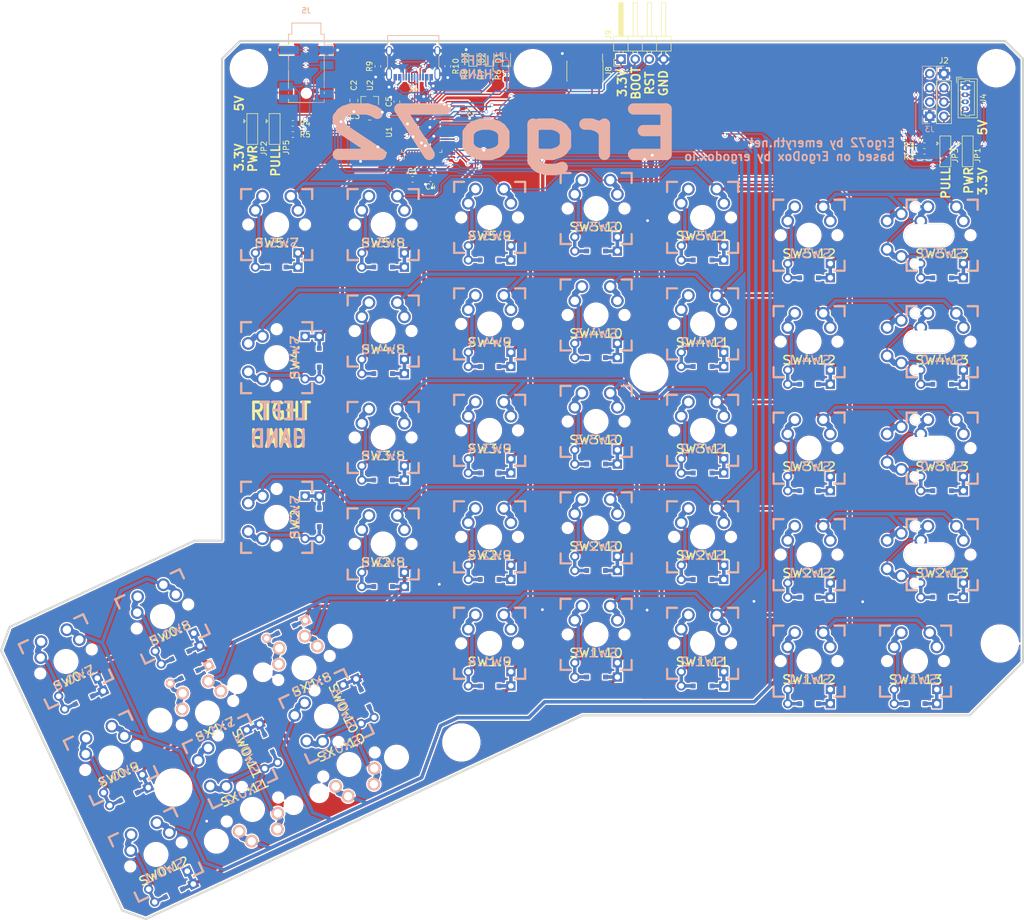
<source format=kicad_pcb>
(kicad_pcb (version 20171130) (host pcbnew 5.1.6-c6e7f7d~87~ubuntu20.04.1)
  (layers (0 Front signal) (31 Back signal) (34 B.Paste user) (35 F.Paste user) (36 B.SilkS user) (37 F.SilkS user) (38 B.Mask user) (39 F.Mask user) (44 Edge.Cuts user))
  (net 0 "")
  (net 1 /COL0)
  (net 2 /COL1)
  (net 3 /COL10)
  (net 4 /COL11)
  (net 5 /COL4)
  (net 6 /COL5)
  (net 7 /COL6)
  (net 8 /ROW0)
  (net 9 /ROW1)
  (net 10 /ROW2)
  (net 11 /ROW3)
  (net 12 /ROW4)
  (net 13 /ROW5)
  (net 14 GND)
  (net 15 "Net-(D1:7-Pad1)")
  (net 16 "Net-(D1:8-Pad1)")
  (net 17 "Net-(SW0:7-Pad2)")
  (net 18 "Net-(SW0:8-Pad2)")
  (net 19 "Net-(SW0:9-Pad2)")
  (net 20 "Net-(SW0:10-Pad2)")
  (net 21 "Net-(SW0:11-Pad2)")
  (net 22 "Net-(SW0:12-Pad2)")
  (net 23 "Net-(SW1:9-Pad2)")
  (net 24 "Net-(SW1:10-Pad2)")
  (net 25 "Net-(SW1:11-Pad2)")
  (net 26 "Net-(SW1:12-Pad2)")
  (net 27 "Net-(SW1:13-Pad2)")
  (net 28 "Net-(SW2:7-Pad2)")
  (net 29 "Net-(SW2:8-Pad2)")
  (net 30 "Net-(SW2:9-Pad2)")
  (net 31 "Net-(SW2:10-Pad2)")
  (net 32 "Net-(SW2:11-Pad2)")
  (net 33 "Net-(SW2:12-Pad2)")
  (net 34 "Net-(SW2:13-Pad2)")
  (net 35 "Net-(SW3:8-Pad2)")
  (net 36 "Net-(SW3:9-Pad2)")
  (net 37 "Net-(SW3:10-Pad2)")
  (net 38 "Net-(SW3:11-Pad2)")
  (net 39 "Net-(SW3:12-Pad2)")
  (net 40 "Net-(SW3:13-Pad2)")
  (net 41 "Net-(SW4:7-Pad2)")
  (net 42 "Net-(SW4:8-Pad2)")
  (net 43 "Net-(SW4:9-Pad2)")
  (net 44 "Net-(SW4:10-Pad2)")
  (net 45 "Net-(SW4:11-Pad2)")
  (net 46 "Net-(SW4:12-Pad2)")
  (net 47 "Net-(SW4:13-Pad2)")
  (net 48 "Net-(SW5:7-Pad2)")
  (net 49 "Net-(SW5:8-Pad2)")
  (net 50 "Net-(SW5:9-Pad2)")
  (net 51 "Net-(SW5:10-Pad2)")
  (net 52 "Net-(SW5:11-Pad2)")
  (net 53 "Net-(SW5:12-Pad2)")
  (net 54 "Net-(SW5:13-Pad2)")
  (net 55 +3V3)
  (net 56 /RESET)
  (net 57 VBUS)
  (net 58 "Net-(D1-Pad1)")
  (net 59 "Net-(D2-Pad1)")
  (net 60 "Net-(D3-Pad1)")
  (net 61 /SPLIT_VCC)
  (net 62 /SPLIT_SDA)
  (net 63 "Net-(J1-PadTN)")
  (net 64 /SPLIT_SCL)
  (net 65 "Net-(J1-PadR1N)")
  (net 66 /EXT1_SDA)
  (net 67 /EXT1_SCL)
  (net 68 /EXT1_VCC)
  (net 69 "Net-(J5-PadTN)")
  (net 70 "Net-(J5-PadR1N)")
  (net 71 "Net-(J6-PadB8)")
  (net 72 /CC1)
  (net 73 /USBD_N)
  (net 74 /USBD_P)
  (net 75 "Net-(J6-PadA8)")
  (net 76 /CC2)
  (net 77 "Net-(J7-PadB8)")
  (net 78 "Net-(J7-PadA8)")
  (net 79 "Net-(JP3-Pad2)")
  (net 80 "Net-(JP4-Pad2)")
  (net 81 "Net-(JP5-Pad2)")
  (net 82 /BOOT)
  (net 83 /LED1)
  (net 84 /LED2)
  (net 85 /LED3)
  (net 86 /EXT2_SDA)
  (net 87 /EXT2_SCL)
  (net 88 "Net-(U1-Pad38)")
  (net 89 /SWCLK)
  (net 90 /SWDIO)
  (net 91 "Net-(U1-Pad31)")
  (net 92 "Net-(U1-Pad30)")
  (net 93 "Net-(U1-Pad29)")
  (net 94 "Net-(U1-Pad17)")
  (net 95 "Net-(U1-Pad6)")
  (net 96 "Net-(U1-Pad5)")
  (net 97 "Net-(U1-Pad4)")
  (net 98 "Net-(U1-Pad3)")
  (net 99 "Net-(U1-Pad2)")
  (net 100 "Net-(U1-Pad1)")
  (net 101 "Net-(J8-Pad8)")
  (net 102 "Net-(J8-Pad7)")
  (net 103 "Net-(J8-Pad6)")
  (module ErgoDOXmech (layer Front) (at 50.8 177.8)
    (fp_text reference H99 hide)
    (fp_text value MECHANICAL hide)
    (pad "" np_thru_hole circle (at 3.0988 -11.9634) (size 6.3754 6.3754) (drill 6.3754) (layers *.Cu *.Mask))
    (pad "" np_thru_hole circle (at 54.6354 -20.0406) (size 6.3754 6.3754) (drill 6.3754) (layers *.Cu *.Mask))
    (pad "" np_thru_hole circle (at 150.9776 -37.7444) (size 6.3754 6.3754) (drill 6.3754) (layers *.Cu *.Mask))
    (pad "" np_thru_hole circle (at 88.2396 -86.2076) (size 6.3754 6.3754) (drill 6.3754) (layers *.Cu *.Mask))
    (pad "" np_thru_hole circle (at 150.3426 -140.6652) (size 6.3754 6.3754) (drill 6.3754) (layers *.Cu *.Mask))
    (pad "" np_thru_hole circle (at 67.4116 -140.6652) (size 6.3754 6.3754) (drill 6.3754) (layers *.Cu *.Mask))
    (pad "" np_thru_hole circle (at 16.6116 -140.6652) (size 6.3754 6.3754) (drill 6.3754) (layers *.Cu *.Mask))
  )
  (module Package_QFP:LQFP-48_7x7mm_P0.5mm (layer Front) (at 98.35 48.5625 90)
    (fp_text reference U1 (at 0 -5.85 90) (layer F.SilkS))
    (fp_text value STM32F072C8Tx)
    (pad 48 smd roundrect (at -2.75 -4.1625 90) (size 0.3 1.475) (layers Front F.Paste F.Mask) (net 55 +3V3))
    (pad 47 smd roundrect (at -2.25 -4.1625 90) (size 0.3 1.475) (layers Front F.Paste F.Mask) (net 14 GND))
    (pad 46 smd roundrect (at -1.75 -4.1625 90) (size 0.3 1.475) (layers Front F.Paste F.Mask) (net 86 /EXT2_SDA))
    (pad 45 smd roundrect (at -1.25 -4.1625 90) (size 0.3 1.475) (layers Front F.Paste F.Mask) (net 87 /EXT2_SCL))
    (pad 44 smd roundrect (at -0.75 -4.1625 90) (size 0.3 1.475) (layers Front F.Paste F.Mask) (net 82 /BOOT))
    (pad 43 smd roundrect (at -0.25 -4.1625 90) (size 0.3 1.475) (layers Front F.Paste F.Mask) (net 62 /SPLIT_SDA))
    (pad 42 smd roundrect (at 0.25 -4.1625 90) (size 0.3 1.475) (layers Front F.Paste F.Mask) (net 64 /SPLIT_SCL))
    (pad 41 smd roundrect (at 0.75 -4.1625 90) (size 0.3 1.475) (layers Front F.Paste F.Mask) (net 13 /ROW5))
    (pad 40 smd roundrect (at 1.25 -4.1625 90) (size 0.3 1.475) (layers Front F.Paste F.Mask) (net 12 /ROW4))
    (pad 39 smd roundrect (at 1.75 -4.1625 90) (size 0.3 1.475) (layers Front F.Paste F.Mask) (net 11 /ROW3))
    (pad 38 smd roundrect (at 2.25 -4.1625 90) (size 0.3 1.475) (layers Front F.Paste F.Mask) (net 88 "Net-(U1-Pad38)"))
    (pad 37 smd roundrect (at 2.75 -4.1625 90) (size 0.3 1.475) (layers Front F.Paste F.Mask) (net 89 /SWCLK))
    (pad 36 smd roundrect (at 4.1625 -2.75 90) (size 1.475 0.3) (layers Front F.Paste F.Mask) (net 55 +3V3))
    (pad 35 smd roundrect (at 4.1625 -2.25 90) (size 1.475 0.3) (layers Front F.Paste F.Mask) (net 14 GND))
    (pad 34 smd roundrect (at 4.1625 -1.75 90) (size 1.475 0.3) (layers Front F.Paste F.Mask) (net 90 /SWDIO))
    (pad 33 smd roundrect (at 4.1625 -1.25 90) (size 1.475 0.3) (layers Front F.Paste F.Mask) (net 74 /USBD_P))
    (pad 32 smd roundrect (at 4.1625 -0.75 90) (size 1.475 0.3) (layers Front F.Paste F.Mask) (net 73 /USBD_N))
    (pad 31 smd roundrect (at 4.1625 -0.25 90) (size 1.475 0.3) (layers Front F.Paste F.Mask) (net 91 "Net-(U1-Pad31)"))
    (pad 30 smd roundrect (at 4.1625 0.25 90) (size 1.475 0.3) (layers Front F.Paste F.Mask) (net 92 "Net-(U1-Pad30)"))
    (pad 29 smd roundrect (at 4.1625 0.75 90) (size 1.475 0.3) (layers Front F.Paste F.Mask) (net 93 "Net-(U1-Pad29)"))
    (pad 28 smd roundrect (at 4.1625 1.25 90) (size 1.475 0.3) (layers Front F.Paste F.Mask) (net 80 "Net-(JP4-Pad2)"))
    (pad 27 smd roundrect (at 4.1625 1.75 90) (size 1.475 0.3) (layers Front F.Paste F.Mask) (net 85 /LED3))
    (pad 26 smd roundrect (at 4.1625 2.25 90) (size 1.475 0.3) (layers Front F.Paste F.Mask) (net 84 /LED2))
    (pad 25 smd roundrect (at 4.1625 2.75 90) (size 1.475 0.3) (layers Front F.Paste F.Mask) (net 83 /LED1))
    (pad 24 smd roundrect (at 2.75 4.1625 90) (size 0.3 1.475) (layers Front F.Paste F.Mask) (net 55 +3V3))
    (pad 23 smd roundrect (at 2.25 4.1625 90) (size 0.3 1.475) (layers Front F.Paste F.Mask) (net 14 GND))
    (pad 22 smd roundrect (at 1.75 4.1625 90) (size 0.3 1.475) (layers Front F.Paste F.Mask) (net 66 /EXT1_SDA))
    (pad 21 smd roundrect (at 1.25 4.1625 90) (size 0.3 1.475) (layers Front F.Paste F.Mask) (net 67 /EXT1_SCL))
    (pad 20 smd roundrect (at 0.75 4.1625 90) (size 0.3 1.475) (layers Front F.Paste F.Mask) (net 10 /ROW2))
    (pad 19 smd roundrect (at 0.25 4.1625 90) (size 0.3 1.475) (layers Front F.Paste F.Mask) (net 9 /ROW1))
    (pad 18 smd roundrect (at -0.25 4.1625 90) (size 0.3 1.475) (layers Front F.Paste F.Mask) (net 8 /ROW0))
    (pad 17 smd roundrect (at -0.75 4.1625 90) (size 0.3 1.475) (layers Front F.Paste F.Mask) (net 94 "Net-(U1-Pad17)"))
    (pad 16 smd roundrect (at -1.25 4.1625 90) (size 0.3 1.475) (layers Front F.Paste F.Mask) (net 7 /COL6))
    (pad 15 smd roundrect (at -1.75 4.1625 90) (size 0.3 1.475) (layers Front F.Paste F.Mask) (net 6 /COL5))
    (pad 14 smd roundrect (at -2.25 4.1625 90) (size 0.3 1.475) (layers Front F.Paste F.Mask) (net 5 /COL4))
    (pad 13 smd roundrect (at -2.75 4.1625 90) (size 0.3 1.475) (layers Front F.Paste F.Mask) (net 3 /COL10))
    (pad 12 smd roundrect (at -4.1625 2.75 90) (size 1.475 0.3) (layers Front F.Paste F.Mask) (net 4 /COL11))
    (pad 11 smd roundrect (at -4.1625 2.25 90) (size 1.475 0.3) (layers Front F.Paste F.Mask) (net 2 /COL1))
    (pad 10 smd roundrect (at -4.1625 1.75 90) (size 1.475 0.3) (layers Front F.Paste F.Mask) (net 1 /COL0))
    (pad 9 smd roundrect (at -4.1625 1.25 90) (size 1.475 0.3) (layers Front F.Paste F.Mask) (net 55 +3V3))
    (pad 8 smd roundrect (at -4.1625 0.75 90) (size 1.475 0.3) (layers Front F.Paste F.Mask) (net 14 GND))
    (pad 7 smd roundrect (at -4.1625 0.25 90) (size 1.475 0.3) (layers Front F.Paste F.Mask) (net 56 /RESET))
    (pad 6 smd roundrect (at -4.1625 -0.25 90) (size 1.475 0.3) (layers Front F.Paste F.Mask) (net 95 "Net-(U1-Pad6)"))
    (pad 5 smd roundrect (at -4.1625 -0.75 90) (size 1.475 0.3) (layers Front F.Paste F.Mask) (net 96 "Net-(U1-Pad5)"))
    (pad 4 smd roundrect (at -4.1625 -1.25 90) (size 1.475 0.3) (layers Front F.Paste F.Mask) (net 97 "Net-(U1-Pad4)"))
    (pad 3 smd roundrect (at -4.1625 -1.75 90) (size 1.475 0.3) (layers Front F.Paste F.Mask) (net 98 "Net-(U1-Pad3)"))
    (pad 2 smd roundrect (at -4.1625 -2.25 90) (size 1.475 0.3) (layers Front F.Paste F.Mask) (net 99 "Net-(U1-Pad2)"))
    (pad 1 smd roundrect (at -4.1625 -2.75 90) (size 1.475 0.3) (layers Front F.Paste F.Mask) (net 100 "Net-(U1-Pad1)"))
  )
  (module Connector_PinHeader_2.54mm:PinHeader_1x04_P2.54mm_Horizontal (layer Front) (at 134 35.5 90)
    (fp_text reference J9 (at 4.385 -2.27 90) (layer F.SilkS))
    (fp_text value Conn_01x04)
    (pad 4 thru_hole oval (at 0 7.62 90) (size 1.7 1.7) (drill 1) (layers *.Cu *.Mask) (net 14 GND))
    (pad 3 thru_hole oval (at 0 5.08 90) (size 1.7 1.7) (drill 1) (layers *.Cu *.Mask) (net 56 /RESET))
    (pad 2 thru_hole oval (at 0 2.54 90) (size 1.7 1.7) (drill 1) (layers *.Cu *.Mask) (net 82 /BOOT))
    (pad 1 thru_hole rect (at 0 0 90) (size 1.7 1.7) (drill 1) (layers *.Cu *.Mask) (net 55 +3V3))
  )
  (module Connector_PinHeader_1.27mm:PinHeader_2x05_P1.27mm_Vertical_SMD (layer Front) (at 127.54 37.65 270)
    (fp_text reference J8 (at 0 -4.235 90) (layer F.SilkS))
    (fp_text value Conn_ARM_JTAG_SWD_10)
    (pad 10 smd rect (at 1.95 2.54 270) (size 2.4 0.74) (layers Front F.Paste F.Mask) (net 56 /RESET))
    (pad 9 smd rect (at -1.95 2.54 270) (size 2.4 0.74) (layers Front F.Paste F.Mask) (net 14 GND))
    (pad 8 smd rect (at 1.95 1.27 270) (size 2.4 0.74) (layers Front F.Paste F.Mask) (net 101 "Net-(J8-Pad8)"))
    (pad 7 smd rect (at -1.95 1.27 270) (size 2.4 0.74) (layers Front F.Paste F.Mask) (net 102 "Net-(J8-Pad7)"))
    (pad 6 smd rect (at 1.95 0 270) (size 2.4 0.74) (layers Front F.Paste F.Mask) (net 103 "Net-(J8-Pad6)"))
    (pad 5 smd rect (at -1.95 0 270) (size 2.4 0.74) (layers Front F.Paste F.Mask) (net 14 GND))
    (pad 4 smd rect (at 1.95 -1.27 270) (size 2.4 0.74) (layers Front F.Paste F.Mask) (net 89 /SWCLK))
    (pad 3 smd rect (at -1.95 -1.27 270) (size 2.4 0.74) (layers Front F.Paste F.Mask) (net 14 GND))
    (pad 2 smd rect (at 1.95 -2.54 270) (size 2.4 0.74) (layers Front F.Paste F.Mask) (net 90 /SWDIO))
    (pad 1 smd rect (at -1.95 -2.54 270) (size 2.4 0.74) (layers Front F.Paste F.Mask) (net 55 +3V3))
  )
  (module Resistor_SMD:R_0603_1608Metric (layer Front) (at 103 36.7875 270)
    (fp_text reference R10 (at 0 -1.43 90) (layer F.SilkS))
    (fp_text value 5.1k)
    (pad 2 smd roundrect (at 0.7875 0 270) (size 0.875 0.95) (layers Front F.Paste F.Mask) (net 14 GND))
    (pad 1 smd roundrect (at -0.7875 0 270) (size 0.875 0.95) (layers Front F.Paste F.Mask) (net 72 /CC1))
  )
  (module Resistor_SMD:R_0603_1608Metric (layer Front) (at 90.5 36.7875 270)
    (fp_text reference R9 (at 0 1.5 90) (layer F.SilkS))
    (fp_text value 5.1k)
    (pad 2 smd roundrect (at 0.7875 0 270) (size 0.875 0.95) (layers Front F.Paste F.Mask) (net 14 GND))
    (pad 1 smd roundrect (at -0.7875 0 270) (size 0.875 0.95) (layers Front F.Paste F.Mask) (net 76 /CC2))
  )
  (module Capacitor_SMD:C_0603_1608Metric (layer Front) (at 105.7 45 270)
    (fp_text reference C7 (at 0 -1.43 90) (layer F.SilkS))
    (fp_text value 100n)
    (pad 2 smd roundrect (at 0.7875 0 270) (size 0.875 0.95) (layers Front F.Paste F.Mask) (net 14 GND))
    (pad 1 smd roundrect (at -0.7875 0 270) (size 0.875 0.95) (layers Front F.Paste F.Mask) (net 55 +3V3))
  )
  (module Capacitor_SMD:C_0603_1608Metric (layer Front) (at 91.5 52.2875 90)
    (fp_text reference C6 (at 0 -1.43 90) (layer F.SilkS))
    (fp_text value 100n)
    (pad 2 smd roundrect (at 0.7875 0 90) (size 0.875 0.95) (layers Front F.Paste F.Mask) (net 14 GND))
    (pad 1 smd roundrect (at -0.7875 0 90) (size 0.875 0.95) (layers Front F.Paste F.Mask) (net 55 +3V3))
  )
  (module Capacitor_SMD:C_0603_1608Metric (layer Front) (at 93.9 43.1125 90)
    (fp_text reference C5 (at 0 -1.43 90) (layer F.SilkS))
    (fp_text value 100n)
    (pad 2 smd roundrect (at 0.7875 0 90) (size 0.875 0.95) (layers Front F.Paste F.Mask) (net 14 GND))
    (pad 1 smd roundrect (at -0.7875 0 90) (size 0.875 0.95) (layers Front F.Paste F.Mask) (net 55 +3V3))
  )
  (module Capacitor_SMD:C_0603_1608Metric (layer Front) (at 99.9125 56.9 180)
    (fp_text reference C4 (at 0 -1.43) (layer F.SilkS))
    (fp_text value 100n)
    (pad 2 smd roundrect (at 0.7875 0 180) (size 0.875 0.95) (layers Front F.Paste F.Mask) (net 14 GND))
    (pad 1 smd roundrect (at -0.7875 0 180) (size 0.875 0.95) (layers Front F.Paste F.Mask) (net 55 +3V3))
  )
  (module Package_TO_SOT_SMD:SOT-23 (layer Front) (at 89.04 42.94 90)
    (fp_text reference U2 (at 2.74 0.06 90) (layer F.SilkS))
    (fp_text value MCP1700-1202E_SOT23)
    (pad 3 smd rect (at 1 0 90) (size 0.9 0.8) (layers Front F.Paste F.Mask) (net 57 VBUS))
    (pad 2 smd rect (at -1 0.95 90) (size 0.9 0.8) (layers Front F.Paste F.Mask) (net 55 +3V3))
    (pad 1 smd rect (at -1 -0.95 90) (size 0.9 0.8) (layers Front F.Paste F.Mask) (net 14 GND))
  )
  (module Resistor_SMD:R_0603_1608Metric (layer Front) (at 107.5 38.2875 270)
    (fp_text reference R8 (at 0 1.5 90) (layer F.SilkS))
    (fp_text value R)
    (pad 2 smd roundrect (at 0.7875 0 270) (size 0.875 0.95) (layers Front F.Paste F.Mask) (net 85 /LED3))
    (pad 1 smd roundrect (at -0.7875 0 270) (size 0.875 0.95) (layers Front F.Paste F.Mask) (net 60 "Net-(D3-Pad1)"))
  )
  (module Resistor_SMD:R_0603_1608Metric (layer Front) (at 110.5 38.2875 270)
    (fp_text reference R7 (at 0 1.5 90) (layer F.SilkS))
    (fp_text value R)
    (pad 2 smd roundrect (at 0.7875 0 270) (size 0.875 0.95) (layers Front F.Paste F.Mask) (net 84 /LED2))
    (pad 1 smd roundrect (at -0.7875 0 270) (size 0.875 0.95) (layers Front F.Paste F.Mask) (net 59 "Net-(D2-Pad1)"))
  )
  (module Resistor_SMD:R_0603_1608Metric (layer Front) (at 113.5 38.2875 270)
    (fp_text reference R6 (at 0 1.5 90) (layer F.SilkS))
    (fp_text value R)
    (pad 2 smd roundrect (at 0.7875 0 270) (size 0.875 0.95) (layers Front F.Paste F.Mask) (net 83 /LED1))
    (pad 1 smd roundrect (at -0.7875 0 270) (size 0.875 0.95) (layers Front F.Paste F.Mask) (net 58 "Net-(D1-Pad1)"))
  )
  (module Resistor_SMD:R_0603_1608Metric (layer Front) (at 75.2875 49 180)
    (fp_text reference R5 (at -2.2125 0) (layer F.SilkS))
    (fp_text value 2k)
    (pad 2 smd roundrect (at 0.7875 0 180) (size 0.875 0.95) (layers Front F.Paste F.Mask) (net 81 "Net-(JP5-Pad2)"))
    (pad 1 smd roundrect (at -0.7875 0 180) (size 0.875 0.95) (layers Front F.Paste F.Mask) (net 62 /SPLIT_SDA))
  )
  (module Resistor_SMD:R_0603_1608Metric (layer Front) (at 75.2875 47 180)
    (fp_text reference R4 (at -2.2125 0) (layer F.SilkS))
    (fp_text value 2k)
    (pad 2 smd roundrect (at 0.7875 0 180) (size 0.875 0.95) (layers Front F.Paste F.Mask) (net 81 "Net-(JP5-Pad2)"))
    (pad 1 smd roundrect (at -0.7875 0 180) (size 0.875 0.95) (layers Front F.Paste F.Mask) (net 64 /SPLIT_SCL))
  )
  (module Resistor_SMD:R_0603_1608Metric (layer Front) (at 188.2875 51)
    (fp_text reference R3 (at -2.7875 0) (layer F.SilkS))
    (fp_text value 2k)
    (pad 2 smd roundrect (at 0.7875 0) (size 0.875 0.95) (layers Front F.Paste F.Mask) (net 79 "Net-(JP3-Pad2)"))
    (pad 1 smd roundrect (at -0.7875 0) (size 0.875 0.95) (layers Front F.Paste F.Mask) (net 66 /EXT1_SDA))
  )
  (module Resistor_SMD:R_0603_1608Metric (layer Front) (at 188.2875 53)
    (fp_text reference R2 (at -2.7875 0) (layer F.SilkS))
    (fp_text value 2k)
    (pad 2 smd roundrect (at 0.7875 0) (size 0.875 0.95) (layers Front F.Paste F.Mask) (net 79 "Net-(JP3-Pad2)"))
    (pad 1 smd roundrect (at -0.7875 0) (size 0.875 0.95) (layers Front F.Paste F.Mask) (net 67 /EXT1_SCL))
  )
  (module Resistor_SMD:R_0603_1608Metric (layer Front) (at 88.5 52.2875 90)
    (fp_text reference R1 (at 0 -1.43 90) (layer F.SilkS))
    (fp_text value 1k)
    (pad 2 smd roundrect (at 0.7875 0 90) (size 0.875 0.95) (layers Front F.Paste F.Mask) (net 82 /BOOT))
    (pad 1 smd roundrect (at -0.7875 0 90) (size 0.875 0.95) (layers Front F.Paste F.Mask) (net 14 GND))
  )
  (module Jumper:SolderJumper-3_P2.0mm_Open_TrianglePad1.0x1.5mm (layer Front) (at 72 48 270)
    (fp_text reference JP5 (at 3.3 -2.1 90) (layer F.SilkS))
    (fp_text value SPLIT_PULL)
    (pad 3 smd custom (at 2 0 90) (size 0.3 0.3) (layers Front F.Mask) (net 55 +3V3) (options (clearance outline) (anchor rect)) (primitives (gr_poly (pts (xy -0.5 -0.75) (xy 0.5 -0.75) (xy 1 0) (xy 0.5 0.75) (xy -0.5 0.75)) (width 0))))
    (pad 2 smd custom (at 0 0 270) (size 0.3 0.3) (layers Front) (net 81 "Net-(JP5-Pad2)") (options (clearance outline) (anchor rect)) (primitives (gr_poly (pts (xy -1.2 -0.75) (xy 1.2 -0.75) (xy 0.7 0) (xy 1.2 0.75) (xy -1.2 0.75) (xy -0.7 0)) (width 0))))
    (pad 1 smd custom (at -2 0 270) (size 0.3 0.3) (layers Front F.Mask) (net 57 VBUS) (options (clearance outline) (anchor rect)) (primitives (gr_poly (pts (xy -0.5 -0.75) (xy 0.5 -0.75) (xy 1 0) (xy 0.5 0.75) (xy -0.5 0.75)) (width 0))))
  )
  (module Jumper:SolderJumper-2_P1.3mm_Open_TrianglePad1.0x1.5mm (layer Back) (at 112.5 36.7 180)
    (fp_text reference JP4 (at 0 1.8) (layer B.SilkS) (effects (justify mirror)))
    (fp_text value LR)
    (pad 1 smd custom (at -0.725 0 180) (size 0.3 0.3) (layers Back B.Mask) (net 55 +3V3) (options (clearance outline) (anchor rect)) (primitives (gr_poly (pts (xy -0.5 0.75) (xy 0.5 0.75) (xy 1 0) (xy 0.5 -0.75) (xy -0.5 -0.75)) (width 0))))
    (pad 2 smd custom (at 0.725 0 180) (size 0.3 0.3) (layers Back B.Mask) (net 80 "Net-(JP4-Pad2)") (options (clearance outline) (anchor rect)) (primitives (gr_poly (pts (xy -0.65 0.75) (xy 0.5 0.75) (xy 0.5 -0.75) (xy -0.65 -0.75) (xy -0.15 0)) (width 0))))
  )
  (module Jumper:SolderJumper-3_P2.0mm_Open_TrianglePad1.0x1.5mm (layer Front) (at 192 52 270)
    (fp_text reference JP3 (at 0.725 -1.775 90) (layer F.SilkS))
    (fp_text value EXT1_PULL)
    (pad 3 smd custom (at 2 0 90) (size 0.3 0.3) (layers Front F.Mask) (net 55 +3V3) (options (clearance outline) (anchor rect)) (primitives (gr_poly (pts (xy -0.5 -0.75) (xy 0.5 -0.75) (xy 1 0) (xy 0.5 0.75) (xy -0.5 0.75)) (width 0))))
    (pad 2 smd custom (at 0 0 270) (size 0.3 0.3) (layers Front) (net 79 "Net-(JP3-Pad2)") (options (clearance outline) (anchor rect)) (primitives (gr_poly (pts (xy -1.2 -0.75) (xy 1.2 -0.75) (xy 0.7 0) (xy 1.2 0.75) (xy -1.2 0.75) (xy -0.7 0)) (width 0))))
    (pad 1 smd custom (at -2 0 270) (size 0.3 0.3) (layers Front F.Mask) (net 57 VBUS) (options (clearance outline) (anchor rect)) (primitives (gr_poly (pts (xy -0.5 -0.75) (xy 0.5 -0.75) (xy 1 0) (xy 0.5 0.75) (xy -0.5 0.75)) (width 0))))
  )
  (module Jumper:SolderJumper-3_P2.0mm_Open_TrianglePad1.0x1.5mm (layer Front) (at 68 48 270)
    (fp_text reference JP2 (at 3.5 -2.1 90) (layer F.SilkS))
    (fp_text value SPLIT_PWR)
    (pad 3 smd custom (at 2 0 90) (size 0.3 0.3) (layers Front F.Mask) (net 55 +3V3) (options (clearance outline) (anchor rect)) (primitives (gr_poly (pts (xy -0.5 -0.75) (xy 0.5 -0.75) (xy 1 0) (xy 0.5 0.75) (xy -0.5 0.75)) (width 0))))
    (pad 2 smd custom (at 0 0 270) (size 0.3 0.3) (layers Front) (net 61 /SPLIT_VCC) (options (clearance outline) (anchor rect)) (primitives (gr_poly (pts (xy -1.2 -0.75) (xy 1.2 -0.75) (xy 0.7 0) (xy 1.2 0.75) (xy -1.2 0.75) (xy -0.7 0)) (width 0))))
    (pad 1 smd custom (at -2 0 270) (size 0.3 0.3) (layers Front F.Mask) (net 57 VBUS) (options (clearance outline) (anchor rect)) (primitives (gr_poly (pts (xy -0.5 -0.75) (xy 0.5 -0.75) (xy 1 0) (xy 0.5 0.75) (xy -0.5 0.75)) (width 0))))
  )
  (module Jumper:SolderJumper-3_P2.0mm_Open_TrianglePad1.0x1.5mm (layer Front) (at 196 52 270)
    (fp_text reference JP1 (at 0.725 -1.775 90) (layer F.SilkS))
    (fp_text value EXT1_PWR)
    (pad 3 smd custom (at 2 0 90) (size 0.3 0.3) (layers Front F.Mask) (net 55 +3V3) (options (clearance outline) (anchor rect)) (primitives (gr_poly (pts (xy -0.5 -0.75) (xy 0.5 -0.75) (xy 1 0) (xy 0.5 0.75) (xy -0.5 0.75)) (width 0))))
    (pad 2 smd custom (at 0 0 270) (size 0.3 0.3) (layers Front) (net 68 /EXT1_VCC) (options (clearance outline) (anchor rect)) (primitives (gr_poly (pts (xy -1.2 -0.75) (xy 1.2 -0.75) (xy 0.7 0) (xy 1.2 0.75) (xy -1.2 0.75) (xy -0.7 0)) (width 0))))
    (pad 1 smd custom (at -2 0 270) (size 0.3 0.3) (layers Front F.Mask) (net 57 VBUS) (options (clearance outline) (anchor rect)) (primitives (gr_poly (pts (xy -0.5 -0.75) (xy 0.5 -0.75) (xy 1 0) (xy 0.5 0.75) (xy -0.5 0.75)) (width 0))))
  )
  (module Connector_USB:USB_C_Receptacle_XKB_U262-16XN-4BVC11 (layer Back) (at 96.82 35.075)
    (fp_text reference J7 (at 0 5.715) (layer B.SilkS) (effects (justify mirror)))
    (fp_text value USB_C_BOT)
    (pad A12 smd rect (at 3.35 3.67) (size 0.3 1.15) (layers Back B.Paste B.Mask) (net 14 GND))
    (pad A9 smd rect (at 2.55 3.67) (size 0.3 1.15) (layers Back B.Paste B.Mask) (net 57 VBUS))
    (pad B9 smd rect (at -2.25 3.67) (size 0.3 1.15) (layers Back B.Paste B.Mask) (net 57 VBUS))
    (pad B12 smd rect (at -3.05 3.67) (size 0.3 1.15) (layers Back B.Paste B.Mask) (net 14 GND))
    (pad A1 smd rect (at -3.35 3.67) (size 0.3 1.15) (layers Back B.Paste B.Mask) (net 14 GND))
    (pad A4 smd rect (at -2.55 3.67) (size 0.3 1.15) (layers Back B.Paste B.Mask) (net 57 VBUS))
    (pad B8 smd rect (at -1.75 3.67) (size 0.3 1.15) (layers Back B.Paste B.Mask) (net 77 "Net-(J7-PadB8)"))
    (pad A5 smd rect (at -1.25 3.67) (size 0.3 1.15) (layers Back B.Paste B.Mask) (net 72 /CC1))
    (pad B7 smd rect (at -0.75 3.67) (size 0.3 1.15) (layers Back B.Paste B.Mask) (net 73 /USBD_N))
    (pad A6 smd rect (at -0.25 3.67) (size 0.3 1.15) (layers Back B.Paste B.Mask) (net 74 /USBD_P))
    (pad A7 smd rect (at 0.25 3.67) (size 0.3 1.15) (layers Back B.Paste B.Mask) (net 73 /USBD_N))
    (pad B6 smd rect (at 0.75 3.67) (size 0.3 1.15) (layers Back B.Paste B.Mask) (net 74 /USBD_P))
    (pad A8 smd rect (at 1.25 3.67) (size 0.3 1.15) (layers Back B.Paste B.Mask) (net 78 "Net-(J7-PadA8)"))
    (pad B5 smd rect (at 1.75 3.67) (size 0.3 1.15) (layers Back B.Paste B.Mask) (net 76 /CC2))
    (pad B4 smd rect (at 2.25 3.67) (size 0.3 1.15) (layers Back B.Paste B.Mask) (net 57 VBUS))
    (pad B1 smd rect (at 3.05 3.67) (size 0.3 1.15) (layers Back B.Paste B.Mask) (net 14 GND))
    (pad "" np_thru_hole circle (at -2.89 2.605) (size 0.65 0.65) (drill 0.65) (layers *.Cu *.Mask))
    (pad "" np_thru_hole circle (at 2.89 2.605) (size 0.65 0.65) (drill 0.65) (layers *.Cu *.Mask))
    (pad S1 thru_hole oval (at 4.32 -1.075) (size 1 1.6) (drill oval 0.6 1.2) (layers *.Cu *.Mask) (net 14 GND))
    (pad S1 thru_hole oval (at -4.32 -1.075) (size 1 1.6) (drill oval 0.6 1.2) (layers *.Cu *.Mask) (net 14 GND))
    (pad S1 thru_hole oval (at 4.32 3.105) (size 1 2.1) (drill oval 0.6 1.7) (layers *.Cu *.Mask) (net 14 GND))
    (pad S1 thru_hole oval (at -4.32 3.105) (size 1 2.1) (drill oval 0.6 1.7) (layers *.Cu *.Mask) (net 14 GND))
  )
  (module Connector_USB:USB_C_Receptacle_XKB_U262-16XN-4BVC11 (layer Front) (at 96.82 35.075 180)
    (fp_text reference J6 (at 0 -5.715) (layer F.SilkS))
    (fp_text value USB_C_TOP)
    (pad A12 smd rect (at 3.35 -3.67 180) (size 0.3 1.15) (layers Front F.Paste F.Mask) (net 14 GND))
    (pad A9 smd rect (at 2.55 -3.67 180) (size 0.3 1.15) (layers Front F.Paste F.Mask) (net 57 VBUS))
    (pad B9 smd rect (at -2.25 -3.67 180) (size 0.3 1.15) (layers Front F.Paste F.Mask) (net 57 VBUS))
    (pad B12 smd rect (at -3.05 -3.67 180) (size 0.3 1.15) (layers Front F.Paste F.Mask) (net 14 GND))
    (pad A1 smd rect (at -3.35 -3.67 180) (size 0.3 1.15) (layers Front F.Paste F.Mask) (net 14 GND))
    (pad A4 smd rect (at -2.55 -3.67 180) (size 0.3 1.15) (layers Front F.Paste F.Mask) (net 57 VBUS))
    (pad B8 smd rect (at -1.75 -3.67 180) (size 0.3 1.15) (layers Front F.Paste F.Mask) (net 71 "Net-(J6-PadB8)"))
    (pad A5 smd rect (at -1.25 -3.67 180) (size 0.3 1.15) (layers Front F.Paste F.Mask) (net 72 /CC1))
    (pad B7 smd rect (at -0.75 -3.67 180) (size 0.3 1.15) (layers Front F.Paste F.Mask) (net 73 /USBD_N))
    (pad A6 smd rect (at -0.25 -3.67 180) (size 0.3 1.15) (layers Front F.Paste F.Mask) (net 74 /USBD_P))
    (pad A7 smd rect (at 0.25 -3.67 180) (size 0.3 1.15) (layers Front F.Paste F.Mask) (net 73 /USBD_N))
    (pad B6 smd rect (at 0.75 -3.67 180) (size 0.3 1.15) (layers Front F.Paste F.Mask) (net 74 /USBD_P))
    (pad A8 smd rect (at 1.25 -3.67 180) (size 0.3 1.15) (layers Front F.Paste F.Mask) (net 75 "Net-(J6-PadA8)"))
    (pad B5 smd rect (at 1.75 -3.67 180) (size 0.3 1.15) (layers Front F.Paste F.Mask) (net 76 /CC2))
    (pad B4 smd rect (at 2.25 -3.67 180) (size 0.3 1.15) (layers Front F.Paste F.Mask) (net 57 VBUS))
    (pad B1 smd rect (at 3.05 -3.67 180) (size 0.3 1.15) (layers Front F.Paste F.Mask) (net 14 GND))
    (pad "" np_thru_hole circle (at -2.89 -2.605 180) (size 0.65 0.65) (drill 0.65) (layers *.Cu *.Mask))
    (pad "" np_thru_hole circle (at 2.89 -2.605 180) (size 0.65 0.65) (drill 0.65) (layers *.Cu *.Mask))
    (pad S1 thru_hole oval (at 4.32 1.075 180) (size 1 1.6) (drill oval 0.6 1.2) (layers *.Cu *.Mask) (net 14 GND))
    (pad S1 thru_hole oval (at -4.32 1.075 180) (size 1 1.6) (drill oval 0.6 1.2) (layers *.Cu *.Mask) (net 14 GND))
    (pad S1 thru_hole oval (at 4.32 -3.105 180) (size 1 2.1) (drill oval 0.6 1.7) (layers *.Cu *.Mask) (net 14 GND))
    (pad S1 thru_hole oval (at -4.32 -3.105 180) (size 1 2.1) (drill oval 0.6 1.7) (layers *.Cu *.Mask) (net 14 GND))
  )
  (module Connector_Audio:Jack_3.5mm_PJ31060-I_Horizontal (layer Back) (at 77.7 38.25 180)
    (fp_text reference J5 (at 0 11.43) (layer B.SilkS) (effects (justify mirror)))
    (fp_text value SPLIT_JACK_BOT)
    (pad R2 smd rect (at 3 4.35 180) (size 3.4 1.5) (layers Back B.Paste B.Mask) (net 61 /SPLIT_VCC))
    (pad "" np_thru_hole circle (at 0 -3.35 180) (size 1.5 1.5) (drill 1.5) (layers *.Cu *.Mask))
    (pad T smd rect (at 3.65 -2.15 180) (size 2.5 1.5) (layers Back B.Paste B.Mask) (net 62 /SPLIT_SDA))
    (pad TN smd rect (at 3.2 -4.35 180) (size 3.4 1.5) (layers Back B.Paste B.Mask) (net 69 "Net-(J5-PadTN)"))
    (pad S smd rect (at -3.65 4.35 180) (size 2.5 1.5) (layers Back B.Paste B.Mask) (net 14 GND))
    (pad R1 smd rect (at -3.65 1.65 180) (size 2.5 1.5) (layers Back B.Paste B.Mask) (net 64 /SPLIT_SCL))
    (pad R1N smd rect (at -3.65 -3.45 180) (size 2.5 1.5) (layers Back B.Paste B.Mask) (net 70 "Net-(J5-PadR1N)"))
  )
  (module Connector_Molex:Molex_PicoBlade_53047-0410_1x04_P1.25mm_Vertical (layer Front) (at 195.58 40.64 270)
    (fp_text reference J4 (at 1.88 -3.25 90) (layer F.SilkS))
    (fp_text value EXT1_TOP2)
    (pad 4 thru_hole oval (at 3.75 0 270) (size 0.8 1.3) (drill 0.5) (layers *.Cu *.Mask) (net 66 /EXT1_SDA))
    (pad 3 thru_hole oval (at 2.5 0 270) (size 0.8 1.3) (drill 0.5) (layers *.Cu *.Mask) (net 67 /EXT1_SCL))
    (pad 2 thru_hole oval (at 1.25 0 270) (size 0.8 1.3) (drill 0.5) (layers *.Cu *.Mask) (net 68 /EXT1_VCC))
    (pad 1 thru_hole roundrect (at 0 0 270) (size 0.8 1.3) (drill 0.5) (layers *.Cu *.Mask) (net 14 GND))
  )
  (module Connector_PinHeader_2.54mm:PinHeader_1x04_P2.54mm_Vertical (layer Back) (at 189.23 45.72)
    (fp_text reference J3 (at 0 2.33) (layer B.SilkS) (effects (justify mirror)))
    (fp_text value EXT1_BOT)
    (pad 4 thru_hole oval (at 0 -7.62) (size 1.7 1.7) (drill 1) (layers *.Cu *.Mask) (net 66 /EXT1_SDA))
    (pad 3 thru_hole oval (at 0 -5.08) (size 1.7 1.7) (drill 1) (layers *.Cu *.Mask) (net 67 /EXT1_SCL))
    (pad 2 thru_hole oval (at 0 -2.54) (size 1.7 1.7) (drill 1) (layers *.Cu *.Mask) (net 68 /EXT1_VCC))
    (pad 1 thru_hole rect (at 0 0) (size 1.7 1.7) (drill 1) (layers *.Cu *.Mask) (net 14 GND))
  )
  (module Connector_PinHeader_2.54mm:PinHeader_1x04_P2.54mm_Vertical (layer Front) (at 191.77 38.1)
    (fp_text reference J2 (at 0 -2.33) (layer F.SilkS))
    (fp_text value EXT1_TOP)
    (pad 4 thru_hole oval (at 0 7.62) (size 1.7 1.7) (drill 1) (layers *.Cu *.Mask) (net 66 /EXT1_SDA))
    (pad 3 thru_hole oval (at 0 5.08) (size 1.7 1.7) (drill 1) (layers *.Cu *.Mask) (net 67 /EXT1_SCL))
    (pad 2 thru_hole oval (at 0 2.54) (size 1.7 1.7) (drill 1) (layers *.Cu *.Mask) (net 68 /EXT1_VCC))
    (pad 1 thru_hole rect (at 0 0) (size 1.7 1.7) (drill 1) (layers *.Cu *.Mask) (net 14 GND))
  )
  (module Connector_Audio:Jack_3.5mm_PJ31060-I_Horizontal (layer Front) (at 77.7 38.25)
    (fp_text reference J1 (at 0 -11.43) (layer F.SilkS))
    (fp_text value SPLIT_JACK_TOP)
    (pad R2 smd rect (at 3 -4.35) (size 3.4 1.5) (layers Front F.Paste F.Mask) (net 61 /SPLIT_VCC))
    (pad "" np_thru_hole circle (at 0 3.35) (size 1.5 1.5) (drill 1.5) (layers *.Cu *.Mask))
    (pad T smd rect (at 3.65 2.15) (size 2.5 1.5) (layers Front F.Paste F.Mask) (net 62 /SPLIT_SDA))
    (pad TN smd rect (at 3.2 4.35) (size 3.4 1.5) (layers Front F.Paste F.Mask) (net 63 "Net-(J1-PadTN)"))
    (pad S smd rect (at -3.65 -4.35) (size 2.5 1.5) (layers Front F.Paste F.Mask) (net 14 GND))
    (pad R1 smd rect (at -3.65 -1.65) (size 2.5 1.5) (layers Front F.Paste F.Mask) (net 64 /SPLIT_SCL))
    (pad R1N smd rect (at -3.65 3.45) (size 2.5 1.5) (layers Front F.Paste F.Mask) (net 65 "Net-(J1-PadR1N)"))
  )
  (module LED_SMD:LED_0603_1608Metric (layer Front) (at 107.5 35.2875 90)
    (fp_text reference D3 (at 0 -1.43 90) (layer F.SilkS))
    (fp_text value LED)
    (pad 2 smd roundrect (at 0.7875 0 90) (size 0.875 0.95) (layers Front F.Paste F.Mask) (net 14 GND))
    (pad 1 smd roundrect (at -0.7875 0 90) (size 0.875 0.95) (layers Front F.Paste F.Mask) (net 60 "Net-(D3-Pad1)"))
  )
  (module LED_SMD:LED_0603_1608Metric (layer Front) (at 110.5 35.2875 90)
    (fp_text reference D2 (at 0 -1.43 90) (layer F.SilkS))
    (fp_text value LED)
    (pad 2 smd roundrect (at 0.7875 0 90) (size 0.875 0.95) (layers Front F.Paste F.Mask) (net 14 GND))
    (pad 1 smd roundrect (at -0.7875 0 90) (size 0.875 0.95) (layers Front F.Paste F.Mask) (net 59 "Net-(D2-Pad1)"))
  )
  (module LED_SMD:LED_0603_1608Metric (layer Front) (at 113.5 35.2875 90)
    (fp_text reference D1 (at 0 -1.43 90) (layer F.SilkS))
    (fp_text value LED)
    (pad 2 smd roundrect (at 0.7875 0 90) (size 0.875 0.95) (layers Front F.Paste F.Mask) (net 14 GND))
    (pad 1 smd roundrect (at -0.7875 0 90) (size 0.875 0.95) (layers Front F.Paste F.Mask) (net 58 "Net-(D1-Pad1)"))
  )
  (module Capacitor_SMD:C_0805_2012Metric (layer Front) (at 89.0375 45.7 180)
    (fp_text reference C3 (at 2.7 0) (layer F.SilkS))
    (fp_text value 1u)
    (pad 2 smd roundrect (at 0.9375 0 180) (size 0.975 1.4) (layers Front F.Paste F.Mask) (net 14 GND))
    (pad 1 smd roundrect (at -0.9375 0 180) (size 0.975 1.4) (layers Front F.Paste F.Mask) (net 55 +3V3))
  )
  (module Capacitor_SMD:C_0805_2012Metric (layer Front) (at 86.2 42.9 270)
    (fp_text reference C2 (at -2.7 0 90) (layer F.SilkS))
    (fp_text value 1u)
    (pad 2 smd roundrect (at 0.9375 0 270) (size 0.975 1.4) (layers Front F.Paste F.Mask) (net 14 GND))
    (pad 1 smd roundrect (at -0.9375 0 270) (size 0.975 1.4) (layers Front F.Paste F.Mask) (net 57 VBUS))
  )
  (module Capacitor_SMD:C_0603_1608Metric (layer Front) (at 96.7125 57)
    (fp_text reference C1 (at 0 -1.43) (layer F.SilkS))
    (fp_text value 100n)
    (pad 2 smd roundrect (at 0.7875 0) (size 0.875 0.95) (layers Front F.Paste F.Mask) (net 55 +3V3))
    (pad 1 smd roundrect (at -0.7875 0) (size 0.875 0.95) (layers Front F.Paste F.Mask) (net 56 /RESET))
  )
  (module DIODE (layer Front) (at 56.7944 145.57756 25)
    (fp_text reference D1:7 hide)
    (fp_text value D hide)
    (fp_line (start -3.81 0) (end -1.6637 0) (layer Back) (width 0.6096))
    (fp_line (start 1.6637 0) (end 3.81 0) (layer Back) (width 0.6096))
    (fp_line (start -3.81 0) (end -1.6637 0) (layer Front) (width 0.6096))
    (fp_line (start 1.6637 0) (end 3.81 0) (layer Front) (width 0.6096))
    (pad 1 thru_hole circle (at -3.81 0 25) (size 1.651 1.651) (drill 0.9906) (layers *.Cu *.SilkS *.Mask) (net 15 "Net-(D1:7-Pad1)"))
    (pad 99 smd rect (at -1.6637 0 25) (size 0.8382 0.8382) (layers Front F.Paste F.Mask))
    (pad 99 smd rect (at -1.6637 0 25) (size 0.8382 0.8382) (layers Back B.Paste B.Mask))
    (pad 2 thru_hole rect (at 3.81 0 25) (size 1.651 1.651) (drill 0.9906) (layers *.Cu *.SilkS *.Mask) (net 7 /COL6))
    (pad 99 smd rect (at 1.6637 0 25) (size 0.8382 0.8382) (layers Front F.Paste F.Mask))
    (pad 99 smd rect (at 1.6637 0 25) (size 0.8382 0.8382) (layers Back B.Paste B.Mask))
  )
  (module DIODE (layer Front) (at 74.05878 137.52576 25)
    (fp_text reference D1:8 hide)
    (fp_text value D hide)
    (fp_line (start -3.81 0) (end -1.6637 0) (layer Back) (width 0.6096))
    (fp_line (start 1.6637 0) (end 3.81 0) (layer Back) (width 0.6096))
    (fp_line (start -3.81 0) (end -1.6637 0) (layer Front) (width 0.6096))
    (fp_line (start 1.6637 0) (end 3.81 0) (layer Front) (width 0.6096))
    (pad 1 thru_hole circle (at -3.81 0 25) (size 1.651 1.651) (drill 0.9906) (layers *.Cu *.SilkS *.Mask) (net 16 "Net-(D1:8-Pad1)"))
    (pad 99 smd rect (at -1.6637 0 25) (size 0.8382 0.8382) (layers Front F.Paste F.Mask))
    (pad 99 smd rect (at -1.6637 0 25) (size 0.8382 0.8382) (layers Back B.Paste B.Mask))
    (pad 2 thru_hole rect (at 3.81 0 25) (size 1.651 1.651) (drill 0.9906) (layers *.Cu *.SilkS *.Mask) (net 6 /COL5))
    (pad 99 smd rect (at 1.6637 0 25) (size 0.8382 0.8382) (layers Front F.Paste F.Mask))
    (pad 99 smd rect (at 1.6637 0 25) (size 0.8382 0.8382) (layers Back B.Paste B.Mask))
  )
  (module MX_FLIP (layer Front) (at 85.3313 161.69894 205)
    (fp_text reference SX0:10 (at 0 3.302 205) (layer F.SilkS) (effects (font (size 1.524 1.778) (thickness 0.254))))
    (fp_text value SX0:3 (at 0 3.302 205) (layer B.SilkS) (effects (font (size 1.524 1.778) (thickness 0.254)) (justify mirror)))
    (pad 1 thru_hole circle (at 2.54 -5.08 205) (size 2.286 2.286) (drill 1.4986) (layers *.Cu *.SilkS *.Mask) (net 8 /ROW0))
    (pad 2 thru_hole circle (at -3.81 -2.54 205) (size 2.286 2.286) (drill 1.4986) (layers *.Cu *.SilkS *.Mask) (net 20 "Net-(SW0:10-Pad2)"))
    (pad "" np_thru_hole circle (at 0 0 205) (size 3.9878 3.9878) (drill 3.9878) (layers *.Cu *.Mask))
    (pad "" np_thru_hole circle (at -5.08 0 205) (size 1.7018 1.7018) (drill 1.7018) (layers *.Cu *.Mask))
    (pad "" np_thru_hole circle (at 5.08 0 205) (size 1.7018 1.7018) (drill 1.7018) (layers *.Cu *.Mask))
    (pad 1 thru_hole circle (at 3.81 -2.54 205) (size 2.286 2.286) (drill 1.4986) (layers *.Cu *.SilkS *.Mask) (net 8 /ROW0))
    (pad 2 thru_hole circle (at -2.54 -5.08 205) (size 2.286 2.286) (drill 1.4986) (layers *.Cu *.SilkS *.Mask) (net 20 "Net-(SW0:10-Pad2)"))
  )
  (module MX_FLIP (layer Front) (at 68.06438 169.7482 205)
    (fp_text reference SX0:11 (at 0 3.302 205) (layer F.SilkS) (effects (font (size 1.524 1.778) (thickness 0.254))))
    (fp_text value SX0:2 (at 0 3.302 205) (layer B.SilkS) (effects (font (size 1.524 1.778) (thickness 0.254)) (justify mirror)))
    (pad 1 thru_hole circle (at 2.54 -5.08 205) (size 2.286 2.286) (drill 1.4986) (layers *.Cu *.SilkS *.Mask) (net 8 /ROW0))
    (pad 2 thru_hole circle (at -3.81 -2.54 205) (size 2.286 2.286) (drill 1.4986) (layers *.Cu *.SilkS *.Mask) (net 21 "Net-(SW0:11-Pad2)"))
    (pad "" np_thru_hole circle (at 0 0 205) (size 3.9878 3.9878) (drill 3.9878) (layers *.Cu *.Mask))
    (pad "" np_thru_hole circle (at -5.08 0 205) (size 1.7018 1.7018) (drill 1.7018) (layers *.Cu *.Mask))
    (pad "" np_thru_hole circle (at 5.08 0 205) (size 1.7018 1.7018) (drill 1.7018) (layers *.Cu *.Mask))
    (pad 1 thru_hole circle (at 3.81 -2.54 205) (size 2.286 2.286) (drill 1.4986) (layers *.Cu *.SilkS *.Mask) (net 8 /ROW0))
    (pad 2 thru_hole circle (at -2.54 -5.08 205) (size 2.286 2.286) (drill 1.4986) (layers *.Cu *.SilkS *.Mask) (net 21 "Net-(SW0:11-Pad2)"))
  )
  (module MX_FLIP (layer Front) (at 60.01512 152.48382 25)
    (fp_text reference SX1:7 (at 0 3.302 25) (layer F.SilkS) (effects (font (size 1.524 1.778) (thickness 0.254))))
    (fp_text value SX1:6 (at 0 3.302 25) (layer B.SilkS) (effects (font (size 1.524 1.778) (thickness 0.254)) (justify mirror)))
    (pad 1 thru_hole circle (at 2.54 -5.08 25) (size 2.286 2.286) (drill 1.4986) (layers *.Cu *.SilkS *.Mask) (net 9 /ROW1))
    (pad 2 thru_hole circle (at -3.81 -2.54 25) (size 2.286 2.286) (drill 1.4986) (layers *.Cu *.SilkS *.Mask) (net 15 "Net-(D1:7-Pad1)"))
    (pad "" np_thru_hole circle (at 0 0 25) (size 3.9878 3.9878) (drill 3.9878) (layers *.Cu *.Mask))
    (pad "" np_thru_hole circle (at -5.08 0 25) (size 1.7018 1.7018) (drill 1.7018) (layers *.Cu *.Mask))
    (pad "" np_thru_hole circle (at 5.08 0 25) (size 1.7018 1.7018) (drill 1.7018) (layers *.Cu *.Mask))
    (pad 1 thru_hole circle (at 3.81 -2.54 25) (size 2.286 2.286) (drill 1.4986) (layers *.Cu *.SilkS *.Mask) (net 9 /ROW1))
    (pad 2 thru_hole circle (at -2.54 -5.08 25) (size 2.286 2.286) (drill 1.4986) (layers *.Cu *.SilkS *.Mask) (net 15 "Net-(D1:7-Pad1)"))
  )
  (module MX_FLIP (layer Front) (at 77.2795 144.43202 25)
    (fp_text reference SX1:8 (at 0 3.302 25) (layer F.SilkS) (effects (font (size 1.524 1.778) (thickness 0.254))))
    (fp_text value SX1:5 (at 0 3.302 25) (layer B.SilkS) (effects (font (size 1.524 1.778) (thickness 0.254)) (justify mirror)))
    (pad 1 thru_hole circle (at 2.54 -5.08 25) (size 2.286 2.286) (drill 1.4986) (layers *.Cu *.SilkS *.Mask) (net 9 /ROW1))
    (pad 2 thru_hole circle (at -3.81 -2.54 25) (size 2.286 2.286) (drill 1.4986) (layers *.Cu *.SilkS *.Mask) (net 16 "Net-(D1:8-Pad1)"))
    (pad "" np_thru_hole circle (at 0 0 25) (size 3.9878 3.9878) (drill 3.9878) (layers *.Cu))
    (pad "" np_thru_hole circle (at -5.08 0 25) (size 1.7018 1.7018) (drill 1.7018) (layers *.Cu *.Mask))
    (pad "" np_thru_hole circle (at 5.08 0 25) (size 1.7018 1.7018) (drill 1.7018) (layers *.Cu *.Mask))
    (pad 1 thru_hole circle (at 3.81 -2.54 25) (size 2.286 2.286) (drill 1.4986) (layers *.Cu *.SilkS *.Mask) (net 9 /ROW1))
    (pad 2 thru_hole circle (at -2.54 -5.08 25) (size 2.286 2.286) (drill 1.4986) (layers *.Cu *.SilkS *.Mask) (net 16 "Net-(D1:8-Pad1)"))
  )
  (module lib_footprints:STITCHING_VIA (layer Front) (at 100.19 58.53)
    (fp_text reference STITCHING_VIA)
    (fp_text value ~ hide)
    (pad GND thru_hole circle (at 0 0) (size 0.8 0.8) (drill 0.5) (layers *.Cu) (net 14 GND))
  )
  (module lib_footprints:STITCHING_VIA (layer Front) (at 177.24 132.59)
    (fp_text reference STITCHING_VIA)
    (fp_text value ~ hide)
    (pad GND thru_hole circle (at 0 0) (size 0.8 0.8) (drill 0.5) (layers *.Cu) (net 14 GND))
  )
  (module lib_footprints:STITCHING_VIA (layer Front) (at 157.79 132.51)
    (fp_text reference STITCHING_VIA)
    (fp_text value ~ hide)
    (pad GND thru_hole circle (at 0 0) (size 0.8 0.8) (drill 0.5) (layers *.Cu) (net 14 GND))
  )
  (module lib_footprints:STITCHING_VIA (layer Front) (at 138.67 134.08)
    (fp_text reference STITCHING_VIA)
    (fp_text value ~ hide)
    (pad GND thru_hole circle (at 0 0) (size 0.8 0.8) (drill 0.5) (layers *.Cu) (net 14 GND))
  )
  (module lib_footprints:STITCHING_VIA (layer Front) (at 119.94 134)
    (fp_text reference STITCHING_VIA)
    (fp_text value ~ hide)
    (pad GND thru_hole circle (at 0 0) (size 0.8 0.8) (drill 0.5) (layers *.Cu) (net 14 GND))
  )
  (module lib_footprints:STITCHING_VIA (layer Front) (at 59.87 171.84)
    (fp_text reference STITCHING_VIA)
    (fp_text value ~ hide)
    (pad GND thru_hole circle (at 0 0) (size 0.8 0.8) (drill 0.5) (layers *.Cu) (net 14 GND))
  )
  (module lib_footprints:STITCHING_VIA (layer Front) (at 101.49 129.46)
    (fp_text reference STITCHING_VIA)
    (fp_text value ~ hide)
    (pad GND thru_hole circle (at 0 0) (size 0.8 0.8) (drill 0.5) (layers *.Cu) (net 14 GND))
  )
  (module lib_footprints:STITCHING_VIA (layer Front) (at 138.75 64.4)
    (fp_text reference STITCHING_VIA)
    (fp_text value ~ hide)
    (pad GND thru_hole circle (at 0 0) (size 0.8 0.8) (drill 0.5) (layers *.Cu) (net 14 GND))
  )
  (module STAB_PCB940 (layer Front) (at 81.30286 153.06548 295)
    (fp_text reference S2 hide)
    (fp_text value STAB200 hide)
    (pad "" np_thru_hole circle (at -11.938 6.985 295) (size 3.048 3.048) (drill 3.048) (layers *.Cu *.Mask))
    (pad "" np_thru_hole circle (at 11.938 6.985 295) (size 3.048 3.048) (drill 3.048) (layers *.Cu))
    (pad "" np_thru_hole circle (at -11.938 -8.255 295) (size 3.9878 3.9878) (drill 3.9878) (layers *.Cu))
    (pad "" np_thru_hole circle (at 11.938001 -8.255 295) (size 3.9878 3.9878) (drill 3.9878) (layers *.Cu *.Mask))
  )
  (module STAB_PCB940 (layer Front) (at 64.03848 161.11728 115)
    (fp_text reference S1 hide)
    (fp_text value STAB200 hide)
    (pad "" np_thru_hole circle (at -11.938 6.985 115) (size 3.048 3.048) (drill 3.048) (layers *.Cu))
    (pad "" np_thru_hole circle (at 11.938 6.985 115) (size 3.048 3.048) (drill 3.048) (layers *.Cu *.Mask))
    (pad "" np_thru_hole circle (at -11.938 -8.255 115) (size 3.9878 3.9878) (drill 3.9878) (layers *.Cu *.Mask))
    (pad "" np_thru_hole circle (at 11.938001 -8.255 115) (size 3.9878 3.9878) (drill 3.9878) (layers *.Cu *.Mask))
  )
  (module "ErgoDOX pcb:MX_FLIP_XX" (layer Front) (at 191.4525 86.05266)
    (fp_text reference SW4:13 (at 0 3.302) (layer F.SilkS) (effects (font (size 1.524 1.778) (thickness 0.254))))
    (fp_text value SW4:0 (at 0 3.302) (layer B.SilkS) (effects (font (size 1.524 1.778) (thickness 0.254)) (justify mirror)))
    (fp_line (start -3.81 7.62) (end -1.6637 7.62) (layer Back) (width 0.6096))
    (fp_line (start 1.6637 7.62) (end 3.81 7.62) (layer Back) (width 0.6096))
    (fp_line (start -3.81 7.62) (end -1.6637 7.62) (layer Front) (width 0.6096))
    (fp_line (start 1.6637 7.62) (end 3.81 7.62) (layer Front) (width 0.6096))
    (pad 1 thru_hole circle (at 2.54 -5.08) (size 2.286 2.286) (drill 1.4986) (layers *.Cu *.Mask) (net 12 /ROW4))
    (pad 2 thru_hole circle (at -3.81 -2.54) (size 2.286 2.286) (drill 1.4986) (layers *.Cu *.Mask) (net 47 "Net-(SW4:13-Pad2)"))
    (pad "" np_thru_hole circle (at 5.08 0) (size 1.7018 1.7018) (drill 1.7018) (layers *.Cu *.Mask))
    (pad 1 thru_hole circle (at 3.81 -2.54) (size 2.28346 2.28346) (drill 1.4986) (layers *.Cu *.Mask) (net 12 /ROW4))
    (pad 2 thru_hole circle (at -2.54 -5.08) (size 2.286 2.286) (drill 1.4986) (layers *.Cu *.Mask) (net 47 "Net-(SW4:13-Pad2)"))
    (pad 3 thru_hole circle (at -3.81 5.08) (size 1.651 1.651) (drill 0.9906) (layers *.Cu *.Mask) (net 47 "Net-(SW4:13-Pad2)"))
    (pad 4 thru_hole rect (at 3.81 5.08) (size 1.651 1.651) (drill 0.9906) (layers *.Cu *.Mask) (net 1 /COL0))
    (pad 3 thru_hole circle (at -3.81 7.62) (size 1.651 1.651) (drill 0.9906) (layers *.Cu *.Mask) (net 47 "Net-(SW4:13-Pad2)"))
    (pad 4 thru_hole rect (at 3.81 7.62) (size 1.651 1.651) (drill 0.9906) (layers *.Cu *.Mask) (net 1 /COL0))
    (pad 99 smd rect (at -1.6637 7.62) (size 0.8382 0.8382) (layers Front F.Paste F.Mask))
    (pad 99 smd rect (at -1.6637 7.62) (size 0.8382 0.8382) (layers Back B.Paste B.Mask))
    (pad 99 smd rect (at 1.6637 7.62) (size 0.8382 0.8382) (layers Front F.Paste F.Mask))
    (pad 99 smd rect (at 1.6637 7.62) (size 0.8382 0.8382) (layers Back B.Paste B.Mask))
    (pad 1 thru_hole circle (at -9.8425 -2.54) (size 2.28092 2.28092) (drill 1.4986) (layers *.Cu *.Mask) (net 12 /ROW4))
    (pad 1 thru_hole circle (at -7.3025 -3.81) (size 2.28092 2.28092) (drill 1.4986) (layers *.Cu *.Mask) (net 12 /ROW4))
    (pad 2 thru_hole circle (at -7.3025 3.81) (size 2.28092 2.28092) (drill 1.4986) (layers *.Cu *.Mask) (net 47 "Net-(SW4:13-Pad2)"))
    (pad 2 thru_hole circle (at -9.8425 2.54) (size 2.28092 2.28092) (drill 1.4986) (layers *.Cu *.Mask) (net 47 "Net-(SW4:13-Pad2)"))
    (pad 2 thru_hole oval (at -2.38252 0) (size 8.7503 3.9878) (drill oval 8.7503 3.9878) (layers *.Cu *.Mask) (net 47 "Net-(SW4:13-Pad2)"))
    (pad 3 thru_hole circle (at -4.7625 5.08 90) (size 1.7018 1.7018) (drill 1.7018) (layers *.Cu *.Mask) (net 47 "Net-(SW4:13-Pad2)"))
    (pad 2 thru_hole circle (at -4.7625 -5.08 90) (size 1.7018 1.7018) (drill 1.7018) (layers *.Cu *.Mask) (net 47 "Net-(SW4:13-Pad2)"))
  )
  (module "ErgoDOX pcb:MX_FLIP_XX" (layer Front) (at 191.4525 124.15266)
    (fp_text reference SW2:13 (at 0 3.302) (layer F.SilkS) (effects (font (size 1.524 1.778) (thickness 0.254))))
    (fp_text value SW2:0 (at 0 3.302) (layer B.SilkS) (effects (font (size 1.524 1.778) (thickness 0.254)) (justify mirror)))
    (fp_line (start -3.81 7.62) (end -1.6637 7.62) (layer Back) (width 0.6096))
    (fp_line (start 1.6637 7.62) (end 3.81 7.62) (layer Back) (width 0.6096))
    (fp_line (start -3.81 7.62) (end -1.6637 7.62) (layer Front) (width 0.6096))
    (fp_line (start 1.6637 7.62) (end 3.81 7.62) (layer Front) (width 0.6096))
    (pad 1 thru_hole circle (at 2.54 -5.08) (size 2.286 2.286) (drill 1.4986) (layers *.Cu *.Mask) (net 10 /ROW2))
    (pad 2 thru_hole circle (at -3.81 -2.54) (size 2.286 2.286) (drill 1.4986) (layers *.Cu *.Mask) (net 34 "Net-(SW2:13-Pad2)"))
    (pad "" np_thru_hole circle (at 5.08 0) (size 1.7018 1.7018) (drill 1.7018) (layers *.Cu *.Mask))
    (pad 1 thru_hole circle (at 3.81 -2.54) (size 2.28346 2.28346) (drill 1.4986) (layers *.Cu *.Mask) (net 10 /ROW2))
    (pad 2 thru_hole circle (at -2.54 -5.08) (size 2.286 2.286) (drill 1.4986) (layers *.Cu *.Mask) (net 34 "Net-(SW2:13-Pad2)"))
    (pad 3 thru_hole circle (at -3.81 5.08) (size 1.651 1.651) (drill 0.9906) (layers *.Cu *.Mask) (net 34 "Net-(SW2:13-Pad2)"))
    (pad 4 thru_hole rect (at 3.81 5.08) (size 1.651 1.651) (drill 0.9906) (layers *.Cu *.Mask) (net 1 /COL0))
    (pad 3 thru_hole circle (at -3.81 7.62) (size 1.651 1.651) (drill 0.9906) (layers *.Cu *.Mask) (net 34 "Net-(SW2:13-Pad2)"))
    (pad 4 thru_hole rect (at 3.81 7.62) (size 1.651 1.651) (drill 0.9906) (layers *.Cu *.Mask) (net 1 /COL0))
    (pad 99 smd rect (at -1.6637 7.62) (size 0.8382 0.8382) (layers Front F.Paste F.Mask))
    (pad 99 smd rect (at -1.6637 7.62) (size 0.8382 0.8382) (layers Back B.Paste B.Mask))
    (pad 99 smd rect (at 1.6637 7.62) (size 0.8382 0.8382) (layers Front F.Paste F.Mask))
    (pad 99 smd rect (at 1.6637 7.62) (size 0.8382 0.8382) (layers Back B.Paste B.Mask))
    (pad 1 thru_hole circle (at -9.8425 -2.54) (size 2.28092 2.28092) (drill 1.4986) (layers *.Cu *.Mask) (net 10 /ROW2))
    (pad 1 thru_hole circle (at -7.3025 -3.81) (size 2.28092 2.28092) (drill 1.4986) (layers *.Cu *.Mask) (net 10 /ROW2))
    (pad 2 thru_hole circle (at -7.3025 3.81) (size 2.28092 2.28092) (drill 1.4986) (layers *.Cu *.Mask) (net 34 "Net-(SW2:13-Pad2)"))
    (pad 2 thru_hole circle (at -9.8425 2.54) (size 2.28092 2.28092) (drill 1.4986) (layers *.Cu *.Mask) (net 34 "Net-(SW2:13-Pad2)"))
    (pad 2 thru_hole oval (at -2.38252 0) (size 8.7503 3.9878) (drill oval 8.7503 3.9878) (layers *.Cu *.Mask) (net 34 "Net-(SW2:13-Pad2)"))
    (pad 3 thru_hole circle (at -4.7625 5.08 90) (size 1.7018 1.7018) (drill 1.7018) (layers *.Cu *.Mask) (net 34 "Net-(SW2:13-Pad2)"))
    (pad 2 thru_hole circle (at -4.7625 -5.08 90) (size 1.7018 1.7018) (drill 1.7018) (layers *.Cu *.Mask) (net 34 "Net-(SW2:13-Pad2)"))
  )
  (module "ErgoDOX pcb:MX_FLIP_XX" (layer Front) (at 191.4525 67.0052)
    (fp_text reference SW5:13 (at 0 3.302) (layer F.SilkS) (effects (font (size 1.524 1.778) (thickness 0.254))))
    (fp_text value SW5:0 (at 0 3.302) (layer B.SilkS) (effects (font (size 1.524 1.778) (thickness 0.254)) (justify mirror)))
    (fp_line (start -3.81 7.62) (end -1.6637 7.62) (layer Back) (width 0.6096))
    (fp_line (start 1.6637 7.62) (end 3.81 7.62) (layer Back) (width 0.6096))
    (fp_line (start -3.81 7.62) (end -1.6637 7.62) (layer Front) (width 0.6096))
    (fp_line (start 1.6637 7.62) (end 3.81 7.62) (layer Front) (width 0.6096))
    (pad 1 thru_hole circle (at 2.54 -5.08) (size 2.286 2.286) (drill 1.4986) (layers *.Cu *.Mask) (net 13 /ROW5))
    (pad 2 thru_hole circle (at -3.81 -2.54) (size 2.286 2.286) (drill 1.4986) (layers *.Cu *.Mask) (net 54 "Net-(SW5:13-Pad2)"))
    (pad "" np_thru_hole circle (at 5.08 0) (size 1.7018 1.7018) (drill 1.7018) (layers *.Cu *.Mask))
    (pad 1 thru_hole circle (at 3.81 -2.54) (size 2.28346 2.28346) (drill 1.4986) (layers *.Cu *.Mask) (net 13 /ROW5))
    (pad 2 thru_hole circle (at -2.54 -5.08) (size 2.286 2.286) (drill 1.4986) (layers *.Cu *.Mask) (net 54 "Net-(SW5:13-Pad2)"))
    (pad 3 thru_hole circle (at -3.81 5.08) (size 1.651 1.651) (drill 0.9906) (layers *.Cu *.Mask) (net 54 "Net-(SW5:13-Pad2)"))
    (pad 4 thru_hole rect (at 3.81 5.08) (size 1.651 1.651) (drill 0.9906) (layers *.Cu *.Mask) (net 1 /COL0))
    (pad 3 thru_hole circle (at -3.81 7.62) (size 1.651 1.651) (drill 0.9906) (layers *.Cu *.Mask) (net 54 "Net-(SW5:13-Pad2)"))
    (pad 4 thru_hole rect (at 3.81 7.62) (size 1.651 1.651) (drill 0.9906) (layers *.Cu *.Mask) (net 1 /COL0))
    (pad 99 smd rect (at -1.6637 7.62) (size 0.8382 0.8382) (layers Front F.Paste F.Mask))
    (pad 99 smd rect (at -1.6637 7.62) (size 0.8382 0.8382) (layers Back B.Paste B.Mask))
    (pad 99 smd rect (at 1.6637 7.62) (size 0.8382 0.8382) (layers Front F.Paste F.Mask))
    (pad 99 smd rect (at 1.6637 7.62) (size 0.8382 0.8382) (layers Back B.Paste B.Mask))
    (pad 1 thru_hole circle (at -9.8425 -2.54) (size 2.28092 2.28092) (drill 1.4986) (layers *.Cu *.Mask) (net 13 /ROW5))
    (pad 1 thru_hole circle (at -7.3025 -3.81) (size 2.28092 2.28092) (drill 1.4986) (layers *.Cu *.Mask) (net 13 /ROW5))
    (pad 2 thru_hole circle (at -7.3025 3.81) (size 2.28092 2.28092) (drill 1.4986) (layers *.Cu *.Mask) (net 54 "Net-(SW5:13-Pad2)"))
    (pad 2 thru_hole circle (at -9.8425 2.54) (size 2.28092 2.28092) (drill 1.4986) (layers *.Cu *.Mask) (net 54 "Net-(SW5:13-Pad2)"))
    (pad 2 thru_hole oval (at -2.38252 0) (size 8.7503 3.9878) (drill oval 8.7503 3.9878) (layers *.Cu *.Mask) (net 54 "Net-(SW5:13-Pad2)"))
    (pad 3 thru_hole circle (at -4.7625 5.08 90) (size 1.7018 1.7018) (drill 1.7018) (layers *.Cu *.Mask) (net 54 "Net-(SW5:13-Pad2)"))
    (pad 2 thru_hole circle (at -4.7625 -5.08 90) (size 1.7018 1.7018) (drill 1.7018) (layers *.Cu *.Mask) (net 54 "Net-(SW5:13-Pad2)"))
  )
  (module "ErgoDOX pcb:MX_FLIP_XX" (layer Front) (at 191.4525 105.10266)
    (fp_text reference SW3:13 (at 0 3.302) (layer F.SilkS) (effects (font (size 1.524 1.778) (thickness 0.254))))
    (fp_text value SW3:0 (at 0 3.302) (layer B.SilkS) (effects (font (size 1.524 1.778) (thickness 0.254)) (justify mirror)))
    (fp_line (start -3.81 7.62) (end -1.6637 7.62) (layer Back) (width 0.6096))
    (fp_line (start 1.6637 7.62) (end 3.81 7.62) (layer Back) (width 0.6096))
    (fp_line (start -3.81 7.62) (end -1.6637 7.62) (layer Front) (width 0.6096))
    (fp_line (start 1.6637 7.62) (end 3.81 7.62) (layer Front) (width 0.6096))
    (pad 1 thru_hole circle (at 2.54 -5.08) (size 2.286 2.286) (drill 1.4986) (layers *.Cu *.Mask) (net 11 /ROW3))
    (pad 2 thru_hole circle (at -3.81 -2.54) (size 2.286 2.286) (drill 1.4986) (layers *.Cu *.Mask) (net 40 "Net-(SW3:13-Pad2)"))
    (pad "" np_thru_hole circle (at 5.08 0) (size 1.7018 1.7018) (drill 1.7018) (layers *.Cu *.Mask))
    (pad 1 thru_hole circle (at 3.81 -2.54) (size 2.28346 2.28346) (drill 1.4986) (layers *.Cu *.Mask) (net 11 /ROW3))
    (pad 2 thru_hole circle (at -2.54 -5.08) (size 2.286 2.286) (drill 1.4986) (layers *.Cu *.Mask) (net 40 "Net-(SW3:13-Pad2)"))
    (pad 3 thru_hole circle (at -3.81 5.08) (size 1.651 1.651) (drill 0.9906) (layers *.Cu *.Mask) (net 40 "Net-(SW3:13-Pad2)"))
    (pad 4 thru_hole rect (at 3.81 5.08) (size 1.651 1.651) (drill 0.9906) (layers *.Cu *.Mask) (net 1 /COL0))
    (pad 3 thru_hole circle (at -3.81 7.62) (size 1.651 1.651) (drill 0.9906) (layers *.Cu *.Mask) (net 40 "Net-(SW3:13-Pad2)"))
    (pad 4 thru_hole rect (at 3.81 7.62) (size 1.651 1.651) (drill 0.9906) (layers *.Cu *.Mask) (net 1 /COL0))
    (pad 99 smd rect (at -1.6637 7.62) (size 0.8382 0.8382) (layers Front F.Paste F.Mask))
    (pad 99 smd rect (at -1.6637 7.62) (size 0.8382 0.8382) (layers Back B.Paste B.Mask))
    (pad 99 smd rect (at 1.6637 7.62) (size 0.8382 0.8382) (layers Front F.Paste F.Mask))
    (pad 99 smd rect (at 1.6637 7.62) (size 0.8382 0.8382) (layers Back B.Paste B.Mask))
    (pad 1 thru_hole circle (at -9.8425 -2.54) (size 2.28092 2.28092) (drill 1.4986) (layers *.Cu *.Mask) (net 11 /ROW3))
    (pad 1 thru_hole circle (at -7.3025 -3.81) (size 2.28092 2.28092) (drill 1.4986) (layers *.Cu *.Mask) (net 11 /ROW3))
    (pad 2 thru_hole circle (at -7.3025 3.81) (size 2.28092 2.28092) (drill 1.4986) (layers *.Cu *.Mask) (net 40 "Net-(SW3:13-Pad2)"))
    (pad 2 thru_hole circle (at -9.8425 2.54) (size 2.28092 2.28092) (drill 1.4986) (layers *.Cu *.Mask) (net 40 "Net-(SW3:13-Pad2)"))
    (pad 2 thru_hole oval (at -2.38252 0) (size 8.7503 3.9878) (drill oval 8.7503 3.9878) (layers *.Cu *.Mask) (net 40 "Net-(SW3:13-Pad2)"))
    (pad 3 thru_hole circle (at -4.7625 5.08 90) (size 1.7018 1.7018) (drill 1.7018) (layers *.Cu *.Mask) (net 40 "Net-(SW3:13-Pad2)"))
    (pad 2 thru_hole circle (at -4.7625 -5.08 90) (size 1.7018 1.7018) (drill 1.7018) (layers *.Cu *.Mask) (net 40 "Net-(SW3:13-Pad2)"))
  )
  (module "ErgoDOX pcb:MX_FLIP_DIODE" (layer Front) (at 91.44 65.1002)
    (fp_text reference SW5:8 (at 0 3.302) (layer F.SilkS) (effects (font (size 1.524 1.778) (thickness 0.254))))
    (fp_text value SW5:5 (at 0 3.302) (layer B.SilkS) (effects (font (size 1.524 1.778) (thickness 0.254)) (justify mirror)))
    (fp_line (start -3.81 7.62) (end -1.6637 7.62) (layer Back) (width 0.6096))
    (fp_line (start 1.6637 7.62) (end 3.81 7.62) (layer Back) (width 0.6096))
    (fp_line (start -3.81 7.62) (end -1.6637 7.62) (layer Front) (width 0.6096))
    (fp_line (start 1.6637 7.62) (end 3.81 7.62) (layer Front) (width 0.6096))
    (pad 1 thru_hole circle (at 2.54 -5.08) (size 2.286 2.286) (drill 1.4986) (layers *.Cu *.Mask) (net 13 /ROW5))
    (pad 2 thru_hole circle (at -3.81 -2.54) (size 2.286 2.286) (drill 1.4986) (layers *.Cu *.Mask) (net 49 "Net-(SW5:8-Pad2)"))
    (pad "" np_thru_hole circle (at 0 0) (size 3.9878 3.9878) (drill 3.9878) (layers *.Cu *.Mask))
    (pad "" np_thru_hole circle (at -5.08 0) (size 1.7018 1.7018) (drill 1.7018) (layers *.Cu *.Mask))
    (pad "" np_thru_hole circle (at 5.08 0) (size 1.7018 1.7018) (drill 1.7018) (layers *.Cu *.Mask))
    (pad 1 thru_hole circle (at 3.81 -2.54) (size 2.286 2.286) (drill 1.4986) (layers *.Cu *.Mask) (net 13 /ROW5))
    (pad 2 thru_hole circle (at -2.54 -5.08) (size 2.286 2.286) (drill 1.4986) (layers *.Cu *.Mask) (net 49 "Net-(SW5:8-Pad2)"))
    (pad 3 thru_hole circle (at -3.81 5.08) (size 1.651 1.651) (drill 0.9906) (layers *.Cu *.Mask) (net 49 "Net-(SW5:8-Pad2)"))
    (pad 4 thru_hole rect (at 3.81 5.08) (size 1.651 1.651) (drill 0.9906) (layers *.Cu *.Mask) (net 6 /COL5))
    (pad 3 thru_hole circle (at -3.81 7.62) (size 1.651 1.651) (drill 0.9906) (layers *.Cu *.Mask) (net 49 "Net-(SW5:8-Pad2)"))
    (pad 4 thru_hole rect (at 3.81 7.62) (size 1.651 1.651) (drill 0.9906) (layers *.Cu *.Mask) (net 6 /COL5))
    (pad 99 smd rect (at -1.6637 7.62) (size 0.8382 0.8382) (layers Front F.Paste F.Mask))
    (pad 99 smd rect (at -1.6637 7.62) (size 0.8382 0.8382) (layers Back B.Paste B.Mask))
    (pad 99 smd rect (at 1.6637 7.62) (size 0.8382 0.8382) (layers Front F.Paste F.Mask))
    (pad 99 smd rect (at 1.6637 7.62) (size 0.8382 0.8382) (layers Back B.Paste B.Mask))
  )
  (module "ErgoDOX pcb:MX_FLIP_DIODE" (layer Front) (at 148.59 82.87766)
    (fp_text reference SW4:11 (at 0 3.302) (layer F.SilkS) (effects (font (size 1.524 1.778) (thickness 0.254))))
    (fp_text value SW4:2 (at 0 3.302) (layer B.SilkS) (effects (font (size 1.524 1.778) (thickness 0.254)) (justify mirror)))
    (fp_line (start -3.81 7.62) (end -1.6637 7.62) (layer Back) (width 0.6096))
    (fp_line (start 1.6637 7.62) (end 3.81 7.62) (layer Back) (width 0.6096))
    (fp_line (start -3.81 7.62) (end -1.6637 7.62) (layer Front) (width 0.6096))
    (fp_line (start 1.6637 7.62) (end 3.81 7.62) (layer Front) (width 0.6096))
    (pad 1 thru_hole circle (at 2.54 -5.08) (size 2.286 2.286) (drill 1.4986) (layers *.Cu *.Mask) (net 12 /ROW4))
    (pad 2 thru_hole circle (at -3.81 -2.54) (size 2.286 2.286) (drill 1.4986) (layers *.Cu *.Mask) (net 45 "Net-(SW4:11-Pad2)"))
    (pad "" np_thru_hole circle (at 0 0) (size 3.9878 3.9878) (drill 3.9878) (layers *.Cu *.Mask))
    (pad "" np_thru_hole circle (at -5.08 0) (size 1.7018 1.7018) (drill 1.7018) (layers *.Cu *.Mask))
    (pad "" np_thru_hole circle (at 5.08 0) (size 1.7018 1.7018) (drill 1.7018) (layers *.Cu *.Mask))
    (pad 1 thru_hole circle (at 3.81 -2.54) (size 2.286 2.286) (drill 1.4986) (layers *.Cu *.Mask) (net 12 /ROW4))
    (pad 2 thru_hole circle (at -2.54 -5.08) (size 2.286 2.286) (drill 1.4986) (layers *.Cu *.Mask) (net 45 "Net-(SW4:11-Pad2)"))
    (pad 3 thru_hole circle (at -3.81 5.08) (size 1.651 1.651) (drill 0.9906) (layers *.Cu *.Mask) (net 45 "Net-(SW4:11-Pad2)"))
    (pad 4 thru_hole rect (at 3.81 5.08) (size 1.651 1.651) (drill 0.9906) (layers *.Cu *.Mask) (net 4 /COL11))
    (pad 3 thru_hole circle (at -3.81 7.62) (size 1.651 1.651) (drill 0.9906) (layers *.Cu *.Mask) (net 45 "Net-(SW4:11-Pad2)"))
    (pad 4 thru_hole rect (at 3.81 7.62) (size 1.651 1.651) (drill 0.9906) (layers *.Cu *.Mask) (net 4 /COL11))
    (pad 99 smd rect (at -1.6637 7.62) (size 0.8382 0.8382) (layers Front F.Paste F.Mask))
    (pad 99 smd rect (at -1.6637 7.62) (size 0.8382 0.8382) (layers Back B.Paste B.Mask))
    (pad 99 smd rect (at 1.6637 7.62) (size 0.8382 0.8382) (layers Front F.Paste F.Mask))
    (pad 99 smd rect (at 1.6637 7.62) (size 0.8382 0.8382) (layers Back B.Paste B.Mask))
  )
  (module "ErgoDOX pcb:MX_FLIP_DIODE" (layer Front) (at 64.03848 161.11728 115)
    (fp_text reference SW0:11 (at 0 3.302 115) (layer F.SilkS) (effects (font (size 1.524 1.778) (thickness 0.254))))
    (fp_text value SW0:2 (at 0 3.302 115) (layer B.SilkS) (effects (font (size 1.524 1.778) (thickness 0.254)) (justify mirror)))
    (fp_line (start -3.81 7.62) (end -1.6637 7.62) (layer Back) (width 0.6096))
    (fp_line (start 1.6637 7.62) (end 3.81 7.62) (layer Back) (width 0.6096))
    (fp_line (start -3.81 7.62) (end -1.6637 7.62) (layer Front) (width 0.6096))
    (fp_line (start 1.6637 7.62) (end 3.81 7.62) (layer Front) (width 0.6096))
    (pad 1 thru_hole circle (at 2.54 -5.08 115) (size 2.286 2.286) (drill 1.4986) (layers *.Cu *.Mask) (net 8 /ROW0))
    (pad 2 thru_hole circle (at -3.81 -2.54 115) (size 2.286 2.286) (drill 1.4986) (layers *.Cu *.Mask) (net 21 "Net-(SW0:11-Pad2)"))
    (pad "" np_thru_hole circle (at 0 0 115) (size 3.9878 3.9878) (drill 3.9878) (layers *.Cu *.Mask))
    (pad "" np_thru_hole circle (at -5.08 0 115) (size 1.7018 1.7018) (drill 1.7018) (layers *.Cu *.Mask))
    (pad "" np_thru_hole circle (at 5.08 0 115) (size 1.7018 1.7018) (drill 1.7018) (layers *.Cu *.Mask))
    (pad 1 thru_hole circle (at 3.81 -2.54 115) (size 2.286 2.286) (drill 1.4986) (layers *.Cu *.Mask) (net 8 /ROW0))
    (pad 2 thru_hole circle (at -2.54 -5.08 115) (size 2.286 2.286) (drill 1.4986) (layers *.Cu *.Mask) (net 21 "Net-(SW0:11-Pad2)"))
    (pad 3 thru_hole circle (at -3.81 5.08 115) (size 1.651 1.651) (drill 0.9906) (layers *.Cu *.Mask) (net 21 "Net-(SW0:11-Pad2)"))
    (pad 4 thru_hole rect (at 3.81 5.08 115) (size 1.651 1.651) (drill 0.9906) (layers *.Cu *.Mask) (net 4 /COL11))
    (pad 3 thru_hole circle (at -3.81 7.62 115) (size 1.651 1.651) (drill 0.9906) (layers *.Cu *.Mask) (net 21 "Net-(SW0:11-Pad2)"))
    (pad 4 thru_hole rect (at 3.81 7.62 115) (size 1.651 1.651) (drill 0.9906) (layers *.Cu *.Mask) (net 4 /COL11))
    (pad 99 smd rect (at -1.6637 7.62 115) (size 0.8382 0.8382) (layers Front F.Paste F.Mask))
    (pad 99 smd rect (at -1.6637 7.62 115) (size 0.8382 0.8382) (layers Back B.Paste B.Mask))
    (pad 99 smd rect (at 1.6637 7.62 115) (size 0.8382 0.8382) (layers Front F.Paste F.Mask))
    (pad 99 smd rect (at 1.6637 7.62 115) (size 0.8382 0.8382) (layers Back B.Paste B.Mask))
  )
  (module "ErgoDOX pcb:MX_FLIP_DIODE" (layer Front) (at 81.30286 153.06548 115)
    (fp_text reference SW0:10 (at 0 3.302 115) (layer F.SilkS) (effects (font (size 1.524 1.778) (thickness 0.254))))
    (fp_text value SW0:3 (at 0 3.302 115) (layer B.SilkS) (effects (font (size 1.524 1.778) (thickness 0.254)) (justify mirror)))
    (fp_line (start -3.81 7.62) (end -1.6637 7.62) (layer Back) (width 0.6096))
    (fp_line (start 1.6637 7.62) (end 3.81 7.62) (layer Back) (width 0.6096))
    (fp_line (start -3.81 7.62) (end -1.6637 7.62) (layer Front) (width 0.6096))
    (fp_line (start 1.6637 7.62) (end 3.81 7.62) (layer Front) (width 0.6096))
    (pad 1 thru_hole circle (at 2.54 -5.08 115) (size 2.286 2.286) (drill 1.4986) (layers *.Cu *.Mask) (net 8 /ROW0))
    (pad 2 thru_hole circle (at -3.81 -2.54 115) (size 2.286 2.286) (drill 1.4986) (layers *.Cu *.Mask) (net 20 "Net-(SW0:10-Pad2)"))
    (pad "" np_thru_hole circle (at 0 0 115) (size 3.9878 3.9878) (drill 3.9878) (layers *.Cu *.Mask))
    (pad "" np_thru_hole circle (at -5.08 0 115) (size 1.7018 1.7018) (drill 1.7018) (layers *.Cu *.Mask))
    (pad "" np_thru_hole circle (at 5.08 0 115) (size 1.7018 1.7018) (drill 1.7018) (layers *.Cu *.Mask))
    (pad 1 thru_hole circle (at 3.81 -2.54 115) (size 2.286 2.286) (drill 1.4986) (layers *.Cu *.Mask) (net 8 /ROW0))
    (pad 2 thru_hole circle (at -2.54 -5.08 115) (size 2.286 2.286) (drill 1.4986) (layers *.Cu *.Mask) (net 20 "Net-(SW0:10-Pad2)"))
    (pad 3 thru_hole circle (at -3.81 5.08 115) (size 1.651 1.651) (drill 0.9906) (layers *.Cu *.Mask) (net 20 "Net-(SW0:10-Pad2)"))
    (pad 4 thru_hole rect (at 3.81 5.08 115) (size 1.651 1.651) (drill 0.9906) (layers *.Cu *.Mask) (net 3 /COL10))
    (pad 3 thru_hole circle (at -3.81 7.62 115) (size 1.651 1.651) (drill 0.9906) (layers *.Cu *.Mask) (net 20 "Net-(SW0:10-Pad2)"))
    (pad 4 thru_hole rect (at 3.81 7.62 115) (size 1.651 1.651) (drill 0.9906) (layers *.Cu *.Mask) (net 3 /COL10))
    (pad 99 smd rect (at -1.6637 7.62 115) (size 0.8382 0.8382) (layers Front F.Paste F.Mask))
    (pad 99 smd rect (at -1.6637 7.62 115) (size 0.8382 0.8382) (layers Back B.Paste B.Mask))
    (pad 99 smd rect (at 1.6637 7.62 115) (size 0.8382 0.8382) (layers Front F.Paste F.Mask))
    (pad 99 smd rect (at 1.6637 7.62 115) (size 0.8382 0.8382) (layers Back B.Paste B.Mask))
  )
  (module "ErgoDOX pcb:MX_FLIP_DIODE" (layer Front) (at 110.49 140.02766)
    (fp_text reference SW1:9 (at 0 3.302) (layer F.SilkS) (effects (font (size 1.524 1.778) (thickness 0.254))))
    (fp_text value SW1:4 (at 0 3.302) (layer B.SilkS) (effects (font (size 1.524 1.778) (thickness 0.254)) (justify mirror)))
    (fp_line (start -3.81 7.62) (end -1.6637 7.62) (layer Back) (width 0.6096))
    (fp_line (start 1.6637 7.62) (end 3.81 7.62) (layer Back) (width 0.6096))
    (fp_line (start -3.81 7.62) (end -1.6637 7.62) (layer Front) (width 0.6096))
    (fp_line (start 1.6637 7.62) (end 3.81 7.62) (layer Front) (width 0.6096))
    (pad 1 thru_hole circle (at 2.54 -5.08) (size 2.286 2.286) (drill 1.4986) (layers *.Cu *.Mask) (net 9 /ROW1))
    (pad 2 thru_hole circle (at -3.81 -2.54) (size 2.286 2.286) (drill 1.4986) (layers *.Cu *.Mask) (net 23 "Net-(SW1:9-Pad2)"))
    (pad "" np_thru_hole circle (at 0 0) (size 3.9878 3.9878) (drill 3.9878) (layers *.Cu *.Mask))
    (pad "" np_thru_hole circle (at -5.08 0) (size 1.7018 1.7018) (drill 1.7018) (layers *.Cu *.Mask))
    (pad "" np_thru_hole circle (at 5.08 0) (size 1.7018 1.7018) (drill 1.7018) (layers *.Cu *.Mask))
    (pad 1 thru_hole circle (at 3.81 -2.54) (size 2.286 2.286) (drill 1.4986) (layers *.Cu *.Mask) (net 9 /ROW1))
    (pad 2 thru_hole circle (at -2.54 -5.08) (size 2.286 2.286) (drill 1.4986) (layers *.Cu *.Mask) (net 23 "Net-(SW1:9-Pad2)"))
    (pad 3 thru_hole circle (at -3.81 5.08) (size 1.651 1.651) (drill 0.9906) (layers *.Cu *.Mask) (net 23 "Net-(SW1:9-Pad2)"))
    (pad 4 thru_hole rect (at 3.81 5.08) (size 1.651 1.651) (drill 0.9906) (layers *.Cu *.Mask) (net 5 /COL4))
    (pad 3 thru_hole circle (at -3.81 7.62) (size 1.651 1.651) (drill 0.9906) (layers *.Cu *.Mask) (net 23 "Net-(SW1:9-Pad2)"))
    (pad 4 thru_hole rect (at 3.81 7.62) (size 1.651 1.651) (drill 0.9906) (layers *.Cu *.Mask) (net 5 /COL4))
    (pad 99 smd rect (at -1.6637 7.62) (size 0.8382 0.8382) (layers Front F.Paste F.Mask))
    (pad 99 smd rect (at -1.6637 7.62) (size 0.8382 0.8382) (layers Back B.Paste B.Mask))
    (pad 99 smd rect (at 1.6637 7.62) (size 0.8382 0.8382) (layers Front F.Paste F.Mask))
    (pad 99 smd rect (at 1.6637 7.62) (size 0.8382 0.8382) (layers Back B.Paste B.Mask))
  )
  (module "ErgoDOX pcb:MX_FLIP_DIODE" (layer Front) (at 129.54 138.43)
    (fp_text reference SW1:10 (at 0 3.302) (layer F.SilkS) (effects (font (size 1.524 1.778) (thickness 0.254))))
    (fp_text value SW1:3 (at 0 3.302) (layer B.SilkS) (effects (font (size 1.524 1.778) (thickness 0.254)) (justify mirror)))
    (fp_line (start -3.81 7.62) (end -1.6637 7.62) (layer Back) (width 0.6096))
    (fp_line (start 1.6637 7.62) (end 3.81 7.62) (layer Back) (width 0.6096))
    (fp_line (start -3.81 7.62) (end -1.6637 7.62) (layer Front) (width 0.6096))
    (fp_line (start 1.6637 7.62) (end 3.81 7.62) (layer Front) (width 0.6096))
    (pad 1 thru_hole circle (at 2.54 -5.08) (size 2.286 2.286) (drill 1.4986) (layers *.Cu *.Mask) (net 9 /ROW1))
    (pad 2 thru_hole circle (at -3.81 -2.54) (size 2.286 2.286) (drill 1.4986) (layers *.Cu *.Mask) (net 24 "Net-(SW1:10-Pad2)"))
    (pad "" np_thru_hole circle (at 0 0) (size 3.9878 3.9878) (drill 3.9878) (layers *.Cu *.Mask))
    (pad "" np_thru_hole circle (at -5.08 0) (size 1.7018 1.7018) (drill 1.7018) (layers *.Cu *.Mask))
    (pad "" np_thru_hole circle (at 5.08 0) (size 1.7018 1.7018) (drill 1.7018) (layers *.Cu *.Mask))
    (pad 1 thru_hole circle (at 3.81 -2.54) (size 2.286 2.286) (drill 1.4986) (layers *.Cu *.Mask) (net 9 /ROW1))
    (pad 2 thru_hole circle (at -2.54 -5.08) (size 2.286 2.286) (drill 1.4986) (layers *.Cu *.Mask) (net 24 "Net-(SW1:10-Pad2)"))
    (pad 3 thru_hole circle (at -3.81 5.08) (size 1.651 1.651) (drill 0.9906) (layers *.Cu *.Mask) (net 24 "Net-(SW1:10-Pad2)"))
    (pad 4 thru_hole rect (at 3.81 5.08) (size 1.651 1.651) (drill 0.9906) (layers *.Cu *.Mask) (net 3 /COL10))
    (pad 3 thru_hole circle (at -3.81 7.62) (size 1.651 1.651) (drill 0.9906) (layers *.Cu *.Mask) (net 24 "Net-(SW1:10-Pad2)"))
    (pad 4 thru_hole rect (at 3.81 7.62) (size 1.651 1.651) (drill 0.9906) (layers *.Cu *.Mask) (net 3 /COL10))
    (pad 99 smd rect (at -1.6637 7.62) (size 0.8382 0.8382) (layers Front F.Paste F.Mask))
    (pad 99 smd rect (at -1.6637 7.62) (size 0.8382 0.8382) (layers Back B.Paste B.Mask))
    (pad 99 smd rect (at 1.6637 7.62) (size 0.8382 0.8382) (layers Front F.Paste F.Mask))
    (pad 99 smd rect (at 1.6637 7.62) (size 0.8382 0.8382) (layers Back B.Paste B.Mask))
  )
  (module "ErgoDOX pcb:MX_FLIP_DIODE" (layer Front) (at 167.64 143.20266)
    (fp_text reference SW1:12 (at 0 3.302) (layer F.SilkS) (effects (font (size 1.524 1.778) (thickness 0.254))))
    (fp_text value SW1:1 (at 0 3.302) (layer B.SilkS) (effects (font (size 1.524 1.778) (thickness 0.254)) (justify mirror)))
    (fp_line (start -3.81 7.62) (end -1.6637 7.62) (layer Back) (width 0.6096))
    (fp_line (start 1.6637 7.62) (end 3.81 7.62) (layer Back) (width 0.6096))
    (fp_line (start -3.81 7.62) (end -1.6637 7.62) (layer Front) (width 0.6096))
    (fp_line (start 1.6637 7.62) (end 3.81 7.62) (layer Front) (width 0.6096))
    (pad 1 thru_hole circle (at 2.54 -5.08) (size 2.286 2.286) (drill 1.4986) (layers *.Cu *.Mask) (net 9 /ROW1))
    (pad 2 thru_hole circle (at -3.81 -2.54) (size 2.286 2.286) (drill 1.4986) (layers *.Cu *.Mask) (net 26 "Net-(SW1:12-Pad2)"))
    (pad "" np_thru_hole circle (at 0 0) (size 3.9878 3.9878) (drill 3.9878) (layers *.Cu *.Mask))
    (pad "" np_thru_hole circle (at -5.08 0) (size 1.7018 1.7018) (drill 1.7018) (layers *.Cu *.Mask))
    (pad "" np_thru_hole circle (at 5.08 0) (size 1.7018 1.7018) (drill 1.7018) (layers *.Cu *.Mask))
    (pad 1 thru_hole circle (at 3.81 -2.54) (size 2.286 2.286) (drill 1.4986) (layers *.Cu *.Mask) (net 9 /ROW1))
    (pad 2 thru_hole circle (at -2.54 -5.08) (size 2.286 2.286) (drill 1.4986) (layers *.Cu *.Mask) (net 26 "Net-(SW1:12-Pad2)"))
    (pad 3 thru_hole circle (at -3.81 5.08) (size 1.651 1.651) (drill 0.9906) (layers *.Cu *.Mask) (net 26 "Net-(SW1:12-Pad2)"))
    (pad 4 thru_hole rect (at 3.81 5.08) (size 1.651 1.651) (drill 0.9906) (layers *.Cu *.Mask) (net 2 /COL1))
    (pad 3 thru_hole circle (at -3.81 7.62) (size 1.651 1.651) (drill 0.9906) (layers *.Cu *.Mask) (net 26 "Net-(SW1:12-Pad2)"))
    (pad 4 thru_hole rect (at 3.81 7.62) (size 1.651 1.651) (drill 0.9906) (layers *.Cu *.Mask) (net 2 /COL1))
    (pad 99 smd rect (at -1.6637 7.62) (size 0.8382 0.8382) (layers Front F.Paste F.Mask))
    (pad 99 smd rect (at -1.6637 7.62) (size 0.8382 0.8382) (layers Back B.Paste B.Mask))
    (pad 99 smd rect (at 1.6637 7.62) (size 0.8382 0.8382) (layers Front F.Paste F.Mask))
    (pad 99 smd rect (at 1.6637 7.62) (size 0.8382 0.8382) (layers Back B.Paste B.Mask))
  )
  (module "ErgoDOX pcb:MX_FLIP_DIODE" (layer Front) (at 91.44 122.24766)
    (fp_text reference SW2:8 (at 0 3.302) (layer F.SilkS) (effects (font (size 1.524 1.778) (thickness 0.254))))
    (fp_text value SW2:5 (at 0 3.302) (layer B.SilkS) (effects (font (size 1.524 1.778) (thickness 0.254)) (justify mirror)))
    (fp_line (start -3.81 7.62) (end -1.6637 7.62) (layer Back) (width 0.6096))
    (fp_line (start 1.6637 7.62) (end 3.81 7.62) (layer Back) (width 0.6096))
    (fp_line (start -3.81 7.62) (end -1.6637 7.62) (layer Front) (width 0.6096))
    (fp_line (start 1.6637 7.62) (end 3.81 7.62) (layer Front) (width 0.6096))
    (pad 1 thru_hole circle (at 2.54 -5.08) (size 2.286 2.286) (drill 1.4986) (layers *.Cu *.Mask) (net 10 /ROW2))
    (pad 2 thru_hole circle (at -3.81 -2.54) (size 2.286 2.286) (drill 1.4986) (layers *.Cu *.Mask) (net 29 "Net-(SW2:8-Pad2)"))
    (pad "" np_thru_hole circle (at 0 0) (size 3.9878 3.9878) (drill 3.9878) (layers *.Cu *.Mask))
    (pad "" np_thru_hole circle (at -5.08 0) (size 1.7018 1.7018) (drill 1.7018) (layers *.Cu *.Mask))
    (pad "" np_thru_hole circle (at 5.08 0) (size 1.7018 1.7018) (drill 1.7018) (layers *.Cu *.Mask))
    (pad 1 thru_hole circle (at 3.81 -2.54) (size 2.286 2.286) (drill 1.4986) (layers *.Cu *.Mask) (net 10 /ROW2))
    (pad 2 thru_hole circle (at -2.54 -5.08) (size 2.286 2.286) (drill 1.4986) (layers *.Cu *.Mask) (net 29 "Net-(SW2:8-Pad2)"))
    (pad 3 thru_hole circle (at -3.81 5.08) (size 1.651 1.651) (drill 0.9906) (layers *.Cu *.Mask) (net 29 "Net-(SW2:8-Pad2)"))
    (pad 4 thru_hole rect (at 3.81 5.08) (size 1.651 1.651) (drill 0.9906) (layers *.Cu *.Mask) (net 6 /COL5))
    (pad 3 thru_hole circle (at -3.81 7.62) (size 1.651 1.651) (drill 0.9906) (layers *.Cu *.Mask) (net 29 "Net-(SW2:8-Pad2)"))
    (pad 4 thru_hole rect (at 3.81 7.62) (size 1.651 1.651) (drill 0.9906) (layers *.Cu *.Mask) (net 6 /COL5))
    (pad 99 smd rect (at -1.6637 7.62) (size 0.8382 0.8382) (layers Front F.Paste F.Mask))
    (pad 99 smd rect (at -1.6637 7.62) (size 0.8382 0.8382) (layers Back B.Paste B.Mask))
    (pad 99 smd rect (at 1.6637 7.62) (size 0.8382 0.8382) (layers Front F.Paste F.Mask))
    (pad 99 smd rect (at 1.6637 7.62) (size 0.8382 0.8382) (layers Back B.Paste B.Mask))
  )
  (module "ErgoDOX pcb:MX_FLIP_DIODE" (layer Front) (at 110.49 120.97766)
    (fp_text reference SW2:9 (at 0 3.302) (layer F.SilkS) (effects (font (size 1.524 1.778) (thickness 0.254))))
    (fp_text value SW2:4 (at 0 3.302) (layer B.SilkS) (effects (font (size 1.524 1.778) (thickness 0.254)) (justify mirror)))
    (fp_line (start -3.81 7.62) (end -1.6637 7.62) (layer Back) (width 0.6096))
    (fp_line (start 1.6637 7.62) (end 3.81 7.62) (layer Back) (width 0.6096))
    (fp_line (start -3.81 7.62) (end -1.6637 7.62) (layer Front) (width 0.6096))
    (fp_line (start 1.6637 7.62) (end 3.81 7.62) (layer Front) (width 0.6096))
    (pad 1 thru_hole circle (at 2.54 -5.08) (size 2.286 2.286) (drill 1.4986) (layers *.Cu *.Mask) (net 10 /ROW2))
    (pad 2 thru_hole circle (at -3.81 -2.54) (size 2.286 2.286) (drill 1.4986) (layers *.Cu *.Mask) (net 30 "Net-(SW2:9-Pad2)"))
    (pad "" np_thru_hole circle (at 0 0) (size 3.9878 3.9878) (drill 3.9878) (layers *.Cu *.Mask))
    (pad "" np_thru_hole circle (at -5.08 0) (size 1.7018 1.7018) (drill 1.7018) (layers *.Cu *.Mask))
    (pad "" np_thru_hole circle (at 5.08 0) (size 1.7018 1.7018) (drill 1.7018) (layers *.Cu *.Mask))
    (pad 1 thru_hole circle (at 3.81 -2.54) (size 2.286 2.286) (drill 1.4986) (layers *.Cu *.Mask) (net 10 /ROW2))
    (pad 2 thru_hole circle (at -2.54 -5.08) (size 2.286 2.286) (drill 1.4986) (layers *.Cu *.Mask) (net 30 "Net-(SW2:9-Pad2)"))
    (pad 3 thru_hole circle (at -3.81 5.08) (size 1.651 1.651) (drill 0.9906) (layers *.Cu *.Mask) (net 30 "Net-(SW2:9-Pad2)"))
    (pad 4 thru_hole rect (at 3.81 5.08) (size 1.651 1.651) (drill 0.9906) (layers *.Cu *.Mask) (net 5 /COL4))
    (pad 3 thru_hole circle (at -3.81 7.62) (size 1.651 1.651) (drill 0.9906) (layers *.Cu *.Mask) (net 30 "Net-(SW2:9-Pad2)"))
    (pad 4 thru_hole rect (at 3.81 7.62) (size 1.651 1.651) (drill 0.9906) (layers *.Cu *.Mask) (net 5 /COL4))
    (pad 99 smd rect (at -1.6637 7.62) (size 0.8382 0.8382) (layers Front F.Paste F.Mask))
    (pad 99 smd rect (at -1.6637 7.62) (size 0.8382 0.8382) (layers Back B.Paste B.Mask))
    (pad 99 smd rect (at 1.6637 7.62) (size 0.8382 0.8382) (layers Front F.Paste F.Mask))
    (pad 99 smd rect (at 1.6637 7.62) (size 0.8382 0.8382) (layers Back B.Paste B.Mask))
  )
  (module "ErgoDOX pcb:MX_FLIP_DIODE" (layer Front) (at 129.54 119.38)
    (fp_text reference SW2:10 (at 0 3.302) (layer F.SilkS) (effects (font (size 1.524 1.778) (thickness 0.254))))
    (fp_text value SW2:3 (at 0 3.302) (layer B.SilkS) (effects (font (size 1.524 1.778) (thickness 0.254)) (justify mirror)))
    (fp_line (start -3.81 7.62) (end -1.6637 7.62) (layer Back) (width 0.6096))
    (fp_line (start 1.6637 7.62) (end 3.81 7.62) (layer Back) (width 0.6096))
    (fp_line (start -3.81 7.62) (end -1.6637 7.62) (layer Front) (width 0.6096))
    (fp_line (start 1.6637 7.62) (end 3.81 7.62) (layer Front) (width 0.6096))
    (pad 1 thru_hole circle (at 2.54 -5.08) (size 2.286 2.286) (drill 1.4986) (layers *.Cu *.Mask) (net 10 /ROW2))
    (pad 2 thru_hole circle (at -3.81 -2.54) (size 2.286 2.286) (drill 1.4986) (layers *.Cu *.Mask) (net 31 "Net-(SW2:10-Pad2)"))
    (pad "" np_thru_hole circle (at 0 0) (size 3.9878 3.9878) (drill 3.9878) (layers *.Cu *.Mask))
    (pad "" np_thru_hole circle (at -5.08 0) (size 1.7018 1.7018) (drill 1.7018) (layers *.Cu *.Mask))
    (pad "" np_thru_hole circle (at 5.08 0) (size 1.7018 1.7018) (drill 1.7018) (layers *.Cu *.Mask))
    (pad 1 thru_hole circle (at 3.81 -2.54) (size 2.286 2.286) (drill 1.4986) (layers *.Cu *.Mask) (net 10 /ROW2))
    (pad 2 thru_hole circle (at -2.54 -5.08) (size 2.286 2.286) (drill 1.4986) (layers *.Cu *.Mask) (net 31 "Net-(SW2:10-Pad2)"))
    (pad 3 thru_hole circle (at -3.81 5.08) (size 1.651 1.651) (drill 0.9906) (layers *.Cu *.Mask) (net 31 "Net-(SW2:10-Pad2)"))
    (pad 4 thru_hole rect (at 3.81 5.08) (size 1.651 1.651) (drill 0.9906) (layers *.Cu *.Mask) (net 3 /COL10))
    (pad 3 thru_hole circle (at -3.81 7.62) (size 1.651 1.651) (drill 0.9906) (layers *.Cu *.Mask) (net 31 "Net-(SW2:10-Pad2)"))
    (pad 4 thru_hole rect (at 3.81 7.62) (size 1.651 1.651) (drill 0.9906) (layers *.Cu *.Mask) (net 3 /COL10))
    (pad 99 smd rect (at -1.6637 7.62) (size 0.8382 0.8382) (layers Front F.Paste F.Mask))
    (pad 99 smd rect (at -1.6637 7.62) (size 0.8382 0.8382) (layers Back B.Paste B.Mask))
    (pad 99 smd rect (at 1.6637 7.62) (size 0.8382 0.8382) (layers Front F.Paste F.Mask))
    (pad 99 smd rect (at 1.6637 7.62) (size 0.8382 0.8382) (layers Back B.Paste B.Mask))
  )
  (module "ErgoDOX pcb:MX_FLIP_DIODE" (layer Front) (at 148.59 120.97766)
    (fp_text reference SW2:11 (at 0 3.302) (layer F.SilkS) (effects (font (size 1.524 1.778) (thickness 0.254))))
    (fp_text value SW2:2 (at 0 3.302) (layer B.SilkS) (effects (font (size 1.524 1.778) (thickness 0.254)) (justify mirror)))
    (fp_line (start -3.81 7.62) (end -1.6637 7.62) (layer Back) (width 0.6096))
    (fp_line (start 1.6637 7.62) (end 3.81 7.62) (layer Back) (width 0.6096))
    (fp_line (start -3.81 7.62) (end -1.6637 7.62) (layer Front) (width 0.6096))
    (fp_line (start 1.6637 7.62) (end 3.81 7.62) (layer Front) (width 0.6096))
    (pad 1 thru_hole circle (at 2.54 -5.08) (size 2.286 2.286) (drill 1.4986) (layers *.Cu *.Mask) (net 10 /ROW2))
    (pad 2 thru_hole circle (at -3.81 -2.54) (size 2.286 2.286) (drill 1.4986) (layers *.Cu *.Mask) (net 32 "Net-(SW2:11-Pad2)"))
    (pad "" np_thru_hole circle (at 0 0) (size 3.9878 3.9878) (drill 3.9878) (layers *.Cu *.Mask))
    (pad "" np_thru_hole circle (at -5.08 0) (size 1.7018 1.7018) (drill 1.7018) (layers *.Cu *.Mask))
    (pad "" np_thru_hole circle (at 5.08 0) (size 1.7018 1.7018) (drill 1.7018) (layers *.Cu *.Mask))
    (pad 1 thru_hole circle (at 3.81 -2.54) (size 2.286 2.286) (drill 1.4986) (layers *.Cu *.Mask) (net 10 /ROW2))
    (pad 2 thru_hole circle (at -2.54 -5.08) (size 2.286 2.286) (drill 1.4986) (layers *.Cu *.Mask) (net 32 "Net-(SW2:11-Pad2)"))
    (pad 3 thru_hole circle (at -3.81 5.08) (size 1.651 1.651) (drill 0.9906) (layers *.Cu *.Mask) (net 32 "Net-(SW2:11-Pad2)"))
    (pad 4 thru_hole rect (at 3.81 5.08) (size 1.651 1.651) (drill 0.9906) (layers *.Cu *.Mask) (net 4 /COL11))
    (pad 3 thru_hole circle (at -3.81 7.62) (size 1.651 1.651) (drill 0.9906) (layers *.Cu *.Mask) (net 32 "Net-(SW2:11-Pad2)"))
    (pad 4 thru_hole rect (at 3.81 7.62) (size 1.651 1.651) (drill 0.9906) (layers *.Cu *.Mask) (net 4 /COL11))
    (pad 99 smd rect (at -1.6637 7.62) (size 0.8382 0.8382) (layers Front F.Paste F.Mask))
    (pad 99 smd rect (at -1.6637 7.62) (size 0.8382 0.8382) (layers Back B.Paste B.Mask))
    (pad 99 smd rect (at 1.6637 7.62) (size 0.8382 0.8382) (layers Front F.Paste F.Mask))
    (pad 99 smd rect (at 1.6637 7.62) (size 0.8382 0.8382) (layers Back B.Paste B.Mask))
  )
  (module "ErgoDOX pcb:MX_FLIP_DIODE" (layer Front) (at 167.64 124.15266)
    (fp_text reference SW2:12 (at 0 3.302) (layer F.SilkS) (effects (font (size 1.524 1.778) (thickness 0.254))))
    (fp_text value SW2:1 (at 0 3.302) (layer B.SilkS) (effects (font (size 1.524 1.778) (thickness 0.254)) (justify mirror)))
    (fp_line (start -3.81 7.62) (end -1.6637 7.62) (layer Back) (width 0.6096))
    (fp_line (start 1.6637 7.62) (end 3.81 7.62) (layer Back) (width 0.6096))
    (fp_line (start -3.81 7.62) (end -1.6637 7.62) (layer Front) (width 0.6096))
    (fp_line (start 1.6637 7.62) (end 3.81 7.62) (layer Front) (width 0.6096))
    (pad 1 thru_hole circle (at 2.54 -5.08) (size 2.286 2.286) (drill 1.4986) (layers *.Cu *.Mask) (net 10 /ROW2))
    (pad 2 thru_hole circle (at -3.81 -2.54) (size 2.286 2.286) (drill 1.4986) (layers *.Cu *.Mask) (net 33 "Net-(SW2:12-Pad2)"))
    (pad "" np_thru_hole circle (at 0 0) (size 3.9878 3.9878) (drill 3.9878) (layers *.Cu *.Mask))
    (pad "" np_thru_hole circle (at -5.08 0) (size 1.7018 1.7018) (drill 1.7018) (layers *.Cu *.Mask))
    (pad "" np_thru_hole circle (at 5.08 0) (size 1.7018 1.7018) (drill 1.7018) (layers *.Cu *.Mask))
    (pad 1 thru_hole circle (at 3.81 -2.54) (size 2.286 2.286) (drill 1.4986) (layers *.Cu *.Mask) (net 10 /ROW2))
    (pad 2 thru_hole circle (at -2.54 -5.08) (size 2.286 2.286) (drill 1.4986) (layers *.Cu *.Mask) (net 33 "Net-(SW2:12-Pad2)"))
    (pad 3 thru_hole circle (at -3.81 5.08) (size 1.651 1.651) (drill 0.9906) (layers *.Cu *.Mask) (net 33 "Net-(SW2:12-Pad2)"))
    (pad 4 thru_hole rect (at 3.81 5.08) (size 1.651 1.651) (drill 0.9906) (layers *.Cu *.Mask) (net 2 /COL1))
    (pad 3 thru_hole circle (at -3.81 7.62) (size 1.651 1.651) (drill 0.9906) (layers *.Cu *.Mask) (net 33 "Net-(SW2:12-Pad2)"))
    (pad 4 thru_hole rect (at 3.81 7.62) (size 1.651 1.651) (drill 0.9906) (layers *.Cu *.Mask) (net 2 /COL1))
    (pad 99 smd rect (at -1.6637 7.62) (size 0.8382 0.8382) (layers Front F.Paste F.Mask))
    (pad 99 smd rect (at -1.6637 7.62) (size 0.8382 0.8382) (layers Back B.Paste B.Mask))
    (pad 99 smd rect (at 1.6637 7.62) (size 0.8382 0.8382) (layers Front F.Paste F.Mask))
    (pad 99 smd rect (at 1.6637 7.62) (size 0.8382 0.8382) (layers Back B.Paste B.Mask))
  )
  (module "ErgoDOX pcb:MX_FLIP_DIODE" (layer Front) (at 91.44 103.19766)
    (fp_text reference SW3:8 (at 0 3.302) (layer F.SilkS) (effects (font (size 1.524 1.778) (thickness 0.254))))
    (fp_text value SW3:5 (at 0 3.302) (layer B.SilkS) (effects (font (size 1.524 1.778) (thickness 0.254)) (justify mirror)))
    (fp_line (start -3.81 7.62) (end -1.6637 7.62) (layer Back) (width 0.6096))
    (fp_line (start 1.6637 7.62) (end 3.81 7.62) (layer Back) (width 0.6096))
    (fp_line (start -3.81 7.62) (end -1.6637 7.62) (layer Front) (width 0.6096))
    (fp_line (start 1.6637 7.62) (end 3.81 7.62) (layer Front) (width 0.6096))
    (pad 1 thru_hole circle (at 2.54 -5.08) (size 2.286 2.286) (drill 1.4986) (layers *.Cu *.Mask) (net 11 /ROW3))
    (pad 2 thru_hole circle (at -3.81 -2.54) (size 2.286 2.286) (drill 1.4986) (layers *.Cu *.Mask) (net 35 "Net-(SW3:8-Pad2)"))
    (pad "" np_thru_hole circle (at 0 0) (size 3.9878 3.9878) (drill 3.9878) (layers *.Cu *.Mask))
    (pad "" np_thru_hole circle (at -5.08 0) (size 1.7018 1.7018) (drill 1.7018) (layers *.Cu *.Mask))
    (pad "" np_thru_hole circle (at 5.08 0) (size 1.7018 1.7018) (drill 1.7018) (layers *.Cu *.Mask))
    (pad 1 thru_hole circle (at 3.81 -2.54) (size 2.286 2.286) (drill 1.4986) (layers *.Cu *.Mask) (net 11 /ROW3))
    (pad 2 thru_hole circle (at -2.54 -5.08) (size 2.286 2.286) (drill 1.4986) (layers *.Cu *.Mask) (net 35 "Net-(SW3:8-Pad2)"))
    (pad 3 thru_hole circle (at -3.81 5.08) (size 1.651 1.651) (drill 0.9906) (layers *.Cu *.Mask) (net 35 "Net-(SW3:8-Pad2)"))
    (pad 4 thru_hole rect (at 3.81 5.08) (size 1.651 1.651) (drill 0.9906) (layers *.Cu *.Mask) (net 6 /COL5))
    (pad 3 thru_hole circle (at -3.81 7.62) (size 1.651 1.651) (drill 0.9906) (layers *.Cu *.Mask) (net 35 "Net-(SW3:8-Pad2)"))
    (pad 4 thru_hole rect (at 3.81 7.62) (size 1.651 1.651) (drill 0.9906) (layers *.Cu *.Mask) (net 6 /COL5))
    (pad 99 smd rect (at -1.6637 7.62) (size 0.8382 0.8382) (layers Front F.Paste F.Mask))
    (pad 99 smd rect (at -1.6637 7.62) (size 0.8382 0.8382) (layers Back B.Paste B.Mask))
    (pad 99 smd rect (at 1.6637 7.62) (size 0.8382 0.8382) (layers Front F.Paste F.Mask))
    (pad 99 smd rect (at 1.6637 7.62) (size 0.8382 0.8382) (layers Back B.Paste B.Mask))
  )
  (module "ErgoDOX pcb:MX_FLIP_DIODE" (layer Front) (at 110.49 101.92766)
    (fp_text reference SW3:9 (at 0 3.302) (layer F.SilkS) (effects (font (size 1.524 1.778) (thickness 0.254))))
    (fp_text value SW3:4 (at 0 3.302) (layer B.SilkS) (effects (font (size 1.524 1.778) (thickness 0.254)) (justify mirror)))
    (fp_line (start -3.81 7.62) (end -1.6637 7.62) (layer Back) (width 0.6096))
    (fp_line (start 1.6637 7.62) (end 3.81 7.62) (layer Back) (width 0.6096))
    (fp_line (start -3.81 7.62) (end -1.6637 7.62) (layer Front) (width 0.6096))
    (fp_line (start 1.6637 7.62) (end 3.81 7.62) (layer Front) (width 0.6096))
    (pad 1 thru_hole circle (at 2.54 -5.08) (size 2.286 2.286) (drill 1.4986) (layers *.Cu *.Mask) (net 11 /ROW3))
    (pad 2 thru_hole circle (at -3.81 -2.54) (size 2.286 2.286) (drill 1.4986) (layers *.Cu *.Mask) (net 36 "Net-(SW3:9-Pad2)"))
    (pad "" np_thru_hole circle (at 0 0) (size 3.9878 3.9878) (drill 3.9878) (layers *.Cu *.Mask))
    (pad "" np_thru_hole circle (at -5.08 0) (size 1.7018 1.7018) (drill 1.7018) (layers *.Cu *.Mask))
    (pad "" np_thru_hole circle (at 5.08 0) (size 1.7018 1.7018) (drill 1.7018) (layers *.Cu *.Mask))
    (pad 1 thru_hole circle (at 3.81 -2.54) (size 2.286 2.286) (drill 1.4986) (layers *.Cu *.Mask) (net 11 /ROW3))
    (pad 2 thru_hole circle (at -2.54 -5.08) (size 2.286 2.286) (drill 1.4986) (layers *.Cu *.Mask) (net 36 "Net-(SW3:9-Pad2)"))
    (pad 3 thru_hole circle (at -3.81 5.08) (size 1.651 1.651) (drill 0.9906) (layers *.Cu *.Mask) (net 36 "Net-(SW3:9-Pad2)"))
    (pad 4 thru_hole rect (at 3.81 5.08) (size 1.651 1.651) (drill 0.9906) (layers *.Cu *.Mask) (net 5 /COL4))
    (pad 3 thru_hole circle (at -3.81 7.62) (size 1.651 1.651) (drill 0.9906) (layers *.Cu *.Mask) (net 36 "Net-(SW3:9-Pad2)"))
    (pad 4 thru_hole rect (at 3.81 7.62) (size 1.651 1.651) (drill 0.9906) (layers *.Cu *.Mask) (net 5 /COL4))
    (pad 99 smd rect (at -1.6637 7.62) (size 0.8382 0.8382) (layers Front F.Paste F.Mask))
    (pad 99 smd rect (at -1.6637 7.62) (size 0.8382 0.8382) (layers Back B.Paste B.Mask))
    (pad 99 smd rect (at 1.6637 7.62) (size 0.8382 0.8382) (layers Front F.Paste F.Mask))
    (pad 99 smd rect (at 1.6637 7.62) (size 0.8382 0.8382) (layers Back B.Paste B.Mask))
  )
  (module "ErgoDOX pcb:MX_FLIP_DIODE" (layer Front) (at 129.54 100.33)
    (fp_text reference SW3:10 (at 0 3.302) (layer F.SilkS) (effects (font (size 1.524 1.778) (thickness 0.254))))
    (fp_text value SW3:3 (at 0 3.302) (layer B.SilkS) (effects (font (size 1.524 1.778) (thickness 0.254)) (justify mirror)))
    (fp_line (start -3.81 7.62) (end -1.6637 7.62) (layer Back) (width 0.6096))
    (fp_line (start 1.6637 7.62) (end 3.81 7.62) (layer Back) (width 0.6096))
    (fp_line (start -3.81 7.62) (end -1.6637 7.62) (layer Front) (width 0.6096))
    (fp_line (start 1.6637 7.62) (end 3.81 7.62) (layer Front) (width 0.6096))
    (pad 1 thru_hole circle (at 2.54 -5.08) (size 2.286 2.286) (drill 1.4986) (layers *.Cu *.Mask) (net 11 /ROW3))
    (pad 2 thru_hole circle (at -3.81 -2.54) (size 2.286 2.286) (drill 1.4986) (layers *.Cu *.Mask) (net 37 "Net-(SW3:10-Pad2)"))
    (pad "" np_thru_hole circle (at 0 0) (size 3.9878 3.9878) (drill 3.9878) (layers *.Cu *.Mask))
    (pad "" np_thru_hole circle (at -5.08 0) (size 1.7018 1.7018) (drill 1.7018) (layers *.Cu *.Mask))
    (pad "" np_thru_hole circle (at 5.08 0) (size 1.7018 1.7018) (drill 1.7018) (layers *.Cu *.Mask))
    (pad 1 thru_hole circle (at 3.81 -2.54) (size 2.286 2.286) (drill 1.4986) (layers *.Cu *.Mask) (net 11 /ROW3))
    (pad 2 thru_hole circle (at -2.54 -5.08) (size 2.286 2.286) (drill 1.4986) (layers *.Cu *.Mask) (net 37 "Net-(SW3:10-Pad2)"))
    (pad 3 thru_hole circle (at -3.81 5.08) (size 1.651 1.651) (drill 0.9906) (layers *.Cu *.Mask) (net 37 "Net-(SW3:10-Pad2)"))
    (pad 4 thru_hole rect (at 3.81 5.08) (size 1.651 1.651) (drill 0.9906) (layers *.Cu *.Mask) (net 3 /COL10))
    (pad 3 thru_hole circle (at -3.81 7.62) (size 1.651 1.651) (drill 0.9906) (layers *.Cu *.Mask) (net 37 "Net-(SW3:10-Pad2)"))
    (pad 4 thru_hole rect (at 3.81 7.62) (size 1.651 1.651) (drill 0.9906) (layers *.Cu *.Mask) (net 3 /COL10))
    (pad 99 smd rect (at -1.6637 7.62) (size 0.8382 0.8382) (layers Front F.Paste F.Mask))
    (pad 99 smd rect (at -1.6637 7.62) (size 0.8382 0.8382) (layers Back B.Paste B.Mask))
    (pad 99 smd rect (at 1.6637 7.62) (size 0.8382 0.8382) (layers Front F.Paste F.Mask))
    (pad 99 smd rect (at 1.6637 7.62) (size 0.8382 0.8382) (layers Back B.Paste B.Mask))
  )
  (module "ErgoDOX pcb:MX_FLIP_DIODE" (layer Front) (at 148.59 101.92766)
    (fp_text reference SW3:11 (at 0 3.302) (layer F.SilkS) (effects (font (size 1.524 1.778) (thickness 0.254))))
    (fp_text value SW3:2 (at 0 3.302) (layer B.SilkS) (effects (font (size 1.524 1.778) (thickness 0.254)) (justify mirror)))
    (fp_line (start -3.81 7.62) (end -1.6637 7.62) (layer Back) (width 0.6096))
    (fp_line (start 1.6637 7.62) (end 3.81 7.62) (layer Back) (width 0.6096))
    (fp_line (start -3.81 7.62) (end -1.6637 7.62) (layer Front) (width 0.6096))
    (fp_line (start 1.6637 7.62) (end 3.81 7.62) (layer Front) (width 0.6096))
    (pad 1 thru_hole circle (at 2.54 -5.08) (size 2.286 2.286) (drill 1.4986) (layers *.Cu *.Mask) (net 11 /ROW3))
    (pad 2 thru_hole circle (at -3.81 -2.54) (size 2.286 2.286) (drill 1.4986) (layers *.Cu *.Mask) (net 38 "Net-(SW3:11-Pad2)"))
    (pad "" np_thru_hole circle (at 0 0) (size 3.9878 3.9878) (drill 3.9878) (layers *.Cu *.Mask))
    (pad "" np_thru_hole circle (at -5.08 0) (size 1.7018 1.7018) (drill 1.7018) (layers *.Cu *.Mask))
    (pad "" np_thru_hole circle (at 5.08 0) (size 1.7018 1.7018) (drill 1.7018) (layers *.Cu *.Mask))
    (pad 1 thru_hole circle (at 3.81 -2.54) (size 2.286 2.286) (drill 1.4986) (layers *.Cu *.Mask) (net 11 /ROW3))
    (pad 2 thru_hole circle (at -2.54 -5.08) (size 2.286 2.286) (drill 1.4986) (layers *.Cu *.Mask) (net 38 "Net-(SW3:11-Pad2)"))
    (pad 3 thru_hole circle (at -3.81 5.08) (size 1.651 1.651) (drill 0.9906) (layers *.Cu *.Mask) (net 38 "Net-(SW3:11-Pad2)"))
    (pad 4 thru_hole rect (at 3.81 5.08) (size 1.651 1.651) (drill 0.9906) (layers *.Cu *.Mask) (net 4 /COL11))
    (pad 3 thru_hole circle (at -3.81 7.62) (size 1.651 1.651) (drill 0.9906) (layers *.Cu *.Mask) (net 38 "Net-(SW3:11-Pad2)"))
    (pad 4 thru_hole rect (at 3.81 7.62) (size 1.651 1.651) (drill 0.9906) (layers *.Cu *.Mask) (net 4 /COL11))
    (pad 99 smd rect (at -1.6637 7.62) (size 0.8382 0.8382) (layers Front F.Paste F.Mask))
    (pad 99 smd rect (at -1.6637 7.62) (size 0.8382 0.8382) (layers Back B.Paste B.Mask))
    (pad 99 smd rect (at 1.6637 7.62) (size 0.8382 0.8382) (layers Front F.Paste F.Mask))
    (pad 99 smd rect (at 1.6637 7.62) (size 0.8382 0.8382) (layers Back B.Paste B.Mask))
  )
  (module "ErgoDOX pcb:MX_FLIP_DIODE" (layer Front) (at 110.49 82.87766)
    (fp_text reference SW4:9 (at 0 3.302) (layer F.SilkS) (effects (font (size 1.524 1.778) (thickness 0.254))))
    (fp_text value SW4:4 (at 0 3.302) (layer B.SilkS) (effects (font (size 1.524 1.778) (thickness 0.254)) (justify mirror)))
    (fp_line (start -3.81 7.62) (end -1.6637 7.62) (layer Back) (width 0.6096))
    (fp_line (start 1.6637 7.62) (end 3.81 7.62) (layer Back) (width 0.6096))
    (fp_line (start -3.81 7.62) (end -1.6637 7.62) (layer Front) (width 0.6096))
    (fp_line (start 1.6637 7.62) (end 3.81 7.62) (layer Front) (width 0.6096))
    (pad 1 thru_hole circle (at 2.54 -5.08) (size 2.286 2.286) (drill 1.4986) (layers *.Cu *.Mask) (net 12 /ROW4))
    (pad 2 thru_hole circle (at -3.81 -2.54) (size 2.286 2.286) (drill 1.4986) (layers *.Cu *.Mask) (net 43 "Net-(SW4:9-Pad2)"))
    (pad "" np_thru_hole circle (at 0 0) (size 3.9878 3.9878) (drill 3.9878) (layers *.Cu *.Mask))
    (pad "" np_thru_hole circle (at -5.08 0) (size 1.7018 1.7018) (drill 1.7018) (layers *.Cu *.Mask))
    (pad "" np_thru_hole circle (at 5.08 0) (size 1.7018 1.7018) (drill 1.7018) (layers *.Cu *.Mask))
    (pad 1 thru_hole circle (at 3.81 -2.54) (size 2.286 2.286) (drill 1.4986) (layers *.Cu *.Mask) (net 12 /ROW4))
    (pad 2 thru_hole circle (at -2.54 -5.08) (size 2.286 2.286) (drill 1.4986) (layers *.Cu *.Mask) (net 43 "Net-(SW4:9-Pad2)"))
    (pad 3 thru_hole circle (at -3.81 5.08) (size 1.651 1.651) (drill 0.9906) (layers *.Cu *.Mask) (net 43 "Net-(SW4:9-Pad2)"))
    (pad 4 thru_hole rect (at 3.81 5.08) (size 1.651 1.651) (drill 0.9906) (layers *.Cu *.Mask) (net 5 /COL4))
    (pad 3 thru_hole circle (at -3.81 7.62) (size 1.651 1.651) (drill 0.9906) (layers *.Cu *.Mask) (net 43 "Net-(SW4:9-Pad2)"))
    (pad 4 thru_hole rect (at 3.81 7.62) (size 1.651 1.651) (drill 0.9906) (layers *.Cu *.Mask) (net 5 /COL4))
    (pad 99 smd rect (at -1.6637 7.62) (size 0.8382 0.8382) (layers Front F.Paste F.Mask))
    (pad 99 smd rect (at -1.6637 7.62) (size 0.8382 0.8382) (layers Back B.Paste B.Mask))
    (pad 99 smd rect (at 1.6637 7.62) (size 0.8382 0.8382) (layers Front F.Paste F.Mask))
    (pad 99 smd rect (at 1.6637 7.62) (size 0.8382 0.8382) (layers Back B.Paste B.Mask))
  )
  (module "ErgoDOX pcb:MX_FLIP_DIODE" (layer Front) (at 129.54 81.28)
    (fp_text reference SW4:10 (at 0 3.302) (layer F.SilkS) (effects (font (size 1.524 1.778) (thickness 0.254))))
    (fp_text value SW4:3 (at 0 3.302) (layer B.SilkS) (effects (font (size 1.524 1.778) (thickness 0.254)) (justify mirror)))
    (fp_line (start -3.81 7.62) (end -1.6637 7.62) (layer Back) (width 0.6096))
    (fp_line (start 1.6637 7.62) (end 3.81 7.62) (layer Back) (width 0.6096))
    (fp_line (start -3.81 7.62) (end -1.6637 7.62) (layer Front) (width 0.6096))
    (fp_line (start 1.6637 7.62) (end 3.81 7.62) (layer Front) (width 0.6096))
    (pad 1 thru_hole circle (at 2.54 -5.08) (size 2.286 2.286) (drill 1.4986) (layers *.Cu *.Mask) (net 12 /ROW4))
    (pad 2 thru_hole circle (at -3.81 -2.54) (size 2.286 2.286) (drill 1.4986) (layers *.Cu *.Mask) (net 44 "Net-(SW4:10-Pad2)"))
    (pad "" np_thru_hole circle (at 0 0) (size 3.9878 3.9878) (drill 3.9878) (layers *.Cu *.Mask))
    (pad "" np_thru_hole circle (at -5.08 0) (size 1.7018 1.7018) (drill 1.7018) (layers *.Cu *.Mask))
    (pad "" np_thru_hole circle (at 5.08 0) (size 1.7018 1.7018) (drill 1.7018) (layers *.Cu *.Mask))
    (pad 1 thru_hole circle (at 3.81 -2.54) (size 2.286 2.286) (drill 1.4986) (layers *.Cu *.Mask) (net 12 /ROW4))
    (pad 2 thru_hole circle (at -2.54 -5.08) (size 2.286 2.286) (drill 1.4986) (layers *.Cu *.Mask) (net 44 "Net-(SW4:10-Pad2)"))
    (pad 3 thru_hole circle (at -3.81 5.08) (size 1.651 1.651) (drill 0.9906) (layers *.Cu *.Mask) (net 44 "Net-(SW4:10-Pad2)"))
    (pad 4 thru_hole rect (at 3.81 5.08) (size 1.651 1.651) (drill 0.9906) (layers *.Cu *.Mask) (net 3 /COL10))
    (pad 3 thru_hole circle (at -3.81 7.62) (size 1.651 1.651) (drill 0.9906) (layers *.Cu *.Mask) (net 44 "Net-(SW4:10-Pad2)"))
    (pad 4 thru_hole rect (at 3.81 7.62) (size 1.651 1.651) (drill 0.9906) (layers *.Cu *.Mask) (net 3 /COL10))
    (pad 99 smd rect (at -1.6637 7.62) (size 0.8382 0.8382) (layers Front F.Paste F.Mask))
    (pad 99 smd rect (at -1.6637 7.62) (size 0.8382 0.8382) (layers Back B.Paste B.Mask))
    (pad 99 smd rect (at 1.6637 7.62) (size 0.8382 0.8382) (layers Front F.Paste F.Mask))
    (pad 99 smd rect (at 1.6637 7.62) (size 0.8382 0.8382) (layers Back B.Paste B.Mask))
  )
  (module "ErgoDOX pcb:MX_FLIP_DIODE" (layer Front) (at 167.64 86.05266)
    (fp_text reference SW4:12 (at 0 3.302) (layer F.SilkS) (effects (font (size 1.524 1.778) (thickness 0.254))))
    (fp_text value SW4:1 (at 0 3.302) (layer B.SilkS) (effects (font (size 1.524 1.778) (thickness 0.254)) (justify mirror)))
    (fp_line (start -3.81 7.62) (end -1.6637 7.62) (layer Back) (width 0.6096))
    (fp_line (start 1.6637 7.62) (end 3.81 7.62) (layer Back) (width 0.6096))
    (fp_line (start -3.81 7.62) (end -1.6637 7.62) (layer Front) (width 0.6096))
    (fp_line (start 1.6637 7.62) (end 3.81 7.62) (layer Front) (width 0.6096))
    (pad 1 thru_hole circle (at 2.54 -5.08) (size 2.286 2.286) (drill 1.4986) (layers *.Cu *.Mask) (net 12 /ROW4))
    (pad 2 thru_hole circle (at -3.81 -2.54) (size 2.286 2.286) (drill 1.4986) (layers *.Cu *.Mask) (net 46 "Net-(SW4:12-Pad2)"))
    (pad "" np_thru_hole circle (at 0 0) (size 3.9878 3.9878) (drill 3.9878) (layers *.Cu *.Mask))
    (pad "" np_thru_hole circle (at -5.08 0) (size 1.7018 1.7018) (drill 1.7018) (layers *.Cu *.Mask))
    (pad "" np_thru_hole circle (at 5.08 0) (size 1.7018 1.7018) (drill 1.7018) (layers *.Cu *.Mask))
    (pad 1 thru_hole circle (at 3.81 -2.54) (size 2.286 2.286) (drill 1.4986) (layers *.Cu *.Mask) (net 12 /ROW4))
    (pad 2 thru_hole circle (at -2.54 -5.08) (size 2.286 2.286) (drill 1.4986) (layers *.Cu *.Mask) (net 46 "Net-(SW4:12-Pad2)"))
    (pad 3 thru_hole circle (at -3.81 5.08) (size 1.651 1.651) (drill 0.9906) (layers *.Cu *.Mask) (net 46 "Net-(SW4:12-Pad2)"))
    (pad 4 thru_hole rect (at 3.81 5.08) (size 1.651 1.651) (drill 0.9906) (layers *.Cu *.Mask) (net 2 /COL1))
    (pad 3 thru_hole circle (at -3.81 7.62) (size 1.651 1.651) (drill 0.9906) (layers *.Cu *.Mask) (net 46 "Net-(SW4:12-Pad2)"))
    (pad 4 thru_hole rect (at 3.81 7.62) (size 1.651 1.651) (drill 0.9906) (layers *.Cu *.Mask) (net 2 /COL1))
    (pad 99 smd rect (at -1.6637 7.62) (size 0.8382 0.8382) (layers Front F.Paste F.Mask))
    (pad 99 smd rect (at -1.6637 7.62) (size 0.8382 0.8382) (layers Back B.Paste B.Mask))
    (pad 99 smd rect (at 1.6637 7.62) (size 0.8382 0.8382) (layers Front F.Paste F.Mask))
    (pad 99 smd rect (at 1.6637 7.62) (size 0.8382 0.8382) (layers Back B.Paste B.Mask))
  )
  (module "ErgoDOX pcb:MX_FLIP_DIODE" (layer Front) (at 148.59 140.02766)
    (fp_text reference SW1:11 (at 0 3.302) (layer F.SilkS) (effects (font (size 1.524 1.778) (thickness 0.254))))
    (fp_text value SW1:2 (at 0 3.302) (layer B.SilkS) (effects (font (size 1.524 1.778) (thickness 0.254)) (justify mirror)))
    (fp_line (start -3.81 7.62) (end -1.6637 7.62) (layer Back) (width 0.6096))
    (fp_line (start 1.6637 7.62) (end 3.81 7.62) (layer Back) (width 0.6096))
    (fp_line (start -3.81 7.62) (end -1.6637 7.62) (layer Front) (width 0.6096))
    (fp_line (start 1.6637 7.62) (end 3.81 7.62) (layer Front) (width 0.6096))
    (pad 1 thru_hole circle (at 2.54 -5.08) (size 2.286 2.286) (drill 1.4986) (layers *.Cu *.Mask) (net 9 /ROW1))
    (pad 2 thru_hole circle (at -3.81 -2.54) (size 2.286 2.286) (drill 1.4986) (layers *.Cu *.Mask) (net 25 "Net-(SW1:11-Pad2)"))
    (pad "" np_thru_hole circle (at 0 0) (size 3.9878 3.9878) (drill 3.9878) (layers *.Cu *.Mask))
    (pad "" np_thru_hole circle (at -5.08 0) (size 1.7018 1.7018) (drill 1.7018) (layers *.Cu *.Mask))
    (pad "" np_thru_hole circle (at 5.08 0) (size 1.7018 1.7018) (drill 1.7018) (layers *.Cu *.Mask))
    (pad 1 thru_hole circle (at 3.81 -2.54) (size 2.286 2.286) (drill 1.4986) (layers *.Cu *.Mask) (net 9 /ROW1))
    (pad 2 thru_hole circle (at -2.54 -5.08) (size 2.286 2.286) (drill 1.4986) (layers *.Cu *.Mask) (net 25 "Net-(SW1:11-Pad2)"))
    (pad 3 thru_hole circle (at -3.81 5.08) (size 1.651 1.651) (drill 0.9906) (layers *.Cu *.Mask) (net 25 "Net-(SW1:11-Pad2)"))
    (pad 4 thru_hole rect (at 3.81 5.08) (size 1.651 1.651) (drill 0.9906) (layers *.Cu *.Mask) (net 4 /COL11))
    (pad 3 thru_hole circle (at -3.81 7.62) (size 1.651 1.651) (drill 0.9906) (layers *.Cu *.Mask) (net 25 "Net-(SW1:11-Pad2)"))
    (pad 4 thru_hole rect (at 3.81 7.62) (size 1.651 1.651) (drill 0.9906) (layers *.Cu *.Mask) (net 4 /COL11))
    (pad 99 smd rect (at -1.6637 7.62) (size 0.8382 0.8382) (layers Front F.Paste F.Mask))
    (pad 99 smd rect (at -1.6637 7.62) (size 0.8382 0.8382) (layers Back B.Paste B.Mask))
    (pad 99 smd rect (at 1.6637 7.62) (size 0.8382 0.8382) (layers Front F.Paste F.Mask))
    (pad 99 smd rect (at 1.6637 7.62) (size 0.8382 0.8382) (layers Back B.Paste B.Mask))
  )
  (module "ErgoDOX pcb:MX_FLIP_DIODE" (layer Front) (at 110.49 63.82766)
    (fp_text reference SW5:9 (at 0 3.302) (layer F.SilkS) (effects (font (size 1.524 1.778) (thickness 0.254))))
    (fp_text value SW5:4 (at 0 3.302) (layer B.SilkS) (effects (font (size 1.524 1.778) (thickness 0.254)) (justify mirror)))
    (fp_line (start -3.81 7.62) (end -1.6637 7.62) (layer Back) (width 0.6096))
    (fp_line (start 1.6637 7.62) (end 3.81 7.62) (layer Back) (width 0.6096))
    (fp_line (start -3.81 7.62) (end -1.6637 7.62) (layer Front) (width 0.6096))
    (fp_line (start 1.6637 7.62) (end 3.81 7.62) (layer Front) (width 0.6096))
    (pad 1 thru_hole circle (at 2.54 -5.08) (size 2.286 2.286) (drill 1.4986) (layers *.Cu *.Mask) (net 13 /ROW5))
    (pad 2 thru_hole circle (at -3.81 -2.54) (size 2.286 2.286) (drill 1.4986) (layers *.Cu *.Mask) (net 50 "Net-(SW5:9-Pad2)"))
    (pad "" np_thru_hole circle (at 0 0) (size 3.9878 3.9878) (drill 3.9878) (layers *.Cu *.Mask))
    (pad "" np_thru_hole circle (at -5.08 0) (size 1.7018 1.7018) (drill 1.7018) (layers *.Cu *.Mask))
    (pad "" np_thru_hole circle (at 5.08 0) (size 1.7018 1.7018) (drill 1.7018) (layers *.Cu *.Mask))
    (pad 1 thru_hole circle (at 3.81 -2.54) (size 2.286 2.286) (drill 1.4986) (layers *.Cu *.Mask) (net 13 /ROW5))
    (pad 2 thru_hole circle (at -2.54 -5.08) (size 2.286 2.286) (drill 1.4986) (layers *.Cu *.Mask) (net 50 "Net-(SW5:9-Pad2)"))
    (pad 3 thru_hole circle (at -3.81 5.08) (size 1.651 1.651) (drill 0.9906) (layers *.Cu *.Mask) (net 50 "Net-(SW5:9-Pad2)"))
    (pad 4 thru_hole rect (at 3.81 5.08) (size 1.651 1.651) (drill 0.9906) (layers *.Cu *.Mask) (net 5 /COL4))
    (pad 3 thru_hole circle (at -3.81 7.62) (size 1.651 1.651) (drill 0.9906) (layers *.Cu *.Mask) (net 50 "Net-(SW5:9-Pad2)"))
    (pad 4 thru_hole rect (at 3.81 7.62) (size 1.651 1.651) (drill 0.9906) (layers *.Cu *.Mask) (net 5 /COL4))
    (pad 99 smd rect (at -1.6637 7.62) (size 0.8382 0.8382) (layers Front F.Paste F.Mask))
    (pad 99 smd rect (at -1.6637 7.62) (size 0.8382 0.8382) (layers Back B.Paste B.Mask))
    (pad 99 smd rect (at 1.6637 7.62) (size 0.8382 0.8382) (layers Front F.Paste F.Mask))
    (pad 99 smd rect (at 1.6637 7.62) (size 0.8382 0.8382) (layers Back B.Paste B.Mask))
  )
  (module "ErgoDOX pcb:MX_FLIP_DIODE" (layer Front) (at 129.54 62.23)
    (fp_text reference SW5:10 (at 0 3.302) (layer F.SilkS) (effects (font (size 1.524 1.778) (thickness 0.254))))
    (fp_text value SW5:3 (at 0 3.302) (layer B.SilkS) (effects (font (size 1.524 1.778) (thickness 0.254)) (justify mirror)))
    (fp_line (start -3.81 7.62) (end -1.6637 7.62) (layer Back) (width 0.6096))
    (fp_line (start 1.6637 7.62) (end 3.81 7.62) (layer Back) (width 0.6096))
    (fp_line (start -3.81 7.62) (end -1.6637 7.62) (layer Front) (width 0.6096))
    (fp_line (start 1.6637 7.62) (end 3.81 7.62) (layer Front) (width 0.6096))
    (pad 1 thru_hole circle (at 2.54 -5.08) (size 2.286 2.286) (drill 1.4986) (layers *.Cu *.Mask) (net 13 /ROW5))
    (pad 2 thru_hole circle (at -3.81 -2.54) (size 2.286 2.286) (drill 1.4986) (layers *.Cu *.Mask) (net 51 "Net-(SW5:10-Pad2)"))
    (pad "" np_thru_hole circle (at 0 0) (size 3.9878 3.9878) (drill 3.9878) (layers *.Cu *.Mask))
    (pad "" np_thru_hole circle (at -5.08 0) (size 1.7018 1.7018) (drill 1.7018) (layers *.Cu *.Mask))
    (pad "" np_thru_hole circle (at 5.08 0) (size 1.7018 1.7018) (drill 1.7018) (layers *.Cu *.Mask))
    (pad 1 thru_hole circle (at 3.81 -2.54) (size 2.286 2.286) (drill 1.4986) (layers *.Cu *.Mask) (net 13 /ROW5))
    (pad 2 thru_hole circle (at -2.54 -5.08) (size 2.286 2.286) (drill 1.4986) (layers *.Cu *.Mask) (net 51 "Net-(SW5:10-Pad2)"))
    (pad 3 thru_hole circle (at -3.81 5.08) (size 1.651 1.651) (drill 0.9906) (layers *.Cu *.Mask) (net 51 "Net-(SW5:10-Pad2)"))
    (pad 4 thru_hole rect (at 3.81 5.08) (size 1.651 1.651) (drill 0.9906) (layers *.Cu *.Mask) (net 3 /COL10))
    (pad 3 thru_hole circle (at -3.81 7.62) (size 1.651 1.651) (drill 0.9906) (layers *.Cu *.Mask) (net 51 "Net-(SW5:10-Pad2)"))
    (pad 4 thru_hole rect (at 3.81 7.62) (size 1.651 1.651) (drill 0.9906) (layers *.Cu *.Mask) (net 3 /COL10))
    (pad 99 smd rect (at -1.6637 7.62) (size 0.8382 0.8382) (layers Front F.Paste F.Mask))
    (pad 99 smd rect (at -1.6637 7.62) (size 0.8382 0.8382) (layers Back B.Paste B.Mask))
    (pad 99 smd rect (at 1.6637 7.62) (size 0.8382 0.8382) (layers Front F.Paste F.Mask))
    (pad 99 smd rect (at 1.6637 7.62) (size 0.8382 0.8382) (layers Back B.Paste B.Mask))
  )
  (module "ErgoDOX pcb:MX_FLIP_DIODE" (layer Front) (at 148.59 63.82766)
    (fp_text reference SW5:11 (at 0 3.302) (layer F.SilkS) (effects (font (size 1.524 1.778) (thickness 0.254))))
    (fp_text value SW5:2 (at 0 3.302) (layer B.SilkS) (effects (font (size 1.524 1.778) (thickness 0.254)) (justify mirror)))
    (fp_line (start -3.81 7.62) (end -1.6637 7.62) (layer Back) (width 0.6096))
    (fp_line (start 1.6637 7.62) (end 3.81 7.62) (layer Back) (width 0.6096))
    (fp_line (start -3.81 7.62) (end -1.6637 7.62) (layer Front) (width 0.6096))
    (fp_line (start 1.6637 7.62) (end 3.81 7.62) (layer Front) (width 0.6096))
    (pad 1 thru_hole circle (at 2.54 -5.08) (size 2.286 2.286) (drill 1.4986) (layers *.Cu *.Mask) (net 13 /ROW5))
    (pad 2 thru_hole circle (at -3.81 -2.54) (size 2.286 2.286) (drill 1.4986) (layers *.Cu *.Mask) (net 52 "Net-(SW5:11-Pad2)"))
    (pad "" np_thru_hole circle (at 0 0) (size 3.9878 3.9878) (drill 3.9878) (layers *.Cu *.Mask))
    (pad "" np_thru_hole circle (at -5.08 0) (size 1.7018 1.7018) (drill 1.7018) (layers *.Cu *.Mask))
    (pad "" np_thru_hole circle (at 5.08 0) (size 1.7018 1.7018) (drill 1.7018) (layers *.Cu *.Mask))
    (pad 1 thru_hole circle (at 3.81 -2.54) (size 2.286 2.286) (drill 1.4986) (layers *.Cu *.Mask) (net 13 /ROW5))
    (pad 2 thru_hole circle (at -2.54 -5.08) (size 2.286 2.286) (drill 1.4986) (layers *.Cu *.Mask) (net 52 "Net-(SW5:11-Pad2)"))
    (pad 3 thru_hole circle (at -3.81 5.08) (size 1.651 1.651) (drill 0.9906) (layers *.Cu *.Mask) (net 52 "Net-(SW5:11-Pad2)"))
    (pad 4 thru_hole rect (at 3.81 5.08) (size 1.651 1.651) (drill 0.9906) (layers *.Cu *.Mask) (net 4 /COL11))
    (pad 3 thru_hole circle (at -3.81 7.62) (size 1.651 1.651) (drill 0.9906) (layers *.Cu *.Mask) (net 52 "Net-(SW5:11-Pad2)"))
    (pad 4 thru_hole rect (at 3.81 7.62) (size 1.651 1.651) (drill 0.9906) (layers *.Cu *.Mask) (net 4 /COL11))
    (pad 99 smd rect (at -1.6637 7.62) (size 0.8382 0.8382) (layers Front F.Paste F.Mask))
    (pad 99 smd rect (at -1.6637 7.62) (size 0.8382 0.8382) (layers Back B.Paste B.Mask))
    (pad 99 smd rect (at 1.6637 7.62) (size 0.8382 0.8382) (layers Front F.Paste F.Mask))
    (pad 99 smd rect (at 1.6637 7.62) (size 0.8382 0.8382) (layers Back B.Paste B.Mask))
  )
  (module "ErgoDOX pcb:MX_FLIP_DIODE" (layer Front) (at 167.64 67.0052)
    (fp_text reference SW5:12 (at 0 3.302) (layer F.SilkS) (effects (font (size 1.524 1.778) (thickness 0.254))))
    (fp_text value SW5:1 (at 0 3.302) (layer B.SilkS) (effects (font (size 1.524 1.778) (thickness 0.254)) (justify mirror)))
    (fp_line (start -3.81 7.62) (end -1.6637 7.62) (layer Back) (width 0.6096))
    (fp_line (start 1.6637 7.62) (end 3.81 7.62) (layer Back) (width 0.6096))
    (fp_line (start -3.81 7.62) (end -1.6637 7.62) (layer Front) (width 0.6096))
    (fp_line (start 1.6637 7.62) (end 3.81 7.62) (layer Front) (width 0.6096))
    (pad 1 thru_hole circle (at 2.54 -5.08) (size 2.286 2.286) (drill 1.4986) (layers *.Cu *.Mask) (net 13 /ROW5))
    (pad 2 thru_hole circle (at -3.81 -2.54) (size 2.286 2.286) (drill 1.4986) (layers *.Cu *.Mask) (net 53 "Net-(SW5:12-Pad2)"))
    (pad "" np_thru_hole circle (at 0 0) (size 3.9878 3.9878) (drill 3.9878) (layers *.Cu *.Mask))
    (pad "" np_thru_hole circle (at -5.08 0) (size 1.7018 1.7018) (drill 1.7018) (layers *.Cu *.Mask))
    (pad "" np_thru_hole circle (at 5.08 0) (size 1.7018 1.7018) (drill 1.7018) (layers *.Cu *.Mask))
    (pad 1 thru_hole circle (at 3.81 -2.54) (size 2.286 2.286) (drill 1.4986) (layers *.Cu *.Mask) (net 13 /ROW5))
    (pad 2 thru_hole circle (at -2.54 -5.08) (size 2.286 2.286) (drill 1.4986) (layers *.Cu *.Mask) (net 53 "Net-(SW5:12-Pad2)"))
    (pad 3 thru_hole circle (at -3.81 5.08) (size 1.651 1.651) (drill 0.9906) (layers *.Cu *.Mask) (net 53 "Net-(SW5:12-Pad2)"))
    (pad 4 thru_hole rect (at 3.81 5.08) (size 1.651 1.651) (drill 0.9906) (layers *.Cu *.Mask) (net 2 /COL1))
    (pad 3 thru_hole circle (at -3.81 7.62) (size 1.651 1.651) (drill 0.9906) (layers *.Cu *.Mask) (net 53 "Net-(SW5:12-Pad2)"))
    (pad 4 thru_hole rect (at 3.81 7.62) (size 1.651 1.651) (drill 0.9906) (layers *.Cu *.Mask) (net 2 /COL1))
    (pad 99 smd rect (at -1.6637 7.62) (size 0.8382 0.8382) (layers Front F.Paste F.Mask))
    (pad 99 smd rect (at -1.6637 7.62) (size 0.8382 0.8382) (layers Back B.Paste B.Mask))
    (pad 99 smd rect (at 1.6637 7.62) (size 0.8382 0.8382) (layers Front F.Paste F.Mask))
    (pad 99 smd rect (at 1.6637 7.62) (size 0.8382 0.8382) (layers Back B.Paste B.Mask))
  )
  (module "ErgoDOX pcb:MX_FLIP_DIODE" (layer Front) (at 51.96332 135.21944 25)
    (fp_text reference SW0:8 (at 0 3.302 25) (layer F.SilkS) (effects (font (size 1.524 1.778) (thickness 0.254))))
    (fp_text value SW0:5 (at 0 3.302 25) (layer B.SilkS) (effects (font (size 1.524 1.778) (thickness 0.254)) (justify mirror)))
    (fp_line (start -3.81 7.62) (end -1.6637 7.62) (layer Back) (width 0.6096))
    (fp_line (start 1.6637 7.62) (end 3.81 7.62) (layer Back) (width 0.6096))
    (fp_line (start -3.81 7.62) (end -1.6637 7.62) (layer Front) (width 0.6096))
    (fp_line (start 1.6637 7.62) (end 3.81 7.62) (layer Front) (width 0.6096))
    (pad 1 thru_hole circle (at 2.54 -5.08 25) (size 2.286 2.286) (drill 1.4986) (layers *.Cu *.Mask) (net 8 /ROW0))
    (pad 2 thru_hole circle (at -3.81 -2.54 25) (size 2.286 2.286) (drill 1.4986) (layers *.Cu *.Mask) (net 18 "Net-(SW0:8-Pad2)"))
    (pad "" np_thru_hole circle (at 0 0 25) (size 3.9878 3.9878) (drill 3.9878) (layers *.Cu *.Mask))
    (pad "" np_thru_hole circle (at -5.08 0 25) (size 1.7018 1.7018) (drill 1.7018) (layers *.Cu *.Mask))
    (pad "" np_thru_hole circle (at 5.08 0 25) (size 1.7018 1.7018) (drill 1.7018) (layers *.Cu *.Mask))
    (pad 1 thru_hole circle (at 3.81 -2.54 25) (size 2.286 2.286) (drill 1.4986) (layers *.Cu *.Mask) (net 8 /ROW0))
    (pad 2 thru_hole circle (at -2.54 -5.08 25) (size 2.286 2.286) (drill 1.4986) (layers *.Cu *.Mask) (net 18 "Net-(SW0:8-Pad2)"))
    (pad 3 thru_hole circle (at -3.81 5.08 25) (size 1.651 1.651) (drill 0.9906) (layers *.Cu *.Mask) (net 18 "Net-(SW0:8-Pad2)"))
    (pad 4 thru_hole rect (at 3.81 5.08 25) (size 1.651 1.651) (drill 0.9906) (layers *.Cu *.Mask) (net 6 /COL5))
    (pad 3 thru_hole circle (at -3.81 7.62 25) (size 1.651 1.651) (drill 0.9906) (layers *.Cu *.Mask) (net 18 "Net-(SW0:8-Pad2)"))
    (pad 4 thru_hole rect (at 3.81 7.62 25) (size 1.651 1.651) (drill 0.9906) (layers *.Cu *.Mask) (net 6 /COL5))
    (pad 99 smd rect (at -1.6637 7.62 25) (size 0.8382 0.8382) (layers Front F.Paste F.Mask))
    (pad 99 smd rect (at -1.6637 7.62 25) (size 0.8382 0.8382) (layers Back B.Paste B.Mask))
    (pad 99 smd rect (at 1.6637 7.62 25) (size 0.8382 0.8382) (layers Front F.Paste F.Mask))
    (pad 99 smd rect (at 1.6637 7.62 25) (size 0.8382 0.8382) (layers Back B.Paste B.Mask))
  )
  (module "ErgoDOX pcb:MX_FLIP_DIODE" (layer Front) (at 34.69894 143.2687 25)
    (fp_text reference SW0:7 (at 0 3.302 25) (layer F.SilkS) (effects (font (size 1.524 1.778) (thickness 0.254))))
    (fp_text value SW0:6 (at 0 3.302 25) (layer B.SilkS) (effects (font (size 1.524 1.778) (thickness 0.254)) (justify mirror)))
    (fp_line (start -3.81 7.62) (end -1.6637 7.62) (layer Back) (width 0.6096))
    (fp_line (start 1.6637 7.62) (end 3.81 7.62) (layer Back) (width 0.6096))
    (fp_line (start -3.81 7.62) (end -1.6637 7.62) (layer Front) (width 0.6096))
    (fp_line (start 1.6637 7.62) (end 3.81 7.62) (layer Front) (width 0.6096))
    (pad 1 thru_hole circle (at 2.54 -5.08 25) (size 2.286 2.286) (drill 1.4986) (layers *.Cu *.Mask) (net 8 /ROW0))
    (pad 2 thru_hole circle (at -3.81 -2.54 25) (size 2.286 2.286) (drill 1.4986) (layers *.Cu *.Mask) (net 17 "Net-(SW0:7-Pad2)"))
    (pad "" np_thru_hole circle (at 0 0 25) (size 3.9878 3.9878) (drill 3.9878) (layers *.Cu *.Mask))
    (pad "" np_thru_hole circle (at -5.08 0 25) (size 1.7018 1.7018) (drill 1.7018) (layers *.Cu *.Mask))
    (pad "" np_thru_hole circle (at 5.08 0 25) (size 1.7018 1.7018) (drill 1.7018) (layers *.Cu *.Mask))
    (pad 1 thru_hole circle (at 3.81 -2.54 25) (size 2.286 2.286) (drill 1.4986) (layers *.Cu *.Mask) (net 8 /ROW0))
    (pad 2 thru_hole circle (at -2.54 -5.08 25) (size 2.286 2.286) (drill 1.4986) (layers *.Cu *.Mask) (net 17 "Net-(SW0:7-Pad2)"))
    (pad 3 thru_hole circle (at -3.81 5.08 25) (size 1.651 1.651) (drill 0.9906) (layers *.Cu *.Mask) (net 17 "Net-(SW0:7-Pad2)"))
    (pad 4 thru_hole rect (at 3.81 5.08 25) (size 1.651 1.651) (drill 0.9906) (layers *.Cu *.Mask) (net 7 /COL6))
    (pad 3 thru_hole circle (at -3.81 7.62 25) (size 1.651 1.651) (drill 0.9906) (layers *.Cu *.Mask) (net 17 "Net-(SW0:7-Pad2)"))
    (pad 4 thru_hole rect (at 3.81 7.62 25) (size 1.651 1.651) (drill 0.9906) (layers *.Cu *.Mask) (net 7 /COL6))
    (pad 99 smd rect (at -1.6637 7.62 25) (size 0.8382 0.8382) (layers Front F.Paste F.Mask))
    (pad 99 smd rect (at -1.6637 7.62 25) (size 0.8382 0.8382) (layers Back B.Paste B.Mask))
    (pad 99 smd rect (at 1.6637 7.62 25) (size 0.8382 0.8382) (layers Front F.Paste F.Mask))
    (pad 99 smd rect (at 1.6637 7.62 25) (size 0.8382 0.8382) (layers Back B.Paste B.Mask))
  )
  (module "ErgoDOX pcb:MX_FLIP_DIODE" (layer Front) (at 50.8 177.8 25)
    (fp_text reference SW0:12 (at 0 3.302 25) (layer F.SilkS) (effects (font (size 1.524 1.778) (thickness 0.254))))
    (fp_text value SW0:1 (at 0 3.302 25) (layer B.SilkS) (effects (font (size 1.524 1.778) (thickness 0.254)) (justify mirror)))
    (fp_line (start -3.81 7.62) (end -1.6637 7.62) (layer Back) (width 0.6096))
    (fp_line (start 1.6637 7.62) (end 3.81 7.62) (layer Back) (width 0.6096))
    (fp_line (start -3.81 7.62) (end -1.6637 7.62) (layer Front) (width 0.6096))
    (fp_line (start 1.6637 7.62) (end 3.81 7.62) (layer Front) (width 0.6096))
    (pad 1 thru_hole circle (at 2.54 -5.08 25) (size 2.286 2.286) (drill 1.4986) (layers *.Cu *.Mask) (net 8 /ROW0))
    (pad 2 thru_hole circle (at -3.81 -2.54 25) (size 2.286 2.286) (drill 1.4986) (layers *.Cu *.Mask) (net 22 "Net-(SW0:12-Pad2)"))
    (pad "" np_thru_hole circle (at 0 0 25) (size 3.9878 3.9878) (drill 3.9878) (layers *.Cu *.Mask))
    (pad "" np_thru_hole circle (at -5.08 0 25) (size 1.7018 1.7018) (drill 1.7018) (layers *.Cu *.Mask))
    (pad "" np_thru_hole circle (at 5.08 0 25) (size 1.7018 1.7018) (drill 1.7018) (layers *.Cu *.Mask))
    (pad 1 thru_hole circle (at 3.81 -2.54 25) (size 2.286 2.286) (drill 1.4986) (layers *.Cu *.Mask) (net 8 /ROW0))
    (pad 2 thru_hole circle (at -2.54 -5.08 25) (size 2.286 2.286) (drill 1.4986) (layers *.Cu *.Mask) (net 22 "Net-(SW0:12-Pad2)"))
    (pad 3 thru_hole circle (at -3.81 5.08 25) (size 1.651 1.651) (drill 0.9906) (layers *.Cu *.Mask) (net 22 "Net-(SW0:12-Pad2)"))
    (pad 4 thru_hole rect (at 3.81 5.08 25) (size 1.651 1.651) (drill 0.9906) (layers *.Cu *.Mask) (net 2 /COL1))
    (pad 3 thru_hole circle (at -3.81 7.62 25) (size 1.651 1.651) (drill 0.9906) (layers *.Cu *.Mask) (net 22 "Net-(SW0:12-Pad2)"))
    (pad 4 thru_hole rect (at 3.81 7.62 25) (size 1.651 1.651) (drill 0.9906) (layers *.Cu *.Mask) (net 2 /COL1))
    (pad 99 smd rect (at -1.6637 7.62 25) (size 0.8382 0.8382) (layers Front F.Paste F.Mask))
    (pad 99 smd rect (at -1.6637 7.62 25) (size 0.8382 0.8382) (layers Back B.Paste B.Mask))
    (pad 99 smd rect (at 1.6637 7.62 25) (size 0.8382 0.8382) (layers Front F.Paste F.Mask))
    (pad 99 smd rect (at 1.6637 7.62 25) (size 0.8382 0.8382) (layers Back B.Paste B.Mask))
  )
  (module "ErgoDOX pcb:MX_FLIP_DIODE" (layer Front) (at 42.7482 160.53308 25)
    (fp_text reference SW0:9 (at 0 3.302 25) (layer F.SilkS) (effects (font (size 1.524 1.778) (thickness 0.254))))
    (fp_text value SW0:4 (at 0 3.302 25) (layer B.SilkS) (effects (font (size 1.524 1.778) (thickness 0.254)) (justify mirror)))
    (fp_line (start -3.81 7.62) (end -1.6637 7.62) (layer Back) (width 0.6096))
    (fp_line (start 1.6637 7.62) (end 3.81 7.62) (layer Back) (width 0.6096))
    (fp_line (start -3.81 7.62) (end -1.6637 7.62) (layer Front) (width 0.6096))
    (fp_line (start 1.6637 7.62) (end 3.81 7.62) (layer Front) (width 0.6096))
    (pad 1 thru_hole circle (at 2.54 -5.08 25) (size 2.286 2.286) (drill 1.4986) (layers *.Cu *.Mask) (net 8 /ROW0))
    (pad 2 thru_hole circle (at -3.81 -2.54 25) (size 2.286 2.286) (drill 1.4986) (layers *.Cu *.Mask) (net 19 "Net-(SW0:9-Pad2)"))
    (pad "" np_thru_hole circle (at 0 0 25) (size 3.9878 3.9878) (drill 3.9878) (layers *.Cu *.Mask))
    (pad "" np_thru_hole circle (at -5.08 0 25) (size 1.7018 1.7018) (drill 1.7018) (layers *.Cu *.Mask))
    (pad "" np_thru_hole circle (at 5.08 0 25) (size 1.7018 1.7018) (drill 1.7018) (layers *.Cu *.Mask))
    (pad 1 thru_hole circle (at 3.81 -2.54 25) (size 2.286 2.286) (drill 1.4986) (layers *.Cu *.Mask) (net 8 /ROW0))
    (pad 2 thru_hole circle (at -2.54 -5.08 25) (size 2.286 2.286) (drill 1.4986) (layers *.Cu *.Mask) (net 19 "Net-(SW0:9-Pad2)"))
    (pad 3 thru_hole circle (at -3.81 5.08 25) (size 1.651 1.651) (drill 0.9906) (layers *.Cu *.Mask) (net 19 "Net-(SW0:9-Pad2)"))
    (pad 4 thru_hole rect (at 3.81 5.08 25) (size 1.651 1.651) (drill 0.9906) (layers *.Cu *.Mask) (net 5 /COL4))
    (pad 3 thru_hole circle (at -3.81 7.62 25) (size 1.651 1.651) (drill 0.9906) (layers *.Cu *.Mask) (net 19 "Net-(SW0:9-Pad2)"))
    (pad 4 thru_hole rect (at 3.81 7.62 25) (size 1.651 1.651) (drill 0.9906) (layers *.Cu *.Mask) (net 5 /COL4))
    (pad 99 smd rect (at -1.6637 7.62 25) (size 0.8382 0.8382) (layers Front F.Paste F.Mask))
    (pad 99 smd rect (at -1.6637 7.62 25) (size 0.8382 0.8382) (layers Back B.Paste B.Mask))
    (pad 99 smd rect (at 1.6637 7.62 25) (size 0.8382 0.8382) (layers Front F.Paste F.Mask))
    (pad 99 smd rect (at 1.6637 7.62 25) (size 0.8382 0.8382) (layers Back B.Paste B.Mask))
  )
  (module "ErgoDOX pcb:MX_FLIP_DIODE" (layer Front) (at 91.44 84.14766)
    (fp_text reference SW4:8 (at 0 3.302) (layer F.SilkS) (effects (font (size 1.524 1.778) (thickness 0.254))))
    (fp_text value SW4:5 (at 0 3.302) (layer B.SilkS) (effects (font (size 1.524 1.778) (thickness 0.254)) (justify mirror)))
    (fp_line (start -3.81 7.62) (end -1.6637 7.62) (layer Back) (width 0.6096))
    (fp_line (start 1.6637 7.62) (end 3.81 7.62) (layer Back) (width 0.6096))
    (fp_line (start -3.81 7.62) (end -1.6637 7.62) (layer Front) (width 0.6096))
    (fp_line (start 1.6637 7.62) (end 3.81 7.62) (layer Front) (width 0.6096))
    (pad 1 thru_hole circle (at 2.54 -5.08) (size 2.286 2.286) (drill 1.4986) (layers *.Cu *.Mask) (net 12 /ROW4))
    (pad 2 thru_hole circle (at -3.81 -2.54) (size 2.286 2.286) (drill 1.4986) (layers *.Cu *.Mask) (net 42 "Net-(SW4:8-Pad2)"))
    (pad "" np_thru_hole circle (at 0 0) (size 3.9878 3.9878) (drill 3.9878) (layers *.Cu *.Mask))
    (pad "" np_thru_hole circle (at -5.08 0) (size 1.7018 1.7018) (drill 1.7018) (layers *.Cu *.Mask))
    (pad "" np_thru_hole circle (at 5.08 0) (size 1.7018 1.7018) (drill 1.7018) (layers *.Cu *.Mask))
    (pad 1 thru_hole circle (at 3.81 -2.54) (size 2.286 2.286) (drill 1.4986) (layers *.Cu *.Mask) (net 12 /ROW4))
    (pad 2 thru_hole circle (at -2.54 -5.08) (size 2.286 2.286) (drill 1.4986) (layers *.Cu *.Mask) (net 42 "Net-(SW4:8-Pad2)"))
    (pad 3 thru_hole circle (at -3.81 5.08) (size 1.651 1.651) (drill 0.9906) (layers *.Cu *.Mask) (net 42 "Net-(SW4:8-Pad2)"))
    (pad 4 thru_hole rect (at 3.81 5.08) (size 1.651 1.651) (drill 0.9906) (layers *.Cu *.Mask) (net 6 /COL5))
    (pad 3 thru_hole circle (at -3.81 7.62) (size 1.651 1.651) (drill 0.9906) (layers *.Cu *.Mask) (net 42 "Net-(SW4:8-Pad2)"))
    (pad 4 thru_hole rect (at 3.81 7.62) (size 1.651 1.651) (drill 0.9906) (layers *.Cu *.Mask) (net 6 /COL5))
    (pad 99 smd rect (at -1.6637 7.62) (size 0.8382 0.8382) (layers Front F.Paste F.Mask))
    (pad 99 smd rect (at -1.6637 7.62) (size 0.8382 0.8382) (layers Back B.Paste B.Mask))
    (pad 99 smd rect (at 1.6637 7.62) (size 0.8382 0.8382) (layers Front F.Paste F.Mask))
    (pad 99 smd rect (at 1.6637 7.62) (size 0.8382 0.8382) (layers Back B.Paste B.Mask))
  )
  (module "ErgoDOX pcb:MX_FLIP_DIODE" (layer Front) (at 186.69 143.20266)
    (fp_text reference SW1:13 (at 0 3.302) (layer F.SilkS) (effects (font (size 1.524 1.778) (thickness 0.254))))
    (fp_text value SW1:0 (at 0 3.302) (layer B.SilkS) (effects (font (size 1.524 1.778) (thickness 0.254)) (justify mirror)))
    (fp_line (start -3.81 7.62) (end -1.6637 7.62) (layer Back) (width 0.6096))
    (fp_line (start 1.6637 7.62) (end 3.81 7.62) (layer Back) (width 0.6096))
    (fp_line (start -3.81 7.62) (end -1.6637 7.62) (layer Front) (width 0.6096))
    (fp_line (start 1.6637 7.62) (end 3.81 7.62) (layer Front) (width 0.6096))
    (pad 1 thru_hole circle (at 2.54 -5.08) (size 2.286 2.286) (drill 1.4986) (layers *.Cu *.Mask) (net 9 /ROW1))
    (pad 2 thru_hole circle (at -3.81 -2.54) (size 2.286 2.286) (drill 1.4986) (layers *.Cu *.Mask) (net 27 "Net-(SW1:13-Pad2)"))
    (pad "" np_thru_hole circle (at 0 0) (size 3.9878 3.9878) (drill 3.9878) (layers *.Cu *.Mask))
    (pad "" np_thru_hole circle (at -5.08 0) (size 1.7018 1.7018) (drill 1.7018) (layers *.Cu *.Mask))
    (pad "" np_thru_hole circle (at 5.08 0) (size 1.7018 1.7018) (drill 1.7018) (layers *.Cu *.Mask))
    (pad 1 thru_hole circle (at 3.81 -2.54) (size 2.286 2.286) (drill 1.4986) (layers *.Cu *.Mask) (net 9 /ROW1))
    (pad 2 thru_hole circle (at -2.54 -5.08) (size 2.286 2.286) (drill 1.4986) (layers *.Cu *.Mask) (net 27 "Net-(SW1:13-Pad2)"))
    (pad 3 thru_hole circle (at -3.81 5.08) (size 1.651 1.651) (drill 0.9906) (layers *.Cu *.Mask) (net 27 "Net-(SW1:13-Pad2)"))
    (pad 4 thru_hole rect (at 3.81 5.08) (size 1.651 1.651) (drill 0.9906) (layers *.Cu *.Mask) (net 1 /COL0))
    (pad 3 thru_hole circle (at -3.81 7.62) (size 1.651 1.651) (drill 0.9906) (layers *.Cu *.Mask) (net 27 "Net-(SW1:13-Pad2)"))
    (pad 4 thru_hole rect (at 3.81 7.62) (size 1.651 1.651) (drill 0.9906) (layers *.Cu *.Mask) (net 1 /COL0))
    (pad 99 smd rect (at -1.6637 7.62) (size 0.8382 0.8382) (layers Front F.Paste F.Mask))
    (pad 99 smd rect (at -1.6637 7.62) (size 0.8382 0.8382) (layers Back B.Paste B.Mask))
    (pad 99 smd rect (at 1.6637 7.62) (size 0.8382 0.8382) (layers Front F.Paste F.Mask))
    (pad 99 smd rect (at 1.6637 7.62) (size 0.8382 0.8382) (layers Back B.Paste B.Mask))
  )
  (module "ErgoDOX pcb:MX_FLIP_DIODE" (layer Front) (at 72.39 117.48516 90)
    (fp_text reference SW2:7 (at 0 3.302 90) (layer F.SilkS) (effects (font (size 1.524 1.778) (thickness 0.254))))
    (fp_text value SW2:6 (at 0 3.302 90) (layer B.SilkS) (effects (font (size 1.524 1.778) (thickness 0.254)) (justify mirror)))
    (fp_line (start -3.81 7.62) (end -1.6637 7.62) (layer Back) (width 0.6096))
    (fp_line (start 1.6637 7.62) (end 3.81 7.62) (layer Back) (width 0.6096))
    (fp_line (start -3.81 7.62) (end -1.6637 7.62) (layer Front) (width 0.6096))
    (fp_line (start 1.6637 7.62) (end 3.81 7.62) (layer Front) (width 0.6096))
    (pad 1 thru_hole circle (at 2.54 -5.08 90) (size 2.286 2.286) (drill 1.4986) (layers *.Cu *.Mask) (net 10 /ROW2))
    (pad 2 thru_hole circle (at -3.81 -2.54 90) (size 2.286 2.286) (drill 1.4986) (layers *.Cu *.Mask) (net 28 "Net-(SW2:7-Pad2)"))
    (pad "" np_thru_hole circle (at 0 0 90) (size 3.9878 3.9878) (drill 3.9878) (layers *.Cu *.Mask))
    (pad "" np_thru_hole circle (at -5.08 0 90) (size 1.7018 1.7018) (drill 1.7018) (layers *.Cu *.Mask))
    (pad "" np_thru_hole circle (at 5.08 0 90) (size 1.7018 1.7018) (drill 1.7018) (layers *.Cu *.Mask))
    (pad 1 thru_hole circle (at 3.81 -2.54 90) (size 2.286 2.286) (drill 1.4986) (layers *.Cu *.Mask) (net 10 /ROW2))
    (pad 2 thru_hole circle (at -2.54 -5.08 90) (size 2.286 2.286) (drill 1.4986) (layers *.Cu *.Mask) (net 28 "Net-(SW2:7-Pad2)"))
    (pad 3 thru_hole circle (at -3.81 5.08 90) (size 1.651 1.651) (drill 0.9906) (layers *.Cu *.Mask) (net 28 "Net-(SW2:7-Pad2)"))
    (pad 4 thru_hole rect (at 3.81 5.08 90) (size 1.651 1.651) (drill 0.9906) (layers *.Cu *.Mask) (net 7 /COL6))
    (pad 3 thru_hole circle (at -3.81 7.62 90) (size 1.651 1.651) (drill 0.9906) (layers *.Cu *.Mask) (net 28 "Net-(SW2:7-Pad2)"))
    (pad 4 thru_hole rect (at 3.81 7.62 90) (size 1.651 1.651) (drill 0.9906) (layers *.Cu *.Mask) (net 7 /COL6))
    (pad 99 smd rect (at -1.6637 7.62 90) (size 0.8382 0.8382) (layers Front F.Paste F.Mask))
    (pad 99 smd rect (at -1.6637 7.62 90) (size 0.8382 0.8382) (layers Back B.Paste B.Mask))
    (pad 99 smd rect (at 1.6637 7.62 90) (size 0.8382 0.8382) (layers Front F.Paste F.Mask))
    (pad 99 smd rect (at 1.6637 7.62 90) (size 0.8382 0.8382) (layers Back B.Paste B.Mask))
  )
  (module "ErgoDOX pcb:MX_FLIP_DIODE" (layer Front) (at 72.39 88.91016 90)
    (fp_text reference SW4:7 (at 0 3.302 90) (layer F.SilkS) (effects (font (size 1.524 1.778) (thickness 0.254))))
    (fp_text value SW4:6 (at 0 3.302 90) (layer B.SilkS) (effects (font (size 1.524 1.778) (thickness 0.254)) (justify mirror)))
    (fp_line (start -3.81 7.62) (end -1.6637 7.62) (layer Back) (width 0.6096))
    (fp_line (start 1.6637 7.62) (end 3.81 7.62) (layer Back) (width 0.6096))
    (fp_line (start -3.81 7.62) (end -1.6637 7.62) (layer Front) (width 0.6096))
    (fp_line (start 1.6637 7.62) (end 3.81 7.62) (layer Front) (width 0.6096))
    (pad 1 thru_hole circle (at 2.54 -5.08 90) (size 2.286 2.286) (drill 1.4986) (layers *.Cu *.Mask) (net 12 /ROW4))
    (pad 2 thru_hole circle (at -3.81 -2.54 90) (size 2.286 2.286) (drill 1.4986) (layers *.Cu *.Mask) (net 41 "Net-(SW4:7-Pad2)"))
    (pad "" np_thru_hole circle (at 0 0 90) (size 3.9878 3.9878) (drill 3.9878) (layers *.Cu *.Mask))
    (pad "" np_thru_hole circle (at -5.08 0 90) (size 1.7018 1.7018) (drill 1.7018) (layers *.Cu *.Mask))
    (pad "" np_thru_hole circle (at 5.08 0 90) (size 1.7018 1.7018) (drill 1.7018) (layers *.Cu *.Mask))
    (pad 1 thru_hole circle (at 3.81 -2.54 90) (size 2.286 2.286) (drill 1.4986) (layers *.Cu *.Mask) (net 12 /ROW4))
    (pad 2 thru_hole circle (at -2.54 -5.08 90) (size 2.286 2.286) (drill 1.4986) (layers *.Cu *.Mask) (net 41 "Net-(SW4:7-Pad2)"))
    (pad 3 thru_hole circle (at -3.81 5.08 90) (size 1.651 1.651) (drill 0.9906) (layers *.Cu *.Mask) (net 41 "Net-(SW4:7-Pad2)"))
    (pad 4 thru_hole rect (at 3.81 5.08 90) (size 1.651 1.651) (drill 0.9906) (layers *.Cu *.Mask) (net 7 /COL6))
    (pad 3 thru_hole circle (at -3.81 7.62 90) (size 1.651 1.651) (drill 0.9906) (layers *.Cu *.Mask) (net 41 "Net-(SW4:7-Pad2)"))
    (pad 4 thru_hole rect (at 3.81 7.62 90) (size 1.651 1.651) (drill 0.9906) (layers *.Cu *.Mask) (net 7 /COL6))
    (pad 99 smd rect (at -1.6637 7.62 90) (size 0.8382 0.8382) (layers Front F.Paste F.Mask))
    (pad 99 smd rect (at -1.6637 7.62 90) (size 0.8382 0.8382) (layers Back B.Paste B.Mask))
    (pad 99 smd rect (at 1.6637 7.62 90) (size 0.8382 0.8382) (layers Front F.Paste F.Mask))
    (pad 99 smd rect (at 1.6637 7.62 90) (size 0.8382 0.8382) (layers Back B.Paste B.Mask))
  )
  (module "ErgoDOX pcb:MX_FLIP_DIODE" (layer Front) (at 72.39 65.1002)
    (fp_text reference SW5:7 (at 0 3.302) (layer F.SilkS) (effects (font (size 1.524 1.778) (thickness 0.254))))
    (fp_text value SW5:6 (at 0 3.302) (layer B.SilkS) (effects (font (size 1.524 1.778) (thickness 0.254)) (justify mirror)))
    (fp_line (start -3.81 7.62) (end -1.6637 7.62) (layer Back) (width 0.6096))
    (fp_line (start 1.6637 7.62) (end 3.81 7.62) (layer Back) (width 0.6096))
    (fp_line (start -3.81 7.62) (end -1.6637 7.62) (layer Front) (width 0.6096))
    (fp_line (start 1.6637 7.62) (end 3.81 7.62) (layer Front) (width 0.6096))
    (pad 1 thru_hole circle (at 2.54 -5.08) (size 2.286 2.286) (drill 1.4986) (layers *.Cu *.Mask) (net 13 /ROW5))
    (pad 2 thru_hole circle (at -3.81 -2.54) (size 2.286 2.286) (drill 1.4986) (layers *.Cu *.Mask) (net 48 "Net-(SW5:7-Pad2)"))
    (pad "" np_thru_hole circle (at 0 0) (size 3.9878 3.9878) (drill 3.9878) (layers *.Cu *.Mask))
    (pad "" np_thru_hole circle (at -5.08 0) (size 1.7018 1.7018) (drill 1.7018) (layers *.Cu *.Mask))
    (pad "" np_thru_hole circle (at 5.08 0) (size 1.7018 1.7018) (drill 1.7018) (layers *.Cu *.Mask))
    (pad 1 thru_hole circle (at 3.81 -2.54) (size 2.286 2.286) (drill 1.4986) (layers *.Cu *.Mask) (net 13 /ROW5))
    (pad 2 thru_hole circle (at -2.54 -5.08) (size 2.286 2.286) (drill 1.4986) (layers *.Cu *.Mask) (net 48 "Net-(SW5:7-Pad2)"))
    (pad 3 thru_hole circle (at -3.81 5.08) (size 1.651 1.651) (drill 0.9906) (layers *.Cu *.Mask) (net 48 "Net-(SW5:7-Pad2)"))
    (pad 4 thru_hole rect (at 3.81 5.08) (size 1.651 1.651) (drill 0.9906) (layers *.Cu *.Mask) (net 7 /COL6))
    (pad 3 thru_hole circle (at -3.81 7.62) (size 1.651 1.651) (drill 0.9906) (layers *.Cu *.Mask) (net 48 "Net-(SW5:7-Pad2)"))
    (pad 4 thru_hole rect (at 3.81 7.62) (size 1.651 1.651) (drill 0.9906) (layers *.Cu *.Mask) (net 7 /COL6))
    (pad 99 smd rect (at -1.6637 7.62) (size 0.8382 0.8382) (layers Front F.Paste F.Mask))
    (pad 99 smd rect (at -1.6637 7.62) (size 0.8382 0.8382) (layers Back B.Paste B.Mask))
    (pad 99 smd rect (at 1.6637 7.62) (size 0.8382 0.8382) (layers Front F.Paste F.Mask))
    (pad 99 smd rect (at 1.6637 7.62) (size 0.8382 0.8382) (layers Back B.Paste B.Mask))
  )
  (module "ErgoDOX pcb:MX_FLIP_DIODE" (layer Front) (at 167.64 105.10266)
    (fp_text reference SW3:12 (at 0 3.302) (layer F.SilkS) (effects (font (size 1.524 1.778) (thickness 0.254))))
    (fp_text value SW3:1 (at 0 3.302) (layer B.SilkS) (effects (font (size 1.524 1.778) (thickness 0.254)) (justify mirror)))
    (fp_line (start -3.81 7.62) (end -1.6637 7.62) (layer Back) (width 0.6096))
    (fp_line (start 1.6637 7.62) (end 3.81 7.62) (layer Back) (width 0.6096))
    (fp_line (start -3.81 7.62) (end -1.6637 7.62) (layer Front) (width 0.6096))
    (fp_line (start 1.6637 7.62) (end 3.81 7.62) (layer Front) (width 0.6096))
    (pad 1 thru_hole circle (at 2.54 -5.08) (size 2.286 2.286) (drill 1.4986) (layers *.Cu *.Mask) (net 11 /ROW3))
    (pad 2 thru_hole circle (at -3.81 -2.54) (size 2.286 2.286) (drill 1.4986) (layers *.Cu *.Mask) (net 39 "Net-(SW3:12-Pad2)"))
    (pad "" np_thru_hole circle (at 0 0) (size 3.9878 3.9878) (drill 3.9878) (layers *.Cu *.Mask))
    (pad "" np_thru_hole circle (at -5.08 0) (size 1.7018 1.7018) (drill 1.7018) (layers *.Cu *.Mask))
    (pad "" np_thru_hole circle (at 5.08 0) (size 1.7018 1.7018) (drill 1.7018) (layers *.Cu *.Mask))
    (pad 1 thru_hole circle (at 3.81 -2.54) (size 2.286 2.286) (drill 1.4986) (layers *.Cu *.Mask) (net 11 /ROW3))
    (pad 2 thru_hole circle (at -2.54 -5.08) (size 2.286 2.286) (drill 1.4986) (layers *.Cu *.Mask) (net 39 "Net-(SW3:12-Pad2)"))
    (pad 3 thru_hole circle (at -3.81 5.08) (size 1.651 1.651) (drill 0.9906) (layers *.Cu *.Mask) (net 39 "Net-(SW3:12-Pad2)"))
    (pad 4 thru_hole rect (at 3.81 5.08) (size 1.651 1.651) (drill 0.9906) (layers *.Cu *.Mask) (net 2 /COL1))
    (pad 3 thru_hole circle (at -3.81 7.62) (size 1.651 1.651) (drill 0.9906) (layers *.Cu *.Mask) (net 39 "Net-(SW3:12-Pad2)"))
    (pad 4 thru_hole rect (at 3.81 7.62) (size 1.651 1.651) (drill 0.9906) (layers *.Cu *.Mask) (net 2 /COL1))
    (pad 99 smd rect (at -1.6637 7.62) (size 0.8382 0.8382) (layers Front F.Paste F.Mask))
    (pad 99 smd rect (at -1.6637 7.62) (size 0.8382 0.8382) (layers Back B.Paste B.Mask))
    (pad 99 smd rect (at 1.6637 7.62) (size 0.8382 0.8382) (layers Front F.Paste F.Mask))
    (pad 99 smd rect (at 1.6637 7.62) (size 0.8382 0.8382) (layers Back B.Paste B.Mask))
  )
  (gr_text "3.3V\nBOOT\nRST\nGND" (at 137.9 39.8 90) (layer F.SilkS) (effects (font (size 1.524 1.524) (thickness 0.3048))))
  (gr_text PULL (at 192.1 57.7 90) (layer F.SilkS) (effects (font (size 1.524 1.524) (thickness 0.3048))))
  (gr_text "PWR\n" (at 196.2 57.2 90) (layer F.SilkS) (effects (font (size 1.524 1.524) (thickness 0.3048))))
  (gr_text PULL (at 72.2 53.7 90) (layer F.SilkS) (effects (font (size 1.524 1.524) (thickness 0.3048))))
  (gr_text "PWR\n" (at 68.1 53.3 90) (layer F.SilkS) (effects (font (size 1.524 1.524) (thickness 0.3048))))
  (gr_text "3.3V     5V" (at 198.7 53.1 90) (layer F.SilkS) (effects (font (size 1.524 1.524) (thickness 0.3048))))
  (gr_text "3.3V     5V" (at 65.7 48.8 90) (layer F.SilkS) (effects (font (size 1.524 1.524) (thickness 0.3048))))
  (gr_text "LEFT\nHAND" (at 108 37) (layer B.SilkS) (effects (font (size 1.524 1.524) (thickness 0.3048)) (justify mirror)))
  (gr_text "Ergo72 by emeryth.net\nbased on ErgoDox by ergodox.io" (at 183.2 51.7) (layer B.SilkS) (effects (font (size 1.524 1.524) (thickness 0.3048)) (justify left mirror)))
  (gr_line (start 95.0468 32.258) (end 143.4084 32.258) (layer Edge.Cuts) (width 0.381))
  (gr_line (start 65.8114 32.258) (end 95.0468 32.258) (layer Edge.Cuts) (width 0.381))
  (gr_line (start 205.9178 35.433) (end 202.7428 32.258) (angle 90) (layer Edge.Cuts) (width 0.381))
  (gr_line (start 202.7428 32.258) (end 143.4084 32.258) (angle 90) (layer Edge.Cuts) (width 0.381))
  (gr_line (start 65.8114 32.258) (end 62.611 35.433) (angle 90) (layer Edge.Cuts) (width 0.381))
  (gr_text Ergo72 (at 113.03 48.895) (layer B.SilkS) (effects (font (size 8.128 12.192) (thickness 2.032)) (justify mirror)))
  (gr_text "RIGHT\nHAND" (at 67.31 100.965) (layer F.SilkS) (effects (font (size 3.048 2.54) (thickness 0.508)) (justify left)))
  (gr_text "LEFT\nHAND" (at 78.105 100.965) (layer B.SilkS) (effects (font (size 3.048 2.54) (thickness 0.508)) (justify left mirror)))
  (gr_line (start 127.1524 152.908) (end 196.3928 152.908) (angle 90) (layer Edge.Cuts) (width 0.381))
  (gr_line (start 196.3928 152.908) (end 205.9178 143.383) (angle 90) (layer Edge.Cuts) (width 0.381))
  (gr_line (start 205.9178 143.383) (end 205.9178 35.433) (angle 90) (layer Edge.Cuts) (width 0.381))
  (gr_line (start 62.611 35.433) (end 62.611 121.666) (angle 90) (layer Edge.Cuts) (width 0.381))
  (gr_line (start 62.611 121.666) (end 57.7088 121.666) (angle 90) (layer Edge.Cuts) (width 0.381))
  (gr_line (start 57.7088 121.666) (end 24.61768 137.0965) (angle 90) (layer Edge.Cuts) (width 0.381))
  (gr_line (start 24.61768 137.0965) (end 23.08098 141.31544) (angle 90) (layer Edge.Cuts) (width 0.381))
  (gr_line (start 23.08098 141.31544) (end 44.76496 187.81776) (angle 90) (layer Edge.Cuts) (width 0.381))
  (gr_line (start 44.76496 187.81776) (end 48.9839 189.35192) (angle 90) (layer Edge.Cuts) (width 0.381))
  (gr_line (start 48.9839 189.35192) (end 127.1524 152.908) (angle 90) (layer Edge.Cuts) (width 0.381))
  (segment (start 195.2625 72.0852) (end 195.2625 74.6252) (width 0.6096) (layer Back) (net 1))
  (segment (start 195.2625 129.23266) (end 195.2625 131.77266) (width 0.6096) (layer Back) (net 1))
  (segment (start 195.2625 110.18266) (end 195.2625 112.72266) (width 0.6096) (layer Back) (net 1))
  (segment (start 195.2625 91.13266) (end 195.2625 93.67266) (width 0.6096) (layer Back) (net 1))
  (segment (start 195.2625 129.23266) (end 198.755 125.74016) (width 0.6096) (layer Front) (net 1))
  (segment (start 195.2625 91.13266) (end 198.755 87.64016) (width 0.6096) (layer Front) (net 1))
  (segment (start 190.5 148.28266) (end 190.5 150.82266) (width 0.6096) (layer Front) (net 1))
  (segment (start 198.755 133.66496) (end 198.755 125.74016) (width 0.6096) (layer Front) (net 1))
  (segment (start 195.2625 110.18266) (end 195.2625 112.72266) (width 0.6096) (layer Front) (net 1))
  (segment (start 193.9925 144.79016) (end 193.9925 138.42746) (width 0.6096) (layer Front) (net 1))
  (segment (start 198.755 62.5475) (end 198.755 68.5927) (width 0.6096) (layer Front) (net 1))
  (segment (start 198.755 125.74016) (end 198.755 106.69016) (width 0.6096) (layer Front) (net 1))
  (segment (start 198.755 87.64016) (end 198.755 68.5927) (width 0.6096) (layer Front) (net 1))
  (segment (start 193.9925 138.42746) (end 198.755 133.66496) (width 0.6096) (layer Front) (net 1))
  (segment (start 195.2625 72.0852) (end 198.755 68.5927) (width 0.6096) (layer Front) (net 1))
  (segment (start 195.2625 91.13266) (end 195.2625 93.67266) (width 0.6096) (layer Front) (net 1))
  (segment (start 190.5 148.28266) (end 190.5 150.82266) (width 0.6096) (layer Back) (net 1))
  (segment (start 195.2625 110.18266) (end 198.755 106.69016) (width 0.6096) (layer Front) (net 1))
  (segment (start 190.5 148.28266) (end 193.9925 144.79016) (width 0.6096) (layer Front) (net 1))
  (segment (start 195.2625 129.23266) (end 195.2625 131.77266) (width 0.6096) (layer Front) (net 1))
  (segment (start 198.755 106.69016) (end 198.755 87.64016) (width 0.6096) (layer Front) (net 1))
  (segment (start 195.2625 72.0852) (end 195.2625 74.6252) (width 0.6096) (layer Front) (net 1))
  (segment (start 198.755 62.5475) (end 198.755 60.355) (width 0.254) (layer Front) (net 1))
  (segment (start 198.755 60.355) (end 197.1 58.7) (width 0.254) (layer Front) (net 1))
  (segment (start 197.1 58.7) (end 174.5 58.7) (width 0.254) (layer Front) (net 1))
  (segment (start 174.5 58.7) (end 172.4 56.6) (width 0.254) (layer Front) (net 1))
  (segment (start 172.4 56.6) (end 152.7 56.6) (width 0.254) (layer Front) (net 1))
  (segment (start 152.7 56.6) (end 147.1 51) (width 0.254) (layer Front) (net 1))
  (segment (start 147.1 51) (end 109.1 51) (width 0.254) (layer Front) (net 1))
  (segment (start 109.1 51) (end 108.4 51.7) (width 0.254) (layer Front) (net 1))
  (via (at 108.6 54.7) (size 0.6096) (drill 0.508) (layers Front Back) (net 1))
  (segment (start 108.4 51.7) (end 108.4 54.5) (width 0.254) (layer Front) (net 1))
  (segment (start 108.4 54.5) (end 108.6 54.7) (width 0.254) (layer Front) (net 1))
  (segment (start 108.6 54.7) (end 108.3 55) (width 0.254) (layer Back) (net 1))
  (segment (start 108.3 55) (end 105.4 55) (width 0.254) (layer Back) (net 1))
  (segment (start 105.4 55) (end 104.8 54.4) (width 0.254) (layer Back) (net 1))
  (via (at 103.5 54.4) (size 0.6096) (drill 0.508) (layers Front Back) (net 1))
  (segment (start 104.8 54.4) (end 103.5 54.4) (width 0.254) (layer Back) (net 1))
  (segment (start 100.1 54.3) (end 100.1 52.725) (width 0.254) (layer Front) (net 1))
  (segment (start 102.6 55.3) (end 101.1 55.3) (width 0.254) (layer Front) (net 1))
  (segment (start 101.1 55.3) (end 100.1 54.3) (width 0.254) (layer Front) (net 1))
  (segment (start 103.5 54.4) (end 102.6 55.3) (width 0.254) (layer Front) (net 1))
  (segment (start 171.45 72.0852) (end 171.45 74.6252) (width 0.6096) (layer Back) (net 2))
  (segment (start 98.33356 164.04336) (end 101.71176 154.75966) (width 0.6096) (layer Front) (net 2))
  (segment (start 101.71176 154.75966) (end 104.72928 153.3525) (width 0.6096) (layer Front) (net 2))
  (segment (start 57.47258 183.0959) (end 98.33356 164.04336) (width 0.6096) (layer Front) (net 2))
  (segment (start 174.9425 144.79016) (end 174.9425 125.74016) (width 0.6096) (layer Front) (net 2))
  (segment (start 174.9425 125.74016) (end 174.9425 106.69016) (width 0.6096) (layer Front) (net 2))
  (segment (start 173.36008 146.37258) (end 174.9425 144.79016) (width 0.6096) (layer Front) (net 2))
  (segment (start 171.45 91.13266) (end 171.45 93.67266) (width 0.6096) (layer Front) (net 2))
  (segment (start 171.45 129.23266) (end 171.45 131.77266) (width 0.6096) (layer Front) (net 2))
  (segment (start 171.45 72.0852) (end 171.45 74.6252) (width 0.6096) (layer Front) (net 2))
  (segment (start 171.45 148.28266) (end 171.45 150.82266) (width 0.6096) (layer Back) (net 2))
  (segment (start 174.9425 60.96) (end 174.9425 68.58) (width 0.6096) (layer Front) (net 2))
  (segment (start 171.45 110.18266) (end 174.9425 106.69016) (width 0.6096) (layer Front) (net 2))
  (segment (start 171.45 148.28266) (end 171.45 150.82266) (width 0.6096) (layer Front) (net 2))
  (segment (start 174.9425 106.69016) (end 174.9425 87.64016) (width 0.6096) (layer Front) (net 2))
  (segment (start 56.4007 180.79466) (end 57.47258 183.0959) (width 0.6096) (layer Front) (net 2))
  (segment (start 171.45 91.13266) (end 171.45 93.67266) (width 0.6096) (layer Back) (net 2))
  (segment (start 171.45 72.0852) (end 171.45 72.0725) (width 0.6096) (layer Front) (net 2))
  (segment (start 171.45 129.23266) (end 171.45 131.77266) (width 0.6096) (layer Back) (net 2))
  (segment (start 161.91992 146.37258) (end 157.7975 150.495) (width 0.6096) (layer Front) (net 2))
  (segment (start 171.45 91.13266) (end 174.9425 87.64016) (width 0.6096) (layer Front) (net 2))
  (segment (start 161.91992 146.37258) (end 173.36008 146.37258) (width 0.6096) (layer Front) (net 2))
  (segment (start 104.72928 153.3525) (end 117.475 153.3525) (width 0.6096) (layer Front) (net 2))
  (segment (start 120.3325 150.495) (end 117.475 153.3525) (width 0.6096) (layer Front) (net 2))
  (segment (start 157.7975 150.495) (end 120.3325 150.495) (width 0.6096) (layer Front) (net 2))
  (segment (start 171.45 72.0725) (end 174.9425 68.58) (width 0.6096) (layer Front) (net 2))
  (segment (start 171.45 129.23266) (end 174.9425 125.74016) (width 0.6096) (layer Front) (net 2))
  (segment (start 171.45 148.28266) (end 173.36008 146.37258) (width 0.6096) (layer Front) (net 2))
  (segment (start 171.45 110.18266) (end 171.45 112.72266) (width 0.6096) (layer Back) (net 2))
  (segment (start 174.9425 68.58) (end 174.9425 87.64016) (width 0.6096) (layer Front) (net 2))
  (segment (start 171.45 110.18266) (end 171.45 112.72266) (width 0.6096) (layer Front) (net 2))
  (segment (start 57.47258 183.0959) (end 56.4007 180.79466) (width 0.6096) (layer Back) (net 2))
  (via (at 102.6 53.8) (size 0.6096) (drill 0.508) (layers Front Back) (net 2))
  (segment (start 100.6 54.1) (end 100.6 52.725) (width 0.254) (layer Front) (net 2))
  (segment (start 101 54.5) (end 100.6 54.1) (width 0.254) (layer Front) (net 2))
  (segment (start 101.9 54.5) (end 101 54.5) (width 0.254) (layer Front) (net 2))
  (segment (start 102.6 53.8) (end 101.9 54.5) (width 0.254) (layer Front) (net 2))
  (segment (start 104.596131 51.803869) (end 109.43181 51.803869) (width 0.254) (layer Back) (net 2))
  (segment (start 152.7 57.4) (end 147.103869 51.803869) (width 0.254) (layer Front) (net 2))
  (via (at 109.43181 51.803869) (size 0.6096) (drill 0.508) (layers Front Back) (net 2))
  (segment (start 174.9425 60.2425) (end 172.1 57.4) (width 0.254) (layer Front) (net 2))
  (segment (start 172.1 57.4) (end 152.7 57.4) (width 0.254) (layer Front) (net 2))
  (segment (start 174.9425 60.96) (end 174.9425 60.2425) (width 0.254) (layer Front) (net 2))
  (segment (start 102.6 53.8) (end 104.596131 51.803869) (width 0.254) (layer Back) (net 2))
  (segment (start 147.103869 51.803869) (end 109.43181 51.803869) (width 0.254) (layer Front) (net 2))
  (segment (start 133.35 105.41) (end 133.35 107.95) (width 0.6096) (layer Back) (net 3))
  (segment (start 133.35 67.31) (end 133.35 69.85) (width 0.6096) (layer Back) (net 3))
  (segment (start 133.35 143.51) (end 133.35 146.05) (width 0.6096) (layer Back) (net 3))
  (segment (start 133.35 86.36) (end 133.35 88.9) (width 0.6096) (layer Back) (net 3))
  (segment (start 86.6013 146.3929) (end 92.30106 143.73606) (width 0.6096) (layer Front) (net 3))
  (segment (start 131.445 147.955) (end 133.35 146.05) (width 0.6096) (layer Front) (net 3))
  (segment (start 133.35 124.46) (end 133.35 127) (width 0.6096) (layer Back) (net 3))
  (segment (start 92.30106 143.73606) (end 99.3775 150.8125) (width 0.6096) (layer Front) (net 3))
  (segment (start 133.35 67.31) (end 136.8425 63.8175) (width 0.6096) (layer Front) (net 3))
  (segment (start 134.9375 93.6625) (end 134.9375 89.535) (width 0.6096) (layer Front) (net 3))
  (segment (start 133.35 105.41) (end 133.35 107.95) (width 0.6096) (layer Front) (net 3))
  (segment (start 133.35 124.46) (end 136.8425 120.9675) (width 0.6096) (layer Front) (net 3))
  (segment (start 133.35 105.41) (end 136.8425 101.9175) (width 0.6096) (layer Front) (net 3))
  (segment (start 136.8425 140.0175) (end 136.8425 120.9675) (width 0.6096) (layer Front) (net 3))
  (segment (start 133.35 143.51) (end 133.35 146.05) (width 0.6096) (layer Front) (net 3))
  (segment (start 84.29752 147.46478) (end 86.6013 146.3929) (width 0.6096) (layer Front) (net 3))
  (segment (start 131.445 147.955) (end 119.0625 147.955) (width 0.6096) (layer Front) (net 3))
  (segment (start 136.8425 87.63) (end 136.8425 82.8675) (width 0.6096) (layer Front) (net 3))
  (segment (start 133.35 143.51) (end 136.8425 140.0175) (width 0.6096) (layer Front) (net 3))
  (segment (start 133.35 124.46) (end 133.35 127) (width 0.6096) (layer Front) (net 3))
  (segment (start 116.205 150.8125) (end 99.3775 150.8125) (width 0.6096) (layer Front) (net 3))
  (segment (start 133.35 86.36) (end 136.8425 82.8675) (width 0.6096) (layer Front) (net 3))
  (segment (start 119.0625 147.955) (end 116.205 150.8125) (width 0.6096) (layer Front) (net 3))
  (segment (start 134.9375 89.535) (end 136.8425 87.63) (width 0.6096) (layer Front) (net 3))
  (segment (start 136.8425 95.5675) (end 134.9375 93.6625) (width 0.6096) (layer Front) (net 3))
  (segment (start 84.29752 147.46478) (end 86.6013 146.3929) (width 0.6096) (layer Back) (net 3))
  (segment (start 133.35 67.31) (end 133.35 69.85) (width 0.6096) (layer Front) (net 3))
  (segment (start 133.35 86.36) (end 133.35 88.9) (width 0.6096) (layer Front) (net 3))
  (segment (start 136.8425 82.8675) (end 136.8425 63.8175) (width 0.6096) (layer Front) (net 3))
  (segment (start 136.8425 120.9675) (end 136.8425 101.9175) (width 0.6096) (layer Front) (net 3))
  (segment (start 136.8425 101.9175) (end 136.8425 95.5675) (width 0.6096) (layer Front) (net 3))
  (segment (start 138.4 60.6725) (end 138.4 54.8) (width 0.6096) (layer Front) (net 3))
  (segment (start 136.8425 62.23) (end 138.4 60.6725) (width 0.6096) (layer Front) (net 3))
  (segment (start 136.8425 63.8175) (end 136.8425 62.23) (width 0.6096) (layer Front) (net 3))
  (segment (start 138.225064 54.625064) (end 138.225064 53.441773) (width 0.254) (layer Front) (net 3))
  (via (at 138.225064 53.441773) (size 0.6096) (drill 0.508) (layers Front Back) (net 3))
  (segment (start 138.4 54.8) (end 138.225064 54.625064) (width 0.254) (layer Front) (net 3))
  (segment (start 108.903265 54.068199) (end 108.189733 54.068199) (width 0.254) (layer Back) (net 3))
  (segment (start 138.225064 53.441773) (end 122.658227 53.441773) (width 0.254) (layer Back) (net 3))
  (via (at 106.596078 54.16819) (size 0.6096) (drill 0.508) (layers Front Back) (net 3))
  (segment (start 121.8 54.3) (end 109.135066 54.3) (width 0.254) (layer Back) (net 3))
  (segment (start 109.135066 54.3) (end 108.903265 54.068199) (width 0.254) (layer Back) (net 3))
  (segment (start 108.189733 54.068199) (end 108.089742 54.16819) (width 0.254) (layer Back) (net 3))
  (segment (start 103.740388 51.3125) (end 106.596078 54.16819) (width 0.254) (layer Front) (net 3))
  (segment (start 108.089742 54.16819) (end 106.596078 54.16819) (width 0.254) (layer Back) (net 3))
  (segment (start 102.5125 51.3125) (end 103.740388 51.3125) (width 0.254) (layer Front) (net 3))
  (segment (start 122.658227 53.441773) (end 121.8 54.3) (width 0.254) (layer Back) (net 3))
  (segment (start 143.51 105.0925) (end 141.2875 102.87) (width 0.6096) (layer Front) (net 4))
  (segment (start 143.51 143.1925) (end 141.2875 140.97) (width 0.6096) (layer Front) (net 4))
  (segment (start 152.4 145.10766) (end 150.48484 143.1925) (width 0.6096) (layer Front) (net 4))
  (segment (start 150.48484 143.1925) (end 143.51 143.1925) (width 0.6096) (layer Front) (net 4))
  (segment (start 143.1925 93.6625) (end 143.1925 89.535) (width 0.6096) (layer Front) (net 4))
  (segment (start 152.4 107.00766) (end 150.48484 105.0925) (width 0.6096) (layer Front) (net 4))
  (segment (start 152.4 107.00766) (end 152.4 109.54766) (width 0.6096) (layer Front) (net 4))
  (segment (start 152.4 87.95766) (end 152.4 90.49766) (width 0.6096) (layer Back) (net 4))
  (segment (start 141.2875 87.63) (end 141.2875 83.82) (width 0.6096) (layer Front) (net 4))
  (segment (start 143.51 66.9925) (end 141.2875 64.77) (width 0.6096) (layer Front) (net 4))
  (segment (start 152.4 126.05766) (end 150.48484 124.1425) (width 0.6096) (layer Front) (net 4))
  (segment (start 152.4 68.90766) (end 152.4 71.44766) (width 0.6096) (layer Back) (net 4))
  (segment (start 152.4 68.90766) (end 152.4 71.44766) (width 0.6096) (layer Front) (net 4))
  (segment (start 152.4 68.90766) (end 150.48484 66.9925) (width 0.6096) (layer Front) (net 4))
  (segment (start 141.2875 95.5675) (end 143.1925 93.6625) (width 0.6096) (layer Front) (net 4))
  (segment (start 150.48484 86.0425) (end 143.51 86.0425) (width 0.6096) (layer Front) (net 4))
  (segment (start 141.2875 140.97) (end 141.2875 121.92) (width 0.6096) (layer Front) (net 4))
  (segment (start 150.48484 124.1425) (end 143.51 124.1425) (width 0.6096) (layer Front) (net 4))
  (segment (start 150.48484 105.0925) (end 143.51 105.0925) (width 0.6096) (layer Front) (net 4))
  (segment (start 143.51 86.0425) (end 141.2875 83.82) (width 0.6096) (layer Front) (net 4))
  (segment (start 152.4 145.10766) (end 152.4 147.64766) (width 0.6096) (layer Front) (net 4))
  (segment (start 152.4 145.10766) (end 152.4 147.64766) (width 0.6096) (layer Back) (net 4))
  (segment (start 152.4 126.05766) (end 152.4 128.59766) (width 0.6096) (layer Back) (net 4))
  (segment (start 143.51 124.1425) (end 141.2875 121.92) (width 0.6096) (layer Front) (net 4))
  (segment (start 152.4 87.95766) (end 152.4 90.49766) (width 0.6096) (layer Front) (net 4))
  (segment (start 99.19208 152.0825) (end 116.84 152.0825) (width 0.6096) (layer Front) (net 4))
  (segment (start 152.4 107.00766) (end 152.4 109.54766) (width 0.6096) (layer Back) (net 4))
  (segment (start 141.2875 102.87) (end 141.2875 95.5675) (width 0.6096) (layer Front) (net 4))
  (segment (start 119.6975 149.225) (end 116.84 152.0825) (width 0.6096) (layer Front) (net 4))
  (segment (start 141.2875 145.415) (end 141.2875 140.97) (width 0.6096) (layer Front) (net 4))
  (segment (start 152.4 126.05766) (end 152.4 128.59766) (width 0.6096) (layer Front) (net 4))
  (segment (start 141.2875 145.415) (end 137.4775 149.225) (width 0.6096) (layer Front) (net 4))
  (segment (start 137.4775 149.225) (end 119.6975 149.225) (width 0.6096) (layer Front) (net 4))
  (segment (start 143.1925 89.535) (end 141.2875 87.63) (width 0.6096) (layer Front) (net 4))
  (segment (start 141.2875 83.82) (end 141.2875 64.77) (width 0.6096) (layer Front) (net 4))
  (segment (start 152.4 87.95766) (end 150.48484 86.0425) (width 0.6096) (layer Front) (net 4))
  (segment (start 150.48484 66.9925) (end 143.51 66.9925) (width 0.6096) (layer Front) (net 4))
  (segment (start 141.2875 121.92) (end 141.2875 102.87) (width 0.6096) (layer Front) (net 4))
  (segment (start 70.48754 153.90622) (end 73.01738 154.82824) (width 0.6096) (layer Front) (net 4))
  (segment (start 69.33438 154.44216) (end 70.48754 153.90622) (width 0.6096) (layer Front) (net 4))
  (segment (start 67.03314 155.51658) (end 69.33438 154.44216) (width 0.6096) (layer Back) (net 4))
  (segment (start 75.70216 160.58388) (end 78.65618 161.6583) (width 0.6096) (layer Front) (net 4))
  (segment (start 73.01738 154.82824) (end 75.70216 160.58388) (width 0.6096) (layer Front) (net 4))
  (segment (start 78.65618 161.6583) (end 99.19208 152.0825) (width 0.6096) (layer Front) (net 4))
  (segment (start 67.03314 155.51658) (end 69.33438 154.44216) (width 0.6096) (layer Front) (net 4))
  (segment (start 141.2875 59.69) (end 141.2875 64.77) (width 0.6096) (layer Front) (net 4))
  (segment (start 140.3 58.7025) (end 141.2875 59.69) (width 0.6096) (layer Front) (net 4))
  (segment (start 140.3 54.9) (end 140.3 58.7025) (width 0.6096) (layer Front) (net 4))
  (via (at 104.5 53.4) (size 0.6096) (drill 0.508) (layers Front Back) (net 4))
  (segment (start 104.5 53.4) (end 105 52.9) (width 0.254) (layer Back) (net 4))
  (segment (start 105 52.9) (end 137.9 52.9) (width 0.254) (layer Back) (net 4))
  (segment (start 137.9 52.9) (end 138.2 52.6) (width 0.254) (layer Back) (net 4))
  (via (at 139.6 52.7) (size 0.6096) (drill 0.508) (layers Front Back) (net 4))
  (segment (start 139.5 52.6) (end 139.6 52.7) (width 0.254) (layer Back) (net 4))
  (segment (start 138.2 52.6) (end 139.5 52.6) (width 0.254) (layer Back) (net 4))
  (segment (start 140.3 53.4) (end 140.3 54.9) (width 0.254) (layer Front) (net 4))
  (segment (start 139.6 52.7) (end 140.3 53.4) (width 0.254) (layer Front) (net 4))
  (segment (start 104.1 53) (end 104.5 53.4) (width 0.254) (layer Front) (net 4))
  (segment (start 102.4 53) (end 104.1 53) (width 0.254) (layer Front) (net 4))
  (segment (start 101.4 54) (end 102.4 53) (width 0.254) (layer Front) (net 4))
  (segment (start 101.1 53.7) (end 101.4 54) (width 0.254) (layer Front) (net 4))
  (segment (start 101.1 52.725) (end 101.1 53.7) (width 0.254) (layer Front) (net 4))
  (segment (start 114.3 87.95766) (end 114.3 90.49766) (width 0.6096) (layer Back) (net 5))
  (segment (start 114.3 126.05766) (end 114.3 128.59766) (width 0.6096) (layer Back) (net 5))
  (segment (start 114.3 87.95766) (end 117.7925 84.46516) (width 0.6096) (layer Front) (net 5))
  (segment (start 114.3 107.00766) (end 114.3 109.54766) (width 0.6096) (layer Back) (net 5))
  (segment (start 114.3 145.10766) (end 117.7925 141.61516) (width 0.6096) (layer Front) (net 5))
  (segment (start 117.7925 84.46516) (end 117.7925 65.41516) (width 0.6096) (layer Front) (net 5))
  (segment (start 114.3 107.00766) (end 117.7925 103.51516) (width 0.6096) (layer Front) (net 5))
  (segment (start 114.3 87.95766) (end 114.3 90.49766) (width 0.6096) (layer Front) (net 5))
  (segment (start 114.3 107.00766) (end 114.3 109.54766) (width 0.6096) (layer Front) (net 5))
  (segment (start 49.42332 165.83152) (end 48.3489 163.52774) (width 0.6096) (layer Back) (net 5))
  (segment (start 114.3 145.10766) (end 114.3 147.64766) (width 0.6096) (layer Back) (net 5))
  (segment (start 117.7925 141.61516) (end 117.7925 122.56516) (width 0.6096) (layer Front) (net 5))
  (segment (start 114.3 68.90766) (end 114.3 71.44766) (width 0.6096) (layer Front) (net 5))
  (segment (start 48.3489 163.52774) (end 49.42332 165.83152) (width 0.6096) (layer Front) (net 5))
  (segment (start 114.3 126.05766) (end 117.7925 122.56516) (width 0.6096) (layer Front) (net 5))
  (segment (start 117.7925 122.56516) (end 117.7925 103.51516) (width 0.6096) (layer Front) (net 5))
  (segment (start 48.3489 163.52774) (end 49.42332 160.57626) (width 0.6096) (layer Front) (net 5))
  (segment (start 114.3 147.64766) (end 112.40516 149.5425) (width 0.6096) (layer Front) (net 5))
  (segment (start 114.3 145.10766) (end 114.3 147.64766) (width 0.6096) (layer Front) (net 5))
  (segment (start 117.7925 103.51516) (end 117.7925 84.46516) (width 0.6096) (layer Front) (net 5))
  (segment (start 114.3 126.05766) (end 114.3 128.59766) (width 0.6096) (layer Front) (net 5))
  (segment (start 49.42332 160.57626) (end 91.45016 140.98016) (width 0.6096) (layer Front) (net 5))
  (segment (start 114.3 68.90766) (end 117.7925 65.41516) (width 0.6096) (layer Front) (net 5))
  (segment (start 114.3 68.90766) (end 114.3 71.44766) (width 0.6096) (layer Back) (net 5))
  (segment (start 112.40516 149.5425) (end 100.0125 149.5425) (width 0.6096) (layer Front) (net 5))
  (segment (start 100.0125 149.5425) (end 91.45016 140.98016) (width 0.6096) (layer Front) (net 5))
  (segment (start 117.7925 62.865) (end 117.7925 65.41516) (width 0.6096) (layer Front) (net 5))
  (segment (start 120 60.6575) (end 117.7925 62.865) (width 0.6096) (layer Front) (net 5))
  (segment (start 120 54.8) (end 120 60.6575) (width 0.6096) (layer Front) (net 5))
  (via (at 119.9 53.6) (size 0.6096) (drill 0.508) (layers Front Back) (net 5))
  (segment (start 119.9 54.7) (end 120 54.8) (width 0.254) (layer Front) (net 5))
  (segment (start 119.9 53.6) (end 119.9 54.7) (width 0.254) (layer Front) (net 5))
  (via (at 107.2 53.53638) (size 0.6096) (drill 0.508) (layers Front Back) (net 5))
  (segment (start 106.63638 53.53638) (end 107.2 53.53638) (width 0.254) (layer Front) (net 5))
  (segment (start 102.5125 50.8125) (end 103.9125 50.8125) (width 0.254) (layer Front) (net 5))
  (segment (start 103.9125 50.8125) (end 106.63638 53.53638) (width 0.254) (layer Front) (net 5))
  (segment (start 107.26362 53.6) (end 107.2 53.53638) (width 0.254) (layer Back) (net 5))
  (segment (start 119.9 53.6) (end 107.26362 53.6) (width 0.254) (layer Back) (net 5))
  (segment (start 95.25 70.1802) (end 98.7425 66.6877) (width 0.6096) (layer Front) (net 6))
  (segment (start 95.25 89.22766) (end 95.25 89.2175) (width 0.6096) (layer Front) (net 6))
  (segment (start 58.6359 140.51534) (end 61.16828 141.43736) (width 0.6096) (layer Front) (net 6))
  (segment (start 57.56402 138.21156) (end 58.6359 140.51534) (width 0.6096) (layer Back) (net 6))
  (segment (start 91.7321 133.38556) (end 78.43266 133.38556) (width 0.6096) (layer Front) (net 6))
  (segment (start 95.25 89.22766) (end 95.25 91.76766) (width 0.6096) (layer Back) (net 6))
  (segment (start 95.25 89.22766) (end 95.25 91.76766) (width 0.6096) (layer Front) (net 6))
  (segment (start 98.7425 64.135) (end 98.7425 66.6877) (width 0.6096) (layer Front) (net 6))
  (segment (start 98.7425 104.78516) (end 98.7425 104.775) (width 0.6096) (layer Front) (net 6))
  (segment (start 95.25 108.27766) (end 95.25 110.81766) (width 0.6096) (layer Back) (net 6))
  (segment (start 107.315 55.5625) (end 98.7425 64.135) (width 0.6096) (layer Front) (net 6))
  (segment (start 95.25 108.27766) (end 98.7425 104.78516) (width 0.6096) (layer Front) (net 6))
  (segment (start 98.7425 104.775) (end 98.7425 85.725) (width 0.6096) (layer Front) (net 6))
  (segment (start 77.51318 135.91794) (end 78.43266 133.38556) (width 0.6096) (layer Front) (net 6))
  (segment (start 98.7425 123.83516) (end 95.25 127.32766) (width 0.6096) (layer Front) (net 6))
  (segment (start 57.56402 138.21156) (end 58.6359 140.51534) (width 0.6096) (layer Front) (net 6))
  (segment (start 61.16828 141.43736) (end 78.43266 133.38556) (width 0.6096) (layer Front) (net 6))
  (segment (start 95.25 70.1802) (end 95.25 72.7202) (width 0.6096) (layer Front) (net 6))
  (segment (start 95.25 129.86766) (end 91.7321 133.38556) (width 0.6096) (layer Front) (net 6))
  (segment (start 98.7425 85.725) (end 98.7425 66.6877) (width 0.6096) (layer Front) (net 6))
  (segment (start 98.7425 104.78516) (end 98.7425 123.83516) (width 0.6096) (layer Front) (net 6))
  (segment (start 95.25 89.2175) (end 98.7425 85.725) (width 0.6096) (layer Front) (net 6))
  (segment (start 95.25 70.1802) (end 95.25 72.7202) (width 0.6096) (layer Back) (net 6))
  (segment (start 95.25 108.27766) (end 95.25 110.81766) (width 0.6096) (layer Front) (net 6))
  (segment (start 95.25 127.32766) (end 95.25 129.86766) (width 0.6096) (layer Front) (net 6))
  (segment (start 104.1125 50.3125) (end 104.8 51) (width 0.254) (layer Front) (net 6))
  (segment (start 102.5125 50.3125) (end 104.1125 50.3125) (width 0.254) (layer Front) (net 6))
  (segment (start 104.8 51) (end 106.357932 51) (width 0.254) (layer Front) (net 6))
  (segment (start 106.357932 51) (end 107.945989 52.588057) (width 0.254) (layer Front) (net 6))
  (segment (start 107.945989 52.588057) (end 107.945989 54.931511) (width 0.254) (layer Front) (net 6))
  (segment (start 107.945989 54.931511) (end 107.315 55.5625) (width 0.254) (layer Front) (net 6))
  (segment (start 54.03342 137.40638) (end 84.1375 123.3678) (width 0.6096) (layer Front) (net 7))
  (segment (start 55.58536 142.9893) (end 53.57368 138.6713) (width 0.6096) (layer Front) (net 7))
  (segment (start 60.24626 143.9672) (end 59.97956 143.39316) (width 0.6096) (layer Front) (net 7))
  (segment (start 41.37406 143.30934) (end 54.03342 137.40638) (width 0.6096) (layer Front) (net 7))
  (segment (start 80.01 113.67516) (end 84.1375 109.54766) (width 0.6096) (layer Front) (net 7))
  (segment (start 76.2 70.1802) (end 77.4573 70.1802) (width 0.6096) (layer Front) (net 7))
  (segment (start 56.85282 143.44904) (end 55.58536 142.9893) (width 0.6096) (layer Front) (net 7))
  (segment (start 40.2971 146.26336) (end 41.37152 148.5646) (width 0.6096) (layer Front) (net 7))
  (segment (start 40.2971 146.26336) (end 41.37152 148.5646) (width 0.6096) (layer Back) (net 7))
  (segment (start 76.2 70.1802) (end 76.2 72.7202) (width 0.6096) (layer Back) (net 7))
  (segment (start 58.29046 142.77848) (end 56.85282 143.44904) (width 0.6096) (layer Front) (net 7))
  (segment (start 59.97956 143.39316) (end 58.29046 142.77848) (width 0.6096) (layer Front) (net 7))
  (segment (start 77.47 113.67516) (end 80.01 113.67516) (width 0.6096) (layer Front) (net 7))
  (segment (start 84.1375 80.97266) (end 84.1375 63.5) (width 0.6096) (layer Front) (net 7))
  (segment (start 76.2 70.1802) (end 76.2 72.7202) (width 0.6096) (layer Front) (net 7))
  (segment (start 53.57368 138.6713) (end 54.03342 137.40638) (width 0.6096) (layer Front) (net 7))
  (segment (start 41.37406 143.30934) (end 40.2971 146.26336) (width 0.6096) (layer Front) (net 7))
  (segment (start 84.1375 109.5375) (end 84.1375 80.97266) (width 0.6096) (layer Front) (net 7))
  (segment (start 84.1375 109.54766) (end 84.1375 109.5375) (width 0.6096) (layer Front) (net 7))
  (segment (start 84.1375 109.5375) (end 84.1375 123.3678) (width 0.6096) (layer Front) (net 7))
  (segment (start 80.01 85.10016) (end 84.1375 80.97266) (width 0.6096) (layer Front) (net 7))
  (segment (start 77.47 85.10016) (end 80.01 85.10016) (width 0.6096) (layer Back) (net 7))
  (segment (start 77.47 85.10016) (end 80.01 85.10016) (width 0.6096) (layer Front) (net 7))
  (segment (start 77.47 113.67516) (end 80.01 113.67516) (width 0.6096) (layer Back) (net 7))
  (segment (start 77.4573 70.1802) (end 84.1375 63.5) (width 0.6096) (layer Front) (net 7))
  (segment (start 102.5125 49.8125) (end 104.5125 49.8125) (width 0.254) (layer Front) (net 7))
  (segment (start 91.6 56.2) (end 94.4 53.4) (width 0.254) (layer Front) (net 7))
  (via (at 94.4 53.2) (size 0.6096) (drill 0.508) (layers Front Back) (net 7))
  (segment (start 84.1375 59.055) (end 84.1375 58.5625) (width 0.254) (layer Front) (net 7))
  (segment (start 94.4 53.4) (end 94.4 53.2) (width 0.254) (layer Front) (net 7))
  (segment (start 84.1375 58.5625) (end 86.5 56.2) (width 0.254) (layer Front) (net 7))
  (segment (start 84.1375 59.055) (end 84.1375 63.5) (width 0.6096) (layer Front) (net 7))
  (segment (start 86.5 56.2) (end 91.6 56.2) (width 0.254) (layer Front) (net 7))
  (via (at 104.5125 49.8125) (size 0.6096) (drill 0.508) (layers Front Back) (net 7))
  (segment (start 101.1875 49.8125) (end 104.5125 49.8125) (width 0.254) (layer Back) (net 7))
  (segment (start 95.8 51.8) (end 99.2 51.8) (width 0.254) (layer Back) (net 7))
  (segment (start 99.2 51.8) (end 101.1875 49.8125) (width 0.254) (layer Back) (net 7))
  (segment (start 94.4 53.2) (end 95.8 51.8) (width 0.254) (layer Back) (net 7))
  (segment (start 73.47712 158.81858) (end 78.84414 170.32732) (width 0.6096) (layer Back) (net 8))
  (segment (start 53.17998 173.8884) (end 54.61762 173.21784) (width 0.6096) (layer Back) (net 8))
  (segment (start 78.84414 170.32732) (end 82.2198 171.55668) (width 0.6096) (layer Back) (net 8))
  (segment (start 34.85388 137.5918) (end 36.54044 138.20648) (width 1.016) (layer Front) (net 8))
  (segment (start 34.85388 137.5918) (end 36.54044 138.20648) (width 1.016) (layer Back) (net 8))
  (segment (start 42.90314 154.85618) (end 44.59224 155.47086) (width 1.016) (layer Back) (net 8))
  (segment (start 55.14086 159.31134) (end 49.23282 157.15996) (width 0.6096) (layer Back) (net 8))
  (segment (start 76.24064 151.22398) (end 77.3938 150.6855) (width 1.016) (layer Front) (net 8))
  (segment (start 85.17636 167.37584) (end 83.48726 166.76116) (width 1.016) (layer Front) (net 8))
  (segment (start 44.59224 155.47086) (end 45.12818 156.62148) (width 1.016) (layer Front) (net 8))
  (segment (start 49.16424 128.46558) (end 44.56176 130.61442) (width 0.6096) (layer Back) (net 8))
  (segment (start 53.80736 130.15468) (end 54.3433 131.30784) (width 1.016) (layer Front) (net 8))
  (segment (start 50.95494 172.1231) (end 52.64404 172.73778) (width 1.016) (layer Front) (net 8))
  (segment (start 52.64404 172.73778) (end 53.17998 173.8884) (width 1.016) (layer Back) (net 8))
  (segment (start 75.6285 152.91054) (end 73.47712 158.81858) (width 0.6096) (layer Back) (net 8))
  (segment (start 76.24064 151.22398) (end 77.3938 150.6855) (width 1.016) (layer Back) (net 8))
  (segment (start 75.6285 152.91054) (end 76.24064 151.22398) (width 1.016) (layer Back) (net 8))
  (segment (start 58.97626 159.27324) (end 60.12688 158.7373) (width 1.016) (layer Back) (net 8))
  (segment (start 75.6285 152.91054) (end 76.24064 151.22398) (width 1.016) (layer Front) (net 8))
  (segment (start 82.2198 171.55668) (end 88.54948 168.6052) (width 0.6096) (layer Back) (net 8))
  (segment (start 71.2851 176.65446) (end 82.2198 171.55668) (width 0.6096) (layer Back) (net 8))
  (segment (start 50.95494 172.1231) (end 52.64404 172.73778) (width 1.016) (layer Back) (net 8))
  (segment (start 67.90944 175.42764) (end 71.2851 176.65446) (width 0.6096) (layer Back) (net 8))
  (segment (start 38.22954 138.82116) (end 41.18356 139.89558) (width 0.6096) (layer Back) (net 8))
  (segment (start 37.07892 139.3571) (end 38.22954 138.82116) (width 0.6096) (layer Back) (net 8))
  (segment (start 46.2788 156.08554) (end 49.23282 157.15996) (width 0.6096) (layer Back) (net 8))
  (segment (start 45.12818 156.62148) (end 46.2788 156.08554) (width 0.6096) (layer Back) (net 8))
  (segment (start 59.56554 179.31892) (end 57.15 174.13732) (width 0.6096) (layer Back) (net 8))
  (segment (start 62.9412 180.54574) (end 59.56554 179.31892) (width 0.6096) (layer Back) (net 8))
  (segment (start 71.2851 176.65446) (end 62.9412 180.54574) (width 0.6096) (layer Back) (net 8))
  (segment (start 54.61762 173.21784) (end 57.15 174.13732) (width 0.6096) (layer Back) (net 8))
  (segment (start 52.11826 129.54254) (end 49.16424 128.46558) (width 0.6096) (layer Back) (net 8))
  (segment (start 58.97626 159.27324) (end 60.12688 158.7373) (width 1.016) (layer Front) (net 8))
  (segment (start 41.18356 139.89558) (end 49.23282 157.15996) (width 0.6096) (layer Back) (net 8))
  (segment (start 83.48726 166.76116) (end 82.95132 165.61054) (width 1.016) (layer Front) (net 8))
  (segment (start 58.36158 160.96234) (end 58.97626 159.27324) (width 1.016) (layer Back) (net 8))
  (segment (start 66.22288 174.81296) (end 65.6844 173.66234) (width 1.016) (layer Front) (net 8))
  (segment (start 59.29884 168.23182) (end 57.28716 163.91382) (width 0.6096) (layer Back) (net 8))
  (segment (start 57.28716 163.91382) (end 55.14086 159.31134) (width 0.6096) (layer Back) (net 8))
  (segment (start 52.64404 172.73778) (end 53.17998 173.8884) (width 1.016) (layer Front) (net 8))
  (segment (start 44.59224 155.47086) (end 45.12818 156.62148) (width 1.016) (layer Back) (net 8))
  (segment (start 58.36158 160.96234) (end 57.28716 163.91382) (width 0.6096) (layer Back) (net 8))
  (segment (start 85.17636 167.37584) (end 88.54948 168.6052) (width 0.6096) (layer Back) (net 8))
  (segment (start 58.36158 160.96234) (end 58.97626 159.27324) (width 1.016) (layer Front) (net 8))
  (segment (start 67.90944 175.42764) (end 66.22288 174.81296) (width 1.016) (layer Front) (net 8))
  (segment (start 67.90944 175.42764) (end 66.22288 174.81296) (width 1.016) (layer Back) (net 8))
  (segment (start 53.80736 130.15468) (end 54.3433 131.30784) (width 1.016) (layer Back) (net 8))
  (segment (start 52.11826 129.54254) (end 53.80736 130.15468) (width 1.016) (layer Back) (net 8))
  (segment (start 57.15 174.13732) (end 59.29884 168.23182) (width 0.6096) (layer Back) (net 8))
  (segment (start 85.17636 167.37584) (end 83.48726 166.76116) (width 1.016) (layer Back) (net 8))
  (segment (start 66.22288 174.81296) (end 65.6844 173.66234) (width 1.016) (layer Back) (net 8))
  (segment (start 36.54044 138.20648) (end 37.07892 139.3571) (width 1.016) (layer Front) (net 8))
  (segment (start 83.48726 166.76116) (end 82.95132 165.61054) (width 1.016) (layer Back) (net 8))
  (segment (start 44.56176 130.61442) (end 41.18356 139.89558) (width 0.6096) (layer Back) (net 8))
  (segment (start 52.11826 129.54254) (end 53.80736 130.15468) (width 1.016) (layer Front) (net 8))
  (segment (start 36.54044 138.20648) (end 37.07892 139.3571) (width 1.016) (layer Back) (net 8))
  (segment (start 42.90314 154.85618) (end 44.59224 155.47086) (width 1.016) (layer Front) (net 8))
  (segment (start 117.475 153.3525) (end 104.72928 153.3525) (width 0.6096) (layer Back) (net 8))
  (segment (start 98.33356 164.04336) (end 88.54948 168.6052) (width 0.6096) (layer Back) (net 8))
  (segment (start 120.3325 150.495) (end 117.475 153.3525) (width 0.6096) (layer Back) (net 8))
  (segment (start 157.7975 150.495) (end 120.3325 150.495) (width 0.6096) (layer Back) (net 8))
  (segment (start 101.71176 154.75966) (end 98.33356 164.04336) (width 0.6096) (layer Back) (net 8))
  (segment (start 104.72928 153.3525) (end 101.71176 154.75966) (width 0.6096) (layer Back) (net 8))
  (segment (start 160.655 147.6375) (end 157.7975 150.495) (width 0.6096) (layer Back) (net 8))
  (segment (start 160.655 50.355) (end 160.655 147.6375) (width 0.6096) (layer Back) (net 8))
  (segment (start 159.7 49.4) (end 160.655 50.355) (width 0.6096) (layer Back) (net 8))
  (via (at 152.6 49.1) (size 0.6096) (drill 0.508) (layers Front Back) (net 8))
  (segment (start 152.3125 48.8125) (end 152.6 49.1) (width 0.254) (layer Front) (net 8))
  (segment (start 102.5125 48.8125) (end 152.3125 48.8125) (width 0.254) (layer Front) (net 8))
  (segment (start 152.6 49.1) (end 152.8 48.9) (width 0.254) (layer Back) (net 8))
  (segment (start 159.2 48.9) (end 159.7 49.4) (width 0.254) (layer Back) (net 8))
  (segment (start 152.8 48.9) (end 159.2 48.9) (width 0.254) (layer Back) (net 8))
  (segment (start 114.3 136.21766) (end 114.3 137.48766) (width 1.016) (layer Back) (net 9))
  (segment (start 190.5 139.39266) (end 190.5 140.66266) (width 1.016) (layer Back) (net 9))
  (segment (start 172.4025 135.89) (end 186.99734 135.89) (width 0.6096) (layer Back) (net 9))
  (segment (start 132.08 133.35) (end 133.35 134.62) (width 1.016) (layer Front) (net 9))
  (segment (start 190.5 139.39266) (end 190.5 140.66266) (width 1.016) (layer Front) (net 9))
  (segment (start 152.4 136.21766) (end 152.4 137.48766) (width 1.016) (layer Back) (net 9))
  (segment (start 170.18 138.12266) (end 171.45 139.39266) (width 1.016) (layer Front) (net 9))
  (segment (start 186.99734 135.89) (end 189.23 138.12266) (width 0.6096) (layer Back) (net 9))
  (segment (start 115.89258 132.08508) (end 113.03 134.94766) (width 0.6096) (layer Back) (net 9))
  (segment (start 116.06784 131.90982) (end 115.89258 132.08508) (width 0.6096) (layer Back) (net 9))
  (segment (start 132.08 133.35) (end 133.35 134.62) (width 1.016) (layer Back) (net 9))
  (segment (start 81.60004 131.90982) (end 116.06784 131.90982) (width 0.6096) (layer Back) (net 9))
  (segment (start 77.43444 138.75512) (end 79.12354 139.3698) (width 1.016) (layer Back) (net 9))
  (segment (start 189.23 138.12266) (end 190.5 139.39266) (width 1.016) (layer Front) (net 9))
  (segment (start 60.17006 146.80692) (end 62.75832 145.59788) (width 0.6096) (layer Back) (net 9))
  (segment (start 167.005 134.94766) (end 170.18 138.12266) (width 0.6096) (layer Front) (net 9))
  (segment (start 170.18 138.12266) (end 170.18 138.1125) (width 0.6096) (layer Back) (net 9))
  (segment (start 114.3 136.21766) (end 114.3 137.48766) (width 1.016) (layer Front) (net 9))
  (segment (start 60.17006 146.80692) (end 61.85662 147.4216) (width 1.016) (layer Back) (net 9))
  (segment (start 79.12354 139.3698) (end 79.65948 140.52042) (width 1.016) (layer Back) (net 9))
  (segment (start 170.18 138.1125) (end 172.4025 135.89) (width 0.6096) (layer Back) (net 9))
  (segment (start 134.3025 131.1275) (end 147.30984 131.1275) (width 0.6096) (layer Back) (net 9))
  (segment (start 77.43444 138.75512) (end 79.44866 137.81532) (width 0.6096) (layer Back) (net 9))
  (segment (start 133.35 134.62) (end 133.35 135.89) (width 1.016) (layer Front) (net 9))
  (segment (start 147.30984 131.1275) (end 151.13 134.94766) (width 0.6096) (layer Back) (net 9))
  (segment (start 113.03 134.94766) (end 114.3 136.21766) (width 1.016) (layer Front) (net 9))
  (segment (start 151.13 134.94766) (end 152.4 136.21766) (width 1.016) (layer Front) (net 9))
  (segment (start 151.13 134.94766) (end 167.005 134.94766) (width 0.6096) (layer Front) (net 9))
  (segment (start 64.9097 139.69238) (end 81.60004 131.90982) (width 0.6096) (layer Back) (net 9))
  (segment (start 77.43444 138.75512) (end 79.12354 139.3698) (width 1.016) (layer Front) (net 9))
  (segment (start 61.85662 147.4216) (end 62.3951 148.57222) (width 1.016) (layer Back) (net 9))
  (segment (start 134.3025 131.1275) (end 116.85016 131.1275) (width 0.6096) (layer Back) (net 9))
  (segment (start 116.85016 131.1275) (end 116.06784 131.90982) (width 0.6096) (layer Back) (net 9))
  (segment (start 152.4 136.21766) (end 152.4 137.48766) (width 1.016) (layer Front) (net 9))
  (segment (start 79.44866 137.81532) (end 81.60004 131.90982) (width 0.6096) (layer Back) (net 9))
  (segment (start 60.17006 146.80692) (end 61.85662 147.4216) (width 1.016) (layer Front) (net 9))
  (segment (start 189.23 138.12266) (end 190.5 139.39266) (width 1.016) (layer Back) (net 9))
  (segment (start 133.35 134.62) (end 133.35 135.89) (width 1.016) (layer Back) (net 9))
  (segment (start 170.18 138.12266) (end 171.45 139.39266) (width 1.016) (layer Back) (net 9))
  (segment (start 151.13 134.94766) (end 152.4 136.21766) (width 1.016) (layer Back) (net 9))
  (segment (start 113.03 134.94766) (end 114.3 136.21766) (width 1.016) (layer Back) (net 9))
  (segment (start 171.45 139.39266) (end 171.45 140.66266) (width 1.016) (layer Front) (net 9))
  (segment (start 132.08 133.35) (end 134.3025 131.1275) (width 0.6096) (layer Back) (net 9))
  (segment (start 79.12354 139.3698) (end 79.65948 140.52042) (width 1.016) (layer Front) (net 9))
  (segment (start 61.85662 147.4216) (end 62.3951 148.57222) (width 1.016) (layer Front) (net 9))
  (segment (start 171.45 139.39266) (end 171.45 140.66266) (width 1.016) (layer Back) (net 9))
  (segment (start 62.75832 145.59788) (end 64.9097 139.69238) (width 0.6096) (layer Back) (net 9))
  (segment (start 159.385 50.685) (end 158.6 49.9) (width 0.6096) (layer Back) (net 9))
  (segment (start 159.385 126.69266) (end 159.385 50.685) (width 0.6096) (layer Back) (net 9))
  (segment (start 151.13 134.94766) (end 159.385 126.69266) (width 0.6096) (layer Back) (net 9))
  (via (at 154.8 49.7) (size 0.6096) (drill 0.508) (layers Front Back) (net 9))
  (segment (start 153.4125 48.3125) (end 154.8 49.7) (width 0.254) (layer Front) (net 9))
  (segment (start 102.5125 48.3125) (end 153.4125 48.3125) (width 0.254) (layer Front) (net 9))
  (segment (start 158.4 49.7) (end 158.6 49.9) (width 0.254) (layer Back) (net 9))
  (segment (start 154.8 49.7) (end 158.4 49.7) (width 0.254) (layer Back) (net 9))
  (segment (start 193.9925 119.07266) (end 195.2625 120.34266) (width 1.016) (layer Front) (net 10))
  (segment (start 195.2625 120.34266) (end 195.2625 121.61266) (width 1.016) (layer Front) (net 10))
  (segment (start 181.91734 116.84) (end 184.15 119.07266) (width 0.6096) (layer Back) (net 10))
  (segment (start 184.15 119.07266) (end 184.15 120.34266) (width 0.6096) (layer Back) (net 10))
  (segment (start 184.15 120.34266) (end 182.88 120.34266) (width 1.016) (layer Back) (net 10))
  (segment (start 182.88 120.34266) (end 181.61 121.61266) (width 1.016) (layer Back) (net 10))
  (segment (start 93.98 117.16766) (end 95.25 118.43766) (width 1.016) (layer Front) (net 10))
  (segment (start 85.4075 114.935) (end 96.21266 114.935) (width 0.6096) (layer Back) (net 10))
  (segment (start 152.4 117.16766) (end 152.4 118.43766) (width 1.016) (layer Back) (net 10))
  (segment (start 114.3 117.16766) (end 114.3 118.43766) (width 1.016) (layer Front) (net 10))
  (segment (start 116.85016 112.0775) (end 134.3025 112.0775) (width 0.6096) (layer Back) (net 10))
  (segment (start 193.9925 119.07266) (end 195.2625 120.34266) (width 1.016) (layer Back) (net 10))
  (segment (start 172.4025 116.84) (end 181.91734 116.84) (width 0.6096) (layer Back) (net 10))
  (segment (start 170.18 119.07266) (end 171.45 120.34266) (width 1.016) (layer Back) (net 10))
  (segment (start 113.03 115.89766) (end 114.3 117.16766) (width 1.016) (layer Back) (net 10))
  (segment (start 151.13 115.89766) (end 167.005 115.89766) (width 0.6096) (layer Front) (net 10))
  (segment (start 95.25 118.43766) (end 95.25 119.70766) (width 1.016) (layer Front) (net 10))
  (segment (start 132.08 114.3) (end 133.35 115.57) (width 1.016) (layer Front) (net 10))
  (segment (start 191.75984 116.84) (end 193.9925 119.07266) (width 0.6096) (layer Back) (net 10))
  (segment (start 71.4375 110.1725) (end 80.645 110.1725) (width 0.6096) (layer Back) (net 10))
  (segment (start 170.18 119.07266) (end 171.45 120.34266) (width 1.016) (layer Front) (net 10))
  (segment (start 181.91734 116.84) (end 191.75984 116.84) (width 0.6096) (layer Back) (net 10))
  (segment (start 147.30984 112.0775) (end 151.13 115.89766) (width 0.6096) (layer Back) (net 10))
  (segment (start 171.45 120.34266) (end 171.45 121.61266) (width 1.016) (layer Back) (net 10))
  (segment (start 69.85 113.67516) (end 69.85 111.76) (width 0.6096) (layer Back) (net 10))
  (segment (start 171.45 120.34266) (end 171.45 121.61266) (width 1.016) (layer Front) (net 10))
  (segment (start 151.13 115.89766) (end 152.4 117.16766) (width 1.016) (layer Front) (net 10))
  (segment (start 93.98 117.16766) (end 95.25 118.43766) (width 1.016) (layer Back) (net 10))
  (segment (start 134.3025 112.0775) (end 147.30984 112.0775) (width 0.6096) (layer Back) (net 10))
  (segment (start 99.07016 112.0775) (end 116.85016 112.0775) (width 0.6096) (layer Back) (net 10))
  (segment (start 113.03 115.89766) (end 114.3 117.16766) (width 1.016) (layer Front) (net 10))
  (segment (start 67.31 114.94516) (end 68.58 113.67516) (width 1.016) (layer Front) (net 10))
  (segment (start 133.35 115.57) (end 133.35 116.84) (width 1.016) (layer Front) (net 10))
  (segment (start 68.58 113.67516) (end 69.85 113.67516) (width 1.016) (layer Front) (net 10))
  (segment (start 95.25 118.43766) (end 95.25 119.70766) (width 1.016) (layer Back) (net 10))
  (segment (start 93.98 117.16766) (end 96.21266 114.935) (width 0.6096) (layer Back) (net 10))
  (segment (start 167.005 115.89766) (end 170.18 119.07266) (width 0.6096) (layer Front) (net 10))
  (segment (start 80.645 110.1725) (end 85.4075 114.935) (width 0.6096) (layer Back) (net 10))
  (segment (start 114.3 117.16766) (end 114.3 118.43766) (width 1.016) (layer Back) (net 10))
  (segment (start 96.21266 114.935) (end 99.07016 112.0775) (width 0.6096) (layer Back) (net 10))
  (segment (start 170.18 119.07266) (end 170.18 119.0625) (width 0.6096) (layer Back) (net 10))
  (segment (start 132.08 114.3) (end 134.3025 112.0775) (width 0.6096) (layer Back) (net 10))
  (segment (start 195.2625 120.34266) (end 195.2625 121.61266) (width 1.016) (layer Back) (net 10))
  (segment (start 151.13 115.89766) (end 152.4 117.16766) (width 1.016) (layer Back) (net 10))
  (segment (start 69.85 111.76) (end 71.4375 110.1725) (width 0.6096) (layer Back) (net 10))
  (segment (start 132.08 114.3) (end 133.35 115.57) (width 1.016) (layer Back) (net 10))
  (segment (start 68.58 113.67516) (end 69.85 113.67516) (width 1.016) (layer Back) (net 10))
  (segment (start 113.03 115.89766) (end 116.85016 112.0775) (width 0.6096) (layer Back) (net 10))
  (segment (start 152.4 117.16766) (end 152.4 118.43766) (width 1.016) (layer Front) (net 10))
  (segment (start 67.31 114.94516) (end 68.58 113.67516) (width 1.016) (layer Back) (net 10))
  (segment (start 170.18 119.0625) (end 172.4025 116.84) (width 0.6096) (layer Back) (net 10))
  (segment (start 133.35 115.57) (end 133.35 116.84) (width 1.016) (layer Back) (net 10))
  (segment (start 158.115 51.715) (end 157.3 50.9) (width 0.6096) (layer Back) (net 10))
  (segment (start 158.115 108.91266) (end 158.115 51.715) (width 0.6096) (layer Back) (net 10))
  (segment (start 151.13 115.89766) (end 158.115 108.91266) (width 0.6096) (layer Back) (net 10))
  (via (at 157.3 50.9) (size 0.6096) (drill 0.508) (layers Front Back) (net 10))
  (segment (start 154.2125 47.8125) (end 157.3 50.9) (width 0.254) (layer Front) (net 10))
  (segment (start 102.5125 47.8125) (end 154.2125 47.8125) (width 0.254) (layer Front) (net 10))
  (segment (start 195.2625 101.29266) (end 195.2625 102.56266) (width 1.016) (layer Front) (net 11))
  (segment (start 193.9925 100.02266) (end 195.2625 101.29266) (width 1.016) (layer Front) (net 11))
  (segment (start 181.91734 97.79) (end 184.15 100.02266) (width 0.6096) (layer Back) (net 11))
  (segment (start 184.15 100.02266) (end 184.15 101.29266) (width 0.6096) (layer Back) (net 11))
  (segment (start 184.15 101.29266) (end 182.88 101.29266) (width 1.016) (layer Back) (net 11))
  (segment (start 182.88 101.29266) (end 181.61 102.56266) (width 1.016) (layer Back) (net 11))
  (segment (start 113.03 96.84766) (end 116.85016 93.0275) (width 0.6096) (layer Back) (net 11))
  (segment (start 113.03 96.84766) (end 114.3 98.11766) (width 1.016) (layer Back) (net 11))
  (segment (start 170.18 100.02266) (end 171.45 101.29266) (width 1.016) (layer Back) (net 11))
  (segment (start 151.13 96.84766) (end 152.4 98.11766) (width 1.016) (layer Back) (net 11))
  (segment (start 95.25 99.38766) (end 95.25 100.65766) (width 1.016) (layer Back) (net 11))
  (segment (start 171.45 101.29266) (end 171.45 102.56266) (width 1.016) (layer Front) (net 11))
  (segment (start 132.08 95.25) (end 133.35 96.52) (width 1.016) (layer Front) (net 11))
  (segment (start 132.08 95.25) (end 133.35 96.52) (width 1.016) (layer Back) (net 11))
  (segment (start 114.3 98.11766) (end 114.3 99.38766) (width 1.016) (layer Front) (net 11))
  (segment (start 152.4 98.11766) (end 152.4 99.38766) (width 1.016) (layer Back) (net 11))
  (segment (start 170.18 100.02266) (end 171.45 101.29266) (width 1.016) (layer Front) (net 11))
  (segment (start 170.18 100.02266) (end 170.18 100.0125) (width 0.6096) (layer Back) (net 11))
  (segment (start 134.3025 93.0275) (end 137.16 95.885) (width 0.6096) (layer Back) (net 11))
  (segment (start 132.08 95.25) (end 134.3025 93.0275) (width 0.6096) (layer Back) (net 11))
  (segment (start 151.13 96.84766) (end 167.005 96.84766) (width 0.6096) (layer Front) (net 11))
  (segment (start 93.98 98.11766) (end 95.25 99.38766) (width 1.016) (layer Front) (net 11))
  (segment (start 151.13 96.8375) (end 148.9075 94.615) (width 0.6096) (layer Back) (net 11))
  (segment (start 99.07016 93.0275) (end 116.85016 93.0275) (width 0.6096) (layer Back) (net 11))
  (segment (start 93.98 98.11766) (end 95.25 99.38766) (width 1.016) (layer Back) (net 11))
  (segment (start 170.18 100.0125) (end 172.4025 97.79) (width 0.6096) (layer Back) (net 11))
  (segment (start 172.4025 97.79) (end 181.91734 97.79) (width 0.6096) (layer Back) (net 11))
  (segment (start 152.4 98.11766) (end 152.4 99.38766) (width 1.016) (layer Front) (net 11))
  (segment (start 171.45 101.29266) (end 171.45 102.56266) (width 1.016) (layer Back) (net 11))
  (segment (start 133.35 96.52) (end 133.35 97.79) (width 1.016) (layer Back) (net 11))
  (segment (start 137.16 95.885) (end 140.97 95.885) (width 0.6096) (layer Back) (net 11))
  (segment (start 114.3 98.11766) (end 114.3 99.38766) (width 1.016) (layer Back) (net 11))
  (segment (start 181.91734 97.79) (end 191.75984 97.79) (width 0.6096) (layer Back) (net 11))
  (segment (start 142.24 94.615) (end 148.9075 94.615) (width 0.6096) (layer Back) (net 11))
  (segment (start 93.98 98.11766) (end 99.07016 93.0275) (width 0.6096) (layer Back) (net 11))
  (segment (start 151.13 96.84766) (end 152.4 98.11766) (width 1.016) (layer Front) (net 11))
  (segment (start 167.005 96.84766) (end 170.18 100.02266) (width 0.6096) (layer Front) (net 11))
  (segment (start 113.03 96.84766) (end 114.3 98.11766) (width 1.016) (layer Front) (net 11))
  (segment (start 191.75984 97.79) (end 193.9925 100.02266) (width 0.6096) (layer Back) (net 11))
  (segment (start 116.85016 93.0275) (end 134.3025 93.0275) (width 0.6096) (layer Back) (net 11))
  (segment (start 140.97 95.885) (end 142.24 94.615) (width 0.6096) (layer Back) (net 11))
  (segment (start 193.9925 100.02266) (end 195.2625 101.29266) (width 1.016) (layer Back) (net 11))
  (segment (start 95.25 99.38766) (end 95.25 100.65766) (width 1.016) (layer Front) (net 11))
  (segment (start 195.2625 101.29266) (end 195.2625 102.56266) (width 1.016) (layer Back) (net 11))
  (segment (start 151.13 96.84766) (end 151.13 96.8375) (width 0.6096) (layer Back) (net 11))
  (segment (start 133.35 96.52) (end 133.35 97.79) (width 1.016) (layer Front) (net 11))
  (segment (start 156.845 52.645) (end 156.3 52.1) (width 0.6096) (layer Back) (net 11))
  (segment (start 156.845 91.13266) (end 156.845 52.645) (width 0.6096) (layer Back) (net 11))
  (segment (start 151.13 96.84766) (end 156.845 91.13266) (width 0.6096) (layer Back) (net 11))
  (segment (start 94.1875 46.8125) (end 85.6125 46.8125) (width 0.254) (layer Front) (net 11))
  (segment (start 85.6125 46.8125) (end 85.1 46.3) (width 0.254) (layer Front) (net 11))
  (via (at 85.1 46.3) (size 0.6096) (drill 0.508) (layers Front Back) (net 11))
  (segment (start 86 55.1) (end 104.857932 55.1) (width 0.254) (layer Back) (net 11))
  (segment (start 141.1 54.1) (end 143.1 52.1) (width 0.254) (layer Back) (net 11))
  (segment (start 105.211943 55.454011) (end 108.781055 55.454011) (width 0.254) (layer Back) (net 11))
  (segment (start 143.1 52.1) (end 156.3 52.1) (width 0.254) (layer Back) (net 11))
  (segment (start 85.1 46.3) (end 85.1 54.2) (width 0.254) (layer Back) (net 11))
  (segment (start 123.2 54.1) (end 141.1 54.1) (width 0.254) (layer Back) (net 11))
  (segment (start 108.781055 55.454011) (end 109.135066 55.1) (width 0.254) (layer Back) (net 11))
  (segment (start 104.857932 55.1) (end 105.211943 55.454011) (width 0.254) (layer Back) (net 11))
  (segment (start 85.1 54.2) (end 86 55.1) (width 0.254) (layer Back) (net 11))
  (segment (start 109.135066 55.1) (end 122.2 55.1) (width 0.254) (layer Back) (net 11))
  (segment (start 122.2 55.1) (end 123.2 54.1) (width 0.254) (layer Back) (net 11))
  (segment (start 195.2625 82.24266) (end 195.2625 83.51266) (width 1.016) (layer Front) (net 12))
  (segment (start 193.9925 80.97266) (end 195.2625 82.24266) (width 1.016) (layer Front) (net 12))
  (segment (start 181.91734 78.74) (end 184.15 80.97266) (width 0.6096) (layer Back) (net 12))
  (segment (start 184.15 80.97266) (end 184.15 82.24266) (width 0.6096) (layer Back) (net 12))
  (segment (start 184.15 82.24266) (end 182.88 82.24266) (width 1.016) (layer Back) (net 12))
  (segment (start 182.88 82.24266) (end 181.61 83.51266) (width 1.016) (layer Back) (net 12))
  (segment (start 151.13 77.79766) (end 167.005 77.79766) (width 0.6096) (layer Front) (net 12))
  (segment (start 167.005 77.79766) (end 170.18 80.97266) (width 0.6096) (layer Front) (net 12))
  (segment (start 191.75984 78.74) (end 193.9925 80.97266) (width 0.6096) (layer Back) (net 12))
  (segment (start 170.18 80.97266) (end 170.18 80.9625) (width 0.6096) (layer Back) (net 12))
  (segment (start 114.3 79.06766) (end 114.3 80.33766) (width 1.016) (layer Front) (net 12))
  (segment (start 114.3 79.06766) (end 114.3 80.33766) (width 1.016) (layer Back) (net 12))
  (segment (start 195.2625 82.24266) (end 195.2625 83.51266) (width 1.016) (layer Back) (net 12))
  (segment (start 67.31 86.37016) (end 68.58 85.10016) (width 1.016) (layer Back) (net 12))
  (segment (start 132.08 76.2) (end 133.35 77.47) (width 1.016) (layer Back) (net 12))
  (segment (start 93.98 79.06766) (end 95.25 80.33766) (width 1.016) (layer Front) (net 12))
  (segment (start 193.9925 80.97266) (end 195.2625 82.24266) (width 1.016) (layer Back) (net 12))
  (segment (start 151.13 77.79766) (end 152.4 79.06766) (width 1.016) (layer Back) (net 12))
  (segment (start 170.18 80.97266) (end 171.45 82.24266) (width 1.016) (layer Front) (net 12))
  (segment (start 171.45 82.24266) (end 171.45 83.51266) (width 1.016) (layer Front) (net 12))
  (segment (start 67.31 86.37016) (end 68.58 85.10016) (width 1.016) (layer Front) (net 12))
  (segment (start 147.30984 73.9775) (end 151.13 77.79766) (width 0.6096) (layer Back) (net 12))
  (segment (start 69.85 85.10016) (end 69.85 83.185) (width 0.6096) (layer Back) (net 12))
  (segment (start 151.13 77.79766) (end 152.4 79.06766) (width 1.016) (layer Front) (net 12))
  (segment (start 132.08 76.2) (end 134.3025 73.9775) (width 0.6096) (layer Back) (net 12))
  (segment (start 95.25 80.33766) (end 95.25 81.60766) (width 1.016) (layer Front) (net 12))
  (segment (start 68.58 85.10016) (end 69.85 85.10016) (width 1.016) (layer Front) (net 12))
  (segment (start 134.3025 73.9775) (end 147.30984 73.9775) (width 0.6096) (layer Back) (net 12))
  (segment (start 133.35 77.47) (end 133.35 78.74) (width 1.016) (layer Back) (net 12))
  (segment (start 113.03 77.79766) (end 114.3 79.06766) (width 1.016) (layer Back) (net 12))
  (segment (start 76.2 76.835) (end 96.21266 76.835) (width 0.6096) (layer Back) (net 12))
  (segment (start 133.35 77.47) (end 133.35 78.74) (width 1.016) (layer Front) (net 12))
  (segment (start 181.91734 78.74) (end 191.75984 78.74) (width 0.6096) (layer Back) (net 12))
  (segment (start 171.45 82.24266) (end 171.45 83.51266) (width 1.016) (layer Back) (net 12))
  (segment (start 113.03 77.79766) (end 116.85016 73.9775) (width 0.6096) (layer Back) (net 12))
  (segment (start 152.4 79.06766) (end 152.4 80.33766) (width 1.016) (layer Front) (net 12))
  (segment (start 99.07016 73.9775) (end 116.85016 73.9775) (width 0.6096) (layer Back) (net 12))
  (segment (start 132.08 76.2) (end 133.35 77.47) (width 1.016) (layer Front) (net 12))
  (segment (start 69.85 83.185) (end 76.2 76.835) (width 0.6096) (layer Back) (net 12))
  (segment (start 170.18 80.97266) (end 171.45 82.24266) (width 1.016) (layer Back) (net 12))
  (segment (start 93.98 79.06766) (end 99.07016 73.9775) (width 0.6096) (layer Back) (net 12))
  (segment (start 152.4 79.06766) (end 152.4 80.33766) (width 1.016) (layer Back) (net 12))
  (segment (start 95.25 80.33766) (end 95.25 81.60766) (width 1.016) (layer Back) (net 12))
  (segment (start 93.98 79.06766) (end 95.25 80.33766) (width 1.016) (layer Back) (net 12))
  (segment (start 170.18 80.9625) (end 172.4025 78.74) (width 0.6096) (layer Back) (net 12))
  (segment (start 93.98 79.06766) (end 96.21266 76.835) (width 0.6096) (layer Back) (net 12))
  (segment (start 68.58 85.10016) (end 69.85 85.10016) (width 1.016) (layer Back) (net 12))
  (segment (start 172.4025 78.74) (end 181.91734 78.74) (width 0.6096) (layer Back) (net 12))
  (segment (start 116.85016 73.9775) (end 134.3025 73.9775) (width 0.6096) (layer Back) (net 12))
  (segment (start 113.03 77.79766) (end 114.3 79.06766) (width 1.016) (layer Front) (net 12))
  (segment (start 155.575 53.275) (end 155.4 53.1) (width 0.6096) (layer Back) (net 12))
  (segment (start 155.575 73.35266) (end 155.575 53.275) (width 0.6096) (layer Back) (net 12))
  (segment (start 151.13 77.79766) (end 155.575 73.35266) (width 0.6096) (layer Back) (net 12))
  (segment (start 94.1875 47.3125) (end 84.5125 47.3125) (width 0.254) (layer Front) (net 12))
  (segment (start 84.5125 47.3125) (end 83.9 46.7) (width 0.254) (layer Front) (net 12))
  (via (at 83.9 46.7) (size 0.6096) (drill 0.508) (layers Front Back) (net 12))
  (segment (start 83.9 46.7) (end 83.9 54.7) (width 0.254) (layer Back) (net 12))
  (segment (start 141.3 54.6) (end 142.8 53.1) (width 0.254) (layer Back) (net 12))
  (segment (start 108.969113 55.908021) (end 109.277134 55.6) (width 0.254) (layer Back) (net 12))
  (segment (start 105.023886 55.908022) (end 108.969113 55.908021) (width 0.254) (layer Back) (net 12))
  (segment (start 83.9 54.7) (end 84.8 55.6) (width 0.254) (layer Back) (net 12))
  (segment (start 142.8 53.1) (end 155.4 53.1) (width 0.254) (layer Back) (net 12))
  (segment (start 123.342068 54.6) (end 141.3 54.6) (width 0.254) (layer Back) (net 12))
  (segment (start 122.342068 55.6) (end 123.342068 54.6) (width 0.254) (layer Back) (net 12))
  (segment (start 109.277134 55.6) (end 122.342068 55.6) (width 0.254) (layer Back) (net 12))
  (segment (start 104.715864 55.6) (end 105.023886 55.908022) (width 0.254) (layer Back) (net 12))
  (segment (start 84.8 55.6) (end 104.715864 55.6) (width 0.254) (layer Back) (net 12))
  (segment (start 195.2625 63.1952) (end 195.2625 64.4652) (width 1.016) (layer Front) (net 13))
  (segment (start 193.9925 61.9252) (end 195.2625 63.1952) (width 1.016) (layer Front) (net 13))
  (segment (start 181.9148 59.69) (end 184.15 61.9252) (width 0.6096) (layer Back) (net 13))
  (segment (start 184.15 61.9252) (end 184.15 63.1952) (width 0.6096) (layer Back) (net 13))
  (segment (start 184.15 63.1952) (end 182.88 63.1952) (width 1.016) (layer Back) (net 13))
  (segment (start 182.88 63.1952) (end 181.61 64.4652) (width 1.016) (layer Back) (net 13))
  (segment (start 172.4152 59.69) (end 181.9148 59.69) (width 0.6096) (layer Back) (net 13))
  (segment (start 152.4 60.01766) (end 152.4 61.28766) (width 1.016) (layer Back) (net 13))
  (segment (start 193.9925 61.9252) (end 195.2625 63.1952) (width 1.016) (layer Back) (net 13))
  (segment (start 167.00246 58.74766) (end 170.18 61.9252) (width 0.6096) (layer Front) (net 13))
  (segment (start 132.08 57.15) (end 133.35 58.42) (width 1.016) (layer Back) (net 13))
  (segment (start 151.13 58.74766) (end 167.00246 58.74766) (width 0.6096) (layer Front) (net 13))
  (segment (start 195.2625 63.1952) (end 195.2625 64.4652) (width 1.016) (layer Back) (net 13))
  (segment (start 181.9148 59.69) (end 191.7573 59.69) (width 0.6096) (layer Back) (net 13))
  (segment (start 147.30984 54.9275) (end 151.13 58.74766) (width 0.6096) (layer Back) (net 13))
  (segment (start 133.35 58.42) (end 133.35 59.69) (width 1.016) (layer Front) (net 13))
  (segment (start 76.2 61.2902) (end 76.2 62.5602) (width 1.016) (layer Front) (net 13))
  (segment (start 170.18 61.9252) (end 172.4152 59.69) (width 0.6096) (layer Back) (net 13))
  (segment (start 191.7573 59.69) (end 193.9925 61.9252) (width 0.6096) (layer Back) (net 13))
  (segment (start 93.98 60.0202) (end 95.25 61.2902) (width 1.016) (layer Front) (net 13))
  (segment (start 113.03 58.74766) (end 114.3 60.01766) (width 1.016) (layer Back) (net 13))
  (segment (start 170.18 61.9252) (end 171.45 63.1952) (width 1.016) (layer Back) (net 13))
  (segment (start 151.13 58.74766) (end 152.4 60.01766) (width 1.016) (layer Front) (net 13))
  (segment (start 171.45 63.1952) (end 171.45 64.4652) (width 1.016) (layer Front) (net 13))
  (segment (start 93.98 60.0202) (end 95.25 61.2902) (width 1.016) (layer Back) (net 13))
  (segment (start 74.93 60.0202) (end 77.1652 57.785) (width 0.6096) (layer Back) (net 13))
  (segment (start 95.25 61.2902) (end 95.25 62.5602) (width 1.016) (layer Front) (net 13))
  (segment (start 151.13 58.74766) (end 152.4 60.01766) (width 1.016) (layer Back) (net 13))
  (segment (start 114.3 60.01766) (end 114.3 61.28766) (width 1.016) (layer Front) (net 13))
  (segment (start 152.4 60.01766) (end 152.4 61.28766) (width 1.016) (layer Front) (net 13))
  (segment (start 95.25 61.2902) (end 95.25 62.5602) (width 1.016) (layer Back) (net 13))
  (segment (start 74.93 60.0202) (end 76.2 61.2902) (width 1.016) (layer Front) (net 13))
  (segment (start 133.35 58.42) (end 133.35 59.69) (width 1.016) (layer Back) (net 13))
  (segment (start 113.03 58.74766) (end 114.3 60.01766) (width 1.016) (layer Front) (net 13))
  (segment (start 170.18 61.9252) (end 171.45 63.1952) (width 1.016) (layer Front) (net 13))
  (segment (start 171.45 63.1952) (end 171.45 64.4652) (width 1.016) (layer Back) (net 13))
  (segment (start 132.08 57.15) (end 133.35 58.42) (width 1.016) (layer Front) (net 13))
  (segment (start 114.3 60.01766) (end 114.3 61.28766) (width 1.016) (layer Back) (net 13))
  (segment (start 76.2 61.2902) (end 76.2 62.5602) (width 1.016) (layer Back) (net 13))
  (segment (start 74.93 60.0202) (end 76.2 61.2902) (width 1.016) (layer Back) (net 13))
  (segment (start 113.03 58.7375) (end 113.6 58.1675) (width 0.6096) (layer Back) (net 13))
  (segment (start 113.03 58.74766) (end 113.03 58.7375) (width 0.6096) (layer Back) (net 13))
  (segment (start 91.7448 57.785) (end 91.585 57.785) (width 0.254) (layer Back) (net 13))
  (segment (start 93.98 60.0202) (end 91.7448 57.785) (width 0.254) (layer Back) (net 13))
  (segment (start 77.1652 57.785) (end 91.585 57.785) (width 0.6096) (layer Back) (net 13))
  (segment (start 94.1875 47.8125) (end 83.1125 47.8125) (width 0.254) (layer Front) (net 13))
  (segment (start 83.1125 47.8125) (end 82.8 47.5) (width 0.254) (layer Front) (net 13))
  (via (at 82.8 47.5) (size 0.6096) (drill 0.508) (layers Front Back) (net 13))
  (segment (start 82.8 52.1502) (end 77.1652 57.785) (width 0.254) (layer Back) (net 13))
  (segment (start 82.8 47.5) (end 82.8 52.1502) (width 0.254) (layer Back) (net 13))
  (segment (start 147.30984 54.9275) (end 142.8725 54.9275) (width 0.254) (layer Back) (net 13))
  (segment (start 140.65 57.15) (end 132.08 57.15) (width 0.254) (layer Back) (net 13))
  (segment (start 142.8725 54.9275) (end 140.65 57.15) (width 0.254) (layer Back) (net 13))
  (segment (start 132.08 57.15) (end 130.25 57.15) (width 0.254) (layer Back) (net 13))
  (segment (start 130.25 57.15) (end 128.5 55.4) (width 0.254) (layer Back) (net 13))
  (segment (start 128.5 55.4) (end 123.6 55.4) (width 0.254) (layer Back) (net 13))
  (segment (start 120.25234 58.74766) (end 113.03 58.74766) (width 0.254) (layer Back) (net 13))
  (segment (start 123.6 55.4) (end 120.25234 58.74766) (width 0.254) (layer Back) (net 13))
  (segment (start 100.9798 60.0202) (end 95.596446 60.0202) (width 0.254) (layer Back) (net 13))
  (segment (start 103.437968 56.362032) (end 101.8 58) (width 0.254) (layer Back) (net 13))
  (segment (start 113.03 58.74766) (end 110.644372 56.362032) (width 0.254) (layer Back) (net 13))
  (segment (start 101.8 58) (end 101.8 59.2) (width 0.254) (layer Back) (net 13))
  (segment (start 95.596446 60.0202) (end 93.98 60.0202) (width 0.254) (layer Back) (net 13))
  (segment (start 101.8 59.2) (end 100.9798 60.0202) (width 0.254) (layer Back) (net 13))
  (segment (start 110.644372 56.362032) (end 103.437968 56.362032) (width 0.254) (layer Back) (net 13))
  (segment (start 87.9875 43.8375) (end 88.09 43.94) (width 0.254) (layer Front) (net 14))
  (segment (start 86.2 43.8375) (end 87.9875 43.8375) (width 0.254) (layer Front) (net 14))
  (segment (start 88.09 45.69) (end 88.1 45.7) (width 0.254) (layer Front) (net 14))
  (segment (start 88.09 43.94) (end 88.09 45.69) (width 0.254) (layer Front) (net 14))
  (via (at 86.2 44.9) (size 0.6096) (drill 0.508) (layers Front Back) (net 14))
  (segment (start 86.2 43.8375) (end 86.2 44.9) (width 0.254) (layer Front) (net 14))
  (via (at 92.5 40.5) (size 0.6096) (drill 0.508) (layers Front Back) (net 14))
  (segment (start 93.47 39.53) (end 92.5 40.5) (width 0.254) (layer Front) (net 14))
  (segment (start 93.47 38.745) (end 93.47 39.53) (width 0.254) (layer Front) (net 14))
  (segment (start 93.47 39.53) (end 92.5 40.5) (width 0.254) (layer Back) (net 14))
  (segment (start 93.47 38.745) (end 93.47 39.53) (width 0.254) (layer Back) (net 14))
  (via (at 100.4 40.3) (size 0.6096) (drill 0.508) (layers Front Back) (net 14))
  (segment (start 99.87 39.77) (end 100.4 40.3) (width 0.254) (layer Back) (net 14))
  (segment (start 99.87 38.745) (end 99.87 39.77) (width 0.254) (layer Back) (net 14))
  (segment (start 99.87 39.77) (end 100.4 40.3) (width 0.254) (layer Front) (net 14))
  (segment (start 99.87 38.745) (end 99.87 39.77) (width 0.254) (layer Front) (net 14))
  (segment (start 99.1 56.875) (end 99.125 56.9) (width 0.254) (layer Front) (net 14))
  (segment (start 99.1 52.725) (end 99.1 56.875) (width 0.254) (layer Front) (net 14))
  (via (at 99 57.9) (size 0.6096) (drill 0.508) (layers Front Back) (net 14))
  (segment (start 99.125 57.775) (end 99 57.9) (width 0.254) (layer Front) (net 14))
  (segment (start 99.125 56.9) (end 99.125 57.775) (width 0.254) (layer Front) (net 14))
  (segment (start 105.175 46.3125) (end 105.7 45.7875) (width 0.254) (layer Front) (net 14))
  (segment (start 102.5125 46.3125) (end 105.175 46.3125) (width 0.254) (layer Front) (net 14))
  (via (at 106.9 46.1) (size 0.6096) (drill 0.508) (layers Front Back) (net 14))
  (segment (start 106.5875 45.7875) (end 106.9 46.1) (width 0.254) (layer Front) (net 14))
  (segment (start 105.7 45.7875) (end 106.5875 45.7875) (width 0.254) (layer Front) (net 14))
  (segment (start 92.1875 50.8125) (end 91.5 51.5) (width 0.254) (layer Front) (net 14))
  (segment (start 94.1875 50.8125) (end 92.1875 50.8125) (width 0.254) (layer Front) (net 14))
  (via (at 90.5 51.2) (size 0.6096) (drill 0.508) (layers Front Back) (net 14))
  (segment (start 90.8 51.5) (end 90.5 51.2) (width 0.254) (layer Front) (net 14))
  (segment (start 91.5 51.5) (end 90.8 51.5) (width 0.254) (layer Front) (net 14))
  (segment (start 96.1 44.4) (end 96.1 42.8) (width 0.254) (layer Front) (net 14))
  (segment (start 95.625 42.325) (end 93.9 42.325) (width 0.254) (layer Front) (net 14))
  (segment (start 96.1 42.8) (end 95.625 42.325) (width 0.254) (layer Front) (net 14))
  (via (at 92.8 42.3) (size 0.6096) (drill 0.508) (layers Front Back) (net 14))
  (segment (start 92.825 42.325) (end 92.8 42.3) (width 0.254) (layer Front) (net 14))
  (segment (start 93.9 42.325) (end 92.825 42.325) (width 0.254) (layer Front) (net 14))
  (via (at 83.3 33.9) (size 0.6096) (drill 0.508) (layers Front Back) (net 14))
  (segment (start 81.35 33.9) (end 83.3 33.9) (width 0.254) (layer Back) (net 14))
  (via (at 71.2 33.8) (size 0.6096) (drill 0.508) (layers Front Back) (net 14))
  (segment (start 71.3 33.9) (end 71.2 33.8) (width 0.254) (layer Front) (net 14))
  (segment (start 74.05 33.9) (end 71.3 33.9) (width 0.254) (layer Front) (net 14))
  (segment (start 88.125 53.075) (end 87.4 53.8) (width 0.254) (layer Front) (net 14))
  (via (at 87.4 53.8) (size 0.6096) (drill 0.508) (layers Front Back) (net 14))
  (segment (start 88.5 53.075) (end 88.125 53.075) (width 0.254) (layer Front) (net 14))
  (via (at 90.1 38.7) (size 0.6096) (drill 0.508) (layers Front Back) (net 14))
  (segment (start 90.5 38.3) (end 90.1 38.7) (width 0.254) (layer Front) (net 14))
  (segment (start 90.5 37.575) (end 90.5 38.3) (width 0.254) (layer Front) (net 14))
  (via (at 103 38.8) (size 0.6096) (drill 0.508) (layers Front Back) (net 14))
  (segment (start 103 37.575) (end 103 38.8) (width 0.254) (layer Front) (net 14))
  (via (at 106.3 33.8) (size 0.6096) (drill 0.508) (layers Front Back) (net 14))
  (segment (start 107 34.5) (end 106.3 33.8) (width 0.254) (layer Front) (net 14))
  (segment (start 107.5 34.5) (end 107 34.5) (width 0.254) (layer Front) (net 14))
  (segment (start 107.5 34.5) (end 110.5 34.5) (width 0.254) (layer Front) (net 14))
  (segment (start 110.5 34.5) (end 113.5 34.5) (width 0.254) (layer Front) (net 14))
  (segment (start 99.87 38.745) (end 100.17 38.745) (width 0.254) (layer Front) (net 14))
  (segment (start 93.47 38.745) (end 93.77 38.745) (width 0.254) (layer Front) (net 14))
  (segment (start 124.7 35.7) (end 123.5 34.5) (width 0.254) (layer Front) (net 14))
  (via (at 123.5 34.5) (size 0.6096) (drill 0.508) (layers Front Back) (net 14))
  (segment (start 125 35.7) (end 124.7 35.7) (width 0.254) (layer Front) (net 14))
  (segment (start 125 35.7) (end 125 34) (width 0.254) (layer Front) (net 14))
  (segment (start 125 34) (end 125.2 33.8) (width 0.254) (layer Front) (net 14))
  (segment (start 127.094 33.8) (end 127.54 34.246) (width 0.254) (layer Front) (net 14))
  (segment (start 127.54 34.246) (end 127.54 35.7) (width 0.254) (layer Front) (net 14))
  (segment (start 125.2 33.8) (end 127.094 33.8) (width 0.254) (layer Front) (net 14))
  (segment (start 127.094 33.8) (end 128.6 33.8) (width 0.254) (layer Front) (net 14))
  (segment (start 128.81 34.01) (end 128.81 35.7) (width 0.254) (layer Front) (net 14))
  (segment (start 128.6 33.8) (end 128.81 34.01) (width 0.254) (layer Front) (net 14))
  (via (at 99.8 47.7) (size 0.6096) (drill 0.508) (layers Front Back) (net 14))
  (segment (start 101.1875 46.3125) (end 99.8 47.7) (width 0.254) (layer Front) (net 14))
  (segment (start 102.5125 46.3125) (end 101.1875 46.3125) (width 0.254) (layer Front) (net 14))
  (via (at 100.5 49.3) (size 0.6096) (drill 0.508) (layers Front Back) (net 14))
  (via (at 96.8 49.4) (size 0.6096) (drill 0.508) (layers Front Back) (net 14))
  (via (at 95.8 47.1) (size 0.6096) (drill 0.508) (layers Front Back) (net 14))
  (via (at 91.3 45) (size 0.6096) (drill 0.508) (layers Front Back) (net 14))
  (segment (start 100.4 40.3) (end 100.4 40.5) (width 0.254) (layer Front) (net 14))
  (segment (start 100.4 40.5) (end 98.7 42.2) (width 0.254) (layer Front) (net 14))
  (via (at 98.7 42.2) (size 0.6096) (drill 0.508) (layers Front Back) (net 14))
  (via (at 97.6 46.3) (size 0.6096) (drill 0.508) (layers Front Back) (net 14))
  (via (at 99 51) (size 0.6096) (drill 0.508) (layers Front Back) (net 14))
  (segment (start 99.1 51.1) (end 99 51) (width 0.254) (layer Front) (net 14))
  (segment (start 99.1 52.725) (end 99.1 51.1) (width 0.254) (layer Front) (net 14))
  (segment (start 54.95036 150.64232) (end 55.48884 151.79294) (width 1.016) (layer Front) (net 15))
  (segment (start 55.56504 148.95322) (end 54.95036 150.64232) (width 1.016) (layer Front) (net 15))
  (segment (start 55.56504 148.95322) (end 54.95036 150.64232) (width 1.016) (layer Back) (net 15))
  (segment (start 55.56504 148.95322) (end 53.87848 148.33854) (width 0.6096) (layer Front) (net 15))
  (segment (start 53.87848 148.33854) (end 53.34 147.18792) (width 0.6096) (layer Front) (net 15))
  (segment (start 53.87848 148.33854) (end 55.56504 148.95322) (width 0.6096) (layer Back) (net 15))
  (segment (start 53.34 147.18792) (end 53.87848 148.33854) (width 0.6096) (layer Back) (net 15))
  (segment (start 54.95036 150.64232) (end 55.48884 151.79294) (width 1.016) (layer Back) (net 15))
  (segment (start 71.14286 140.28928) (end 70.60692 139.13612) (width 0.6096) (layer Front) (net 16))
  (segment (start 70.60692 139.13612) (end 71.14286 140.28928) (width 0.6096) (layer Back) (net 16))
  (segment (start 71.14286 140.28928) (end 72.82942 140.90142) (width 0.6096) (layer Back) (net 16))
  (segment (start 72.21728 142.59052) (end 72.75322 143.74114) (width 1.016) (layer Back) (net 16))
  (segment (start 72.82942 140.90142) (end 72.21728 142.59052) (width 1.016) (layer Back) (net 16))
  (segment (start 72.82942 140.90142) (end 71.14286 140.28928) (width 0.6096) (layer Front) (net 16))
  (segment (start 72.82942 140.90142) (end 72.21728 142.59052) (width 1.016) (layer Front) (net 16))
  (segment (start 72.21728 142.59052) (end 72.75322 143.74114) (width 1.016) (layer Front) (net 16))
  (segment (start 31.01594 142.88516) (end 33.69818 148.6408) (width 0.6096) (layer Back) (net 17))
  (segment (start 29.63418 141.4272) (end 30.17266 142.57782) (width 1.016) (layer Front) (net 17))
  (segment (start 33.39338 149.48408) (end 34.46526 151.78532) (width 0.6096) (layer Back) (net 17))
  (segment (start 30.24886 139.7381) (end 29.63418 141.4272) (width 1.016) (layer Back) (net 17))
  (segment (start 33.69818 148.6408) (end 33.39338 149.48408) (width 0.6096) (layer Back) (net 17))
  (segment (start 30.24886 139.7381) (end 29.63418 141.4272) (width 1.016) (layer Front) (net 17))
  (segment (start 30.17266 142.57782) (end 31.01594 142.88516) (width 0.6096) (layer Back) (net 17))
  (segment (start 33.39338 149.48408) (end 34.46526 151.78532) (width 0.6096) (layer Front) (net 17))
  (segment (start 29.63418 141.4272) (end 30.17266 142.57782) (width 1.016) (layer Back) (net 17))
  (segment (start 46.9011 133.3754) (end 47.43704 134.52602) (width 1.016) (layer Back) (net 18))
  (segment (start 47.51324 131.68884) (end 46.9011 133.3754) (width 1.016) (layer Back) (net 18))
  (segment (start 50.9651 140.589) (end 50.65776 141.43228) (width 0.6096) (layer Back) (net 18))
  (segment (start 47.51324 131.68884) (end 46.9011 133.3754) (width 1.016) (layer Front) (net 18))
  (segment (start 46.9011 133.3754) (end 47.43704 134.52602) (width 1.016) (layer Front) (net 18))
  (segment (start 50.65776 141.43228) (end 51.72964 143.73606) (width 0.6096) (layer Front) (net 18))
  (segment (start 47.43704 134.52602) (end 48.28032 134.83336) (width 0.6096) (layer Back) (net 18))
  (segment (start 48.28032 134.83336) (end 50.9651 140.589) (width 0.6096) (layer Back) (net 18))
  (segment (start 50.65776 141.43228) (end 51.72964 143.73606) (width 0.6096) (layer Back) (net 18))
  (segment (start 38.22192 159.8422) (end 39.06774 160.14954) (width 0.6096) (layer Back) (net 19))
  (segment (start 39.06774 160.14954) (end 41.74998 165.90518) (width 0.6096) (layer Back) (net 19))
  (segment (start 37.68598 158.69158) (end 38.22192 159.8422) (width 1.016) (layer Back) (net 19))
  (segment (start 41.44264 166.74846) (end 42.51706 169.05224) (width 0.6096) (layer Front) (net 19))
  (segment (start 38.30066 157.00502) (end 37.68598 158.69158) (width 1.016) (layer Back) (net 19))
  (segment (start 41.44264 166.74846) (end 42.51706 169.05224) (width 0.6096) (layer Back) (net 19))
  (segment (start 37.68598 158.69158) (end 38.22192 159.8422) (width 1.016) (layer Front) (net 19))
  (segment (start 38.30066 157.00502) (end 37.68598 158.69158) (width 1.016) (layer Front) (net 19))
  (segment (start 41.74998 165.90518) (end 41.44264 166.74846) (width 0.6096) (layer Back) (net 19))
  (segment (start 77.7748 157.51556) (end 79.46136 158.1277) (width 1.016) (layer Back) (net 20))
  (segment (start 80.91932 156.74848) (end 86.67496 154.0637) (width 0.6096) (layer Back) (net 20))
  (segment (start 79.46136 158.1277) (end 80.61198 157.59176) (width 1.016) (layer Front) (net 20))
  (segment (start 89.77884 165.22954) (end 90.39352 163.54044) (width 1.016) (layer Back) (net 20))
  (segment (start 89.01176 162.08248) (end 89.85758 162.38982) (width 0.6096) (layer Back) (net 20))
  (segment (start 87.51824 154.37104) (end 86.59876 156.90342) (width 0.6096) (layer Back) (net 20))
  (segment (start 90.39352 163.54044) (end 89.85758 162.38982) (width 1.016) (layer Back) (net 20))
  (segment (start 86.67496 154.0637) (end 87.51824 154.37104) (width 0.6096) (layer Back) (net 20))
  (segment (start 90.39352 163.54044) (end 89.85758 162.38982) (width 1.016) (layer Front) (net 20))
  (segment (start 86.59876 156.90342) (end 89.01176 162.08248) (width 0.6096) (layer Back) (net 20))
  (segment (start 89.77884 165.22954) (end 90.39352 163.54044) (width 1.016) (layer Front) (net 20))
  (segment (start 79.46136 158.1277) (end 80.61198 157.59176) (width 1.016) (layer Back) (net 20))
  (segment (start 80.61198 157.59176) (end 80.91932 156.74848) (width 0.6096) (layer Back) (net 20))
  (segment (start 87.51824 154.37104) (end 89.82202 153.29916) (width 0.6096) (layer Back) (net 20))
  (segment (start 87.51824 154.37104) (end 89.82202 153.29916) (width 0.6096) (layer Front) (net 20))
  (segment (start 77.7748 157.51556) (end 79.46136 158.1277) (width 1.016) (layer Front) (net 20))
  (segment (start 63.65494 164.80028) (end 69.41058 162.1155) (width 0.6096) (layer Back) (net 21))
  (segment (start 69.41058 162.1155) (end 70.25386 162.42284) (width 0.6096) (layer Back) (net 21))
  (segment (start 70.25386 162.42284) (end 72.5551 161.34842) (width 0.6096) (layer Back) (net 21))
  (segment (start 72.51446 173.2788) (end 73.12914 171.59224) (width 1.016) (layer Front) (net 21))
  (segment (start 73.12914 171.59224) (end 72.59066 170.44162) (width 1.016) (layer Front) (net 21))
  (segment (start 60.50788 165.56482) (end 62.19698 166.1795) (width 1.016) (layer Front) (net 21))
  (segment (start 62.19698 166.1795) (end 63.3476 165.64356) (width 1.016) (layer Front) (net 21))
  (segment (start 70.25386 162.42284) (end 72.5551 161.34842) (width 0.6096) (layer Front) (net 21))
  (segment (start 62.19698 166.1795) (end 63.3476 165.64356) (width 1.016) (layer Back) (net 21))
  (segment (start 72.51446 173.2788) (end 73.12914 171.59224) (width 1.016) (layer Back) (net 21))
  (segment (start 73.12914 171.59224) (end 72.59066 170.44162) (width 1.016) (layer Back) (net 21))
  (segment (start 60.50788 165.56482) (end 62.19698 166.1795) (width 1.016) (layer Back) (net 21))
  (segment (start 63.3476 165.64356) (end 63.65494 164.80028) (width 0.6096) (layer Back) (net 21))
  (segment (start 70.25386 162.42284) (end 69.33184 164.95522) (width 0.6096) (layer Back) (net 21))
  (segment (start 71.74738 170.13428) (end 72.59066 170.44162) (width 0.6096) (layer Back) (net 21))
  (segment (start 69.33184 164.95522) (end 71.74738 170.13428) (width 0.6096) (layer Back) (net 21))
  (segment (start 46.27372 177.10912) (end 47.117 177.41646) (width 0.6096) (layer Back) (net 22))
  (segment (start 47.117 177.41646) (end 49.80178 183.16956) (width 0.6096) (layer Back) (net 22))
  (segment (start 49.80178 183.16956) (end 49.49444 184.01538) (width 0.6096) (layer Back) (net 22))
  (segment (start 45.73778 175.95596) (end 46.27372 177.10912) (width 1.016) (layer Front) (net 22))
  (segment (start 49.49444 184.01538) (end 50.56632 186.31662) (width 0.6096) (layer Back) (net 22))
  (segment (start 49.49444 184.01538) (end 50.56632 186.31662) (width 0.6096) (layer Front) (net 22))
  (segment (start 46.34992 174.2694) (end 45.73778 175.95596) (width 1.016) (layer Front) (net 22))
  (segment (start 46.34992 174.2694) (end 45.73778 175.95596) (width 1.016) (layer Back) (net 22))
  (segment (start 45.73778 175.95596) (end 46.27372 177.10912) (width 1.016) (layer Back) (net 22))
  (segment (start 107.315 138.12266) (end 107.315 144.47266) (width 0.6096) (layer Back) (net 23))
  (segment (start 106.68 136.21766) (end 106.68 137.48766) (width 1.016) (layer Back) (net 23))
  (segment (start 106.68 145.10766) (end 106.68 147.64766) (width 0.6096) (layer Front) (net 23))
  (segment (start 107.95 134.94766) (end 106.68 136.21766) (width 1.016) (layer Back) (net 23))
  (segment (start 106.68 145.10766) (end 106.68 147.64766) (width 0.6096) (layer Back) (net 23))
  (segment (start 106.68 137.48766) (end 107.315 138.12266) (width 0.6096) (layer Back) (net 23))
  (segment (start 106.68 136.21766) (end 106.68 137.48766) (width 1.016) (layer Front) (net 23))
  (segment (start 107.315 144.47266) (end 106.68 145.10766) (width 0.6096) (layer Back) (net 23))
  (segment (start 107.95 134.94766) (end 106.68 136.21766) (width 1.016) (layer Front) (net 23))
  (segment (start 125.73 134.62) (end 125.73 135.89) (width 1.016) (layer Back) (net 24))
  (segment (start 127 133.35) (end 125.73 134.62) (width 1.016) (layer Back) (net 24))
  (segment (start 125.73 143.51) (end 125.73 146.05) (width 0.6096) (layer Front) (net 24))
  (segment (start 126.365 136.525) (end 126.365 142.875) (width 0.6096) (layer Back) (net 24))
  (segment (start 126.365 142.875) (end 125.73 143.51) (width 0.6096) (layer Back) (net 24))
  (segment (start 125.73 135.89) (end 126.365 136.525) (width 0.6096) (layer Back) (net 24))
  (segment (start 125.73 143.51) (end 125.73 146.05) (width 0.6096) (layer Back) (net 24))
  (segment (start 125.73 134.62) (end 125.73 135.89) (width 1.016) (layer Front) (net 24))
  (segment (start 127 133.35) (end 125.73 134.62) (width 1.016) (layer Front) (net 24))
  (segment (start 146.05 134.94766) (end 144.78 136.21766) (width 1.016) (layer Back) (net 25))
  (segment (start 144.78 145.10766) (end 144.78 147.64766) (width 0.6096) (layer Back) (net 25))
  (segment (start 146.05 134.94766) (end 144.78 136.21766) (width 1.016) (layer Front) (net 25))
  (segment (start 145.415 138.12266) (end 145.415 144.47266) (width 0.6096) (layer Back) (net 25))
  (segment (start 145.415 144.47266) (end 144.78 145.10766) (width 0.6096) (layer Back) (net 25))
  (segment (start 144.78 136.21766) (end 144.78 137.48766) (width 1.016) (layer Front) (net 25))
  (segment (start 144.78 137.48766) (end 145.415 138.12266) (width 0.6096) (layer Back) (net 25))
  (segment (start 144.78 145.10766) (end 144.78 147.64766) (width 0.6096) (layer Front) (net 25))
  (segment (start 144.78 136.21766) (end 144.78 137.48766) (width 1.016) (layer Back) (net 25))
  (segment (start 165.1 138.12266) (end 163.83 139.39266) (width 1.016) (layer Back) (net 26))
  (segment (start 164.465 147.64766) (end 163.83 148.28266) (width 0.6096) (layer Back) (net 26))
  (segment (start 163.83 139.39266) (end 163.83 140.66266) (width 1.016) (layer Front) (net 26))
  (segment (start 163.83 148.28266) (end 163.83 150.82266) (width 0.6096) (layer Front) (net 26))
  (segment (start 163.83 139.39266) (end 163.83 140.66266) (width 1.016) (layer Back) (net 26))
  (segment (start 164.465 141.29766) (end 164.465 147.64766) (width 0.6096) (layer Back) (net 26))
  (segment (start 165.1 138.12266) (end 163.83 139.39266) (width 1.016) (layer Front) (net 26))
  (segment (start 163.83 140.66266) (end 164.465 141.29766) (width 0.6096) (layer Back) (net 26))
  (segment (start 163.83 148.28266) (end 163.83 150.82266) (width 0.6096) (layer Back) (net 26))
  (segment (start 182.88 139.39266) (end 182.88 140.66266) (width 1.016) (layer Back) (net 27))
  (segment (start 183.515 141.29766) (end 183.515 147.64766) (width 0.6096) (layer Back) (net 27))
  (segment (start 184.15 138.12266) (end 182.88 139.39266) (width 1.016) (layer Front) (net 27))
  (segment (start 184.15 138.12266) (end 182.88 139.39266) (width 1.016) (layer Back) (net 27))
  (segment (start 182.88 148.28266) (end 182.88 150.82266) (width 0.6096) (layer Front) (net 27))
  (segment (start 183.515 147.64766) (end 182.88 148.28266) (width 0.6096) (layer Back) (net 27))
  (segment (start 182.88 140.66266) (end 183.515 141.29766) (width 0.6096) (layer Back) (net 27))
  (segment (start 182.88 139.39266) (end 182.88 140.66266) (width 1.016) (layer Front) (net 27))
  (segment (start 182.88 148.28266) (end 182.88 150.82266) (width 0.6096) (layer Back) (net 27))
  (segment (start 68.58 121.29516) (end 69.85 121.29516) (width 1.016) (layer Front) (net 28))
  (segment (start 77.47 121.29516) (end 80.01 121.29516) (width 0.6096) (layer Back) (net 28))
  (segment (start 77.47 121.29516) (end 80.01 121.29516) (width 0.6096) (layer Front) (net 28))
  (segment (start 68.58 121.29516) (end 69.85 121.29516) (width 1.016) (layer Back) (net 28))
  (segment (start 67.31 120.02516) (end 68.58 121.29516) (width 1.016) (layer Front) (net 28))
  (segment (start 69.85 121.29516) (end 70.49516 120.65) (width 0.6096) (layer Back) (net 28))
  (segment (start 67.31 120.02516) (end 68.58 121.29516) (width 1.016) (layer Back) (net 28))
  (segment (start 76.82484 120.65) (end 77.47 121.29516) (width 0.6096) (layer Back) (net 28))
  (segment (start 70.49516 120.65) (end 76.82484 120.65) (width 0.6096) (layer Back) (net 28))
  (segment (start 87.63 118.43766) (end 87.63 119.70766) (width 1.016) (layer Back) (net 29))
  (segment (start 88.9 117.16766) (end 87.63 118.43766) (width 1.016) (layer Front) (net 29))
  (segment (start 88.265 120.34266) (end 88.265 126.69266) (width 0.6096) (layer Back) (net 29))
  (segment (start 87.63 118.43766) (end 87.63 119.70766) (width 1.016) (layer Front) (net 29))
  (segment (start 87.63 119.70766) (end 88.265 120.34266) (width 0.6096) (layer Back) (net 29))
  (segment (start 87.63 127.32766) (end 87.63 129.86766) (width 0.6096) (layer Front) (net 29))
  (segment (start 87.63 127.32766) (end 88.265 126.69266) (width 0.6096) (layer Back) (net 29))
  (segment (start 88.9 117.16766) (end 87.63 118.43766) (width 1.016) (layer Back) (net 29))
  (segment (start 87.63 127.32766) (end 87.63 129.86766) (width 0.6096) (layer Back) (net 29))
  (segment (start 106.68 117.16766) (end 106.68 118.43766) (width 1.016) (layer Front) (net 30))
  (segment (start 106.68 117.16766) (end 106.68 118.43766) (width 1.016) (layer Back) (net 30))
  (segment (start 107.95 115.89766) (end 106.68 117.16766) (width 1.016) (layer Front) (net 30))
  (segment (start 106.68 118.43766) (end 107.315 119.07266) (width 0.6096) (layer Back) (net 30))
  (segment (start 107.315 119.07266) (end 107.315 125.42266) (width 0.6096) (layer Back) (net 30))
  (segment (start 107.315 125.42266) (end 106.68 126.05766) (width 0.6096) (layer Back) (net 30))
  (segment (start 107.95 115.89766) (end 106.68 117.16766) (width 1.016) (layer Back) (net 30))
  (segment (start 106.68 126.05766) (end 106.68 128.59766) (width 0.6096) (layer Back) (net 30))
  (segment (start 106.68 126.05766) (end 106.68 128.59766) (width 0.6096) (layer Front) (net 30))
  (segment (start 125.73 115.57) (end 125.73 116.84) (width 1.016) (layer Back) (net 31))
  (segment (start 126.365 117.475) (end 126.365 123.825) (width 0.6096) (layer Back) (net 31))
  (segment (start 126.365 123.825) (end 125.73 124.46) (width 0.6096) (layer Back) (net 31))
  (segment (start 127 114.3) (end 125.73 115.57) (width 1.016) (layer Back) (net 31))
  (segment (start 125.73 115.57) (end 125.73 116.84) (width 1.016) (layer Front) (net 31))
  (segment (start 125.73 124.46) (end 125.73 127) (width 0.6096) (layer Front) (net 31))
  (segment (start 125.73 124.46) (end 125.73 127) (width 0.6096) (layer Back) (net 31))
  (segment (start 127 114.3) (end 125.73 115.57) (width 1.016) (layer Front) (net 31))
  (segment (start 125.73 116.84) (end 126.365 117.475) (width 0.6096) (layer Back) (net 31))
  (segment (start 144.78 126.05766) (end 144.78 128.59766) (width 0.6096) (layer Back) (net 32))
  (segment (start 144.78 117.16766) (end 144.78 118.43766) (width 1.016) (layer Front) (net 32))
  (segment (start 145.415 119.07266) (end 145.415 125.42266) (width 0.6096) (layer Back) (net 32))
  (segment (start 145.415 125.42266) (end 144.78 126.05766) (width 0.6096) (layer Back) (net 32))
  (segment (start 146.05 115.89766) (end 144.78 117.16766) (width 1.016) (layer Back) (net 32))
  (segment (start 144.78 126.05766) (end 144.78 128.59766) (width 0.6096) (layer Front) (net 32))
  (segment (start 144.78 118.43766) (end 145.415 119.07266) (width 0.6096) (layer Back) (net 32))
  (segment (start 146.05 115.89766) (end 144.78 117.16766) (width 1.016) (layer Front) (net 32))
  (segment (start 144.78 117.16766) (end 144.78 118.43766) (width 1.016) (layer Back) (net 32))
  (segment (start 163.83 129.23266) (end 163.83 131.77266) (width 0.6096) (layer Front) (net 33))
  (segment (start 163.83 120.34266) (end 163.83 121.61266) (width 1.016) (layer Back) (net 33))
  (segment (start 164.465 128.59766) (end 163.83 129.23266) (width 0.6096) (layer Back) (net 33))
  (segment (start 163.83 120.34266) (end 163.83 121.61266) (width 1.016) (layer Front) (net 33))
  (segment (start 164.465 122.24766) (end 164.465 128.59766) (width 0.6096) (layer Back) (net 33))
  (segment (start 163.83 129.23266) (end 163.83 131.77266) (width 0.6096) (layer Back) (net 33))
  (segment (start 163.83 121.61266) (end 164.465 122.24766) (width 0.6096) (layer Back) (net 33))
  (segment (start 165.1 119.07266) (end 163.83 120.34266) (width 1.016) (layer Back) (net 33))
  (segment (start 165.1 119.07266) (end 163.83 120.34266) (width 1.016) (layer Front) (net 33))
  (segment (start 187.6425 121.61266) (end 187.6425 122.72518) (width 0.6) (layer Back) (net 34))
  (segment (start 187.6425 122.72518) (end 189.06998 124.15266) (width 0.6) (layer Back) (net 34))
  (segment (start 186.69 129.23266) (end 187.6425 129.23266) (width 0.6) (layer Back) (net 34))
  (segment (start 186.69 119.07266) (end 188.9125 119.07266) (width 0.6) (layer Back) (net 34))
  (segment (start 187.6425 128.1075) (end 187.49766 127.96266) (width 0.6) (layer Back) (net 34))
  (segment (start 187.49766 127.96266) (end 184.15 127.96266) (width 0.6) (layer Back) (net 34))
  (segment (start 187.6425 129.23266) (end 187.6425 128.1075) (width 0.6) (layer Back) (net 34))
  (segment (start 185.44734 121.61266) (end 181.61 125.45) (width 0.3) (layer Back) (net 34))
  (segment (start 181.61 125.45) (end 181.61 126.69266) (width 0.3) (layer Back) (net 34))
  (segment (start 187.6425 121.61266) (end 185.44734 121.61266) (width 0.3) (layer Back) (net 34))
  (segment (start 181.61 126.69266) (end 182.88 127.96266) (width 1.016) (layer Front) (net 34))
  (segment (start 187.6425 120.34266) (end 187.6425 121.61266) (width 1.016) (layer Front) (net 34))
  (segment (start 187.6425 129.23266) (end 187.6425 131.77266) (width 0.6096) (layer Front) (net 34))
  (segment (start 188.9125 119.07266) (end 187.6425 120.34266) (width 1.016) (layer Front) (net 34))
  (segment (start 182.88 127.96266) (end 184.15 127.96266) (width 1.016) (layer Front) (net 34))
  (segment (start 182.88 127.96266) (end 184.15 127.96266) (width 1.016) (layer Back) (net 34))
  (segment (start 187.6425 129.23266) (end 187.6425 131.77266) (width 0.6096) (layer Back) (net 34))
  (segment (start 181.61 126.69266) (end 182.88 127.96266) (width 1.016) (layer Back) (net 34))
  (segment (start 187.31484 121.285) (end 187.6425 121.61266) (width 0.6096) (layer Back) (net 34))
  (segment (start 188.9125 119.07266) (end 187.6425 120.34266) (width 1.016) (layer Back) (net 34))
  (segment (start 187.6425 120.34266) (end 187.6425 121.61266) (width 1.016) (layer Back) (net 34))
  (segment (start 88.9 98.11766) (end 87.63 99.38766) (width 1.016) (layer Back) (net 35))
  (segment (start 87.63 108.27766) (end 87.63 110.81766) (width 0.6096) (layer Front) (net 35))
  (segment (start 87.63 99.38766) (end 87.63 100.65766) (width 1.016) (layer Front) (net 35))
  (segment (start 87.63 108.27766) (end 87.63 110.81766) (width 0.6096) (layer Back) (net 35))
  (segment (start 88.9 98.11766) (end 87.63 99.38766) (width 1.016) (layer Front) (net 35))
  (segment (start 87.63 100.65766) (end 88.265 101.29266) (width 0.6096) (layer Back) (net 35))
  (segment (start 87.63 99.38766) (end 87.63 100.65766) (width 1.016) (layer Back) (net 35))
  (segment (start 88.265 101.29266) (end 88.265 107.64266) (width 0.6096) (layer Back) (net 35))
  (segment (start 88.265 107.64266) (end 87.63 108.27766) (width 0.6096) (layer Back) (net 35))
  (segment (start 107.315 106.37266) (end 106.68 107.00766) (width 0.6096) (layer Back) (net 36))
  (segment (start 107.95 96.84766) (end 106.68 98.11766) (width 1.016) (layer Front) (net 36))
  (segment (start 106.68 99.38766) (end 107.315 100.02266) (width 0.6096) (layer Back) (net 36))
  (segment (start 106.68 98.11766) (end 106.68 99.38766) (width 1.016) (layer Back) (net 36))
  (segment (start 107.95 96.84766) (end 106.68 98.11766) (width 1.016) (layer Back) (net 36))
  (segment (start 106.68 98.11766) (end 106.68 99.38766) (width 1.016) (layer Front) (net 36))
  (segment (start 107.315 100.02266) (end 107.315 106.37266) (width 0.6096) (layer Back) (net 36))
  (segment (start 106.68 107.00766) (end 106.68 109.54766) (width 0.6096) (layer Back) (net 36))
  (segment (start 106.68 107.00766) (end 106.68 109.54766) (width 0.6096) (layer Front) (net 36))
  (segment (start 127 95.25) (end 125.73 96.52) (width 1.016) (layer Back) (net 37))
  (segment (start 125.73 105.41) (end 125.73 107.95) (width 0.6096) (layer Back) (net 37))
  (segment (start 125.73 105.41) (end 125.73 107.95) (width 0.6096) (layer Front) (net 37))
  (segment (start 126.365 104.775) (end 125.73 105.41) (width 0.6096) (layer Back) (net 37))
  (segment (start 125.73 97.79) (end 126.365 98.425) (width 0.6096) (layer Back) (net 37))
  (segment (start 126.365 98.425) (end 126.365 104.775) (width 0.6096) (layer Back) (net 37))
  (segment (start 127 95.25) (end 125.73 96.52) (width 1.016) (layer Front) (net 37))
  (segment (start 125.73 96.52) (end 125.73 97.79) (width 1.016) (layer Back) (net 37))
  (segment (start 125.73 96.52) (end 125.73 97.79) (width 1.016) (layer Front) (net 37))
  (segment (start 145.415 100.02266) (end 145.415 106.37266) (width 0.6096) (layer Back) (net 38))
  (segment (start 145.415 106.37266) (end 144.78 107.00766) (width 0.6096) (layer Back) (net 38))
  (segment (start 144.78 98.11766) (end 144.78 99.38766) (width 1.016) (layer Back) (net 38))
  (segment (start 146.05 96.84766) (end 144.78 98.11766) (width 1.016) (layer Front) (net 38))
  (segment (start 146.05 96.84766) (end 144.78 98.11766) (width 1.016) (layer Back) (net 38))
  (segment (start 144.78 98.11766) (end 144.78 99.38766) (width 1.016) (layer Front) (net 38))
  (segment (start 144.78 107.00766) (end 144.78 109.54766) (width 0.6096) (layer Back) (net 38))
  (segment (start 144.78 107.00766) (end 144.78 109.54766) (width 0.6096) (layer Front) (net 38))
  (segment (start 144.78 99.38766) (end 145.415 100.02266) (width 0.6096) (layer Back) (net 38))
  (segment (start 163.83 101.29266) (end 163.83 102.56266) (width 1.016) (layer Back) (net 39))
  (segment (start 165.1 100.02266) (end 163.83 101.29266) (width 1.016) (layer Front) (net 39))
  (segment (start 163.83 102.56266) (end 164.465 103.19766) (width 0.6096) (layer Back) (net 39))
  (segment (start 163.83 110.18266) (end 163.83 112.72266) (width 0.6096) (layer Back) (net 39))
  (segment (start 163.83 110.18266) (end 163.83 112.72266) (width 0.6096) (layer Front) (net 39))
  (segment (start 164.465 109.54766) (end 163.83 110.18266) (width 0.6096) (layer Back) (net 39))
  (segment (start 165.1 100.02266) (end 163.83 101.29266) (width 1.016) (layer Back) (net 39))
  (segment (start 163.83 101.29266) (end 163.83 102.56266) (width 1.016) (layer Front) (net 39))
  (segment (start 164.465 103.19766) (end 164.465 109.54766) (width 0.6096) (layer Back) (net 39))
  (segment (start 186.69 110.18266) (end 187.6425 110.18266) (width 0.6) (layer Back) (net 40))
  (segment (start 186.69 100.02266) (end 188.9125 100.02266) (width 0.6) (layer Back) (net 40))
  (segment (start 187.6425 102.56266) (end 187.6425 103.67518) (width 0.6) (layer Back) (net 40))
  (segment (start 187.6425 103.67518) (end 189.06998 105.10266) (width 0.6) (layer Back) (net 40))
  (segment (start 187.6425 109.0025) (end 187.55266 108.91266) (width 0.6) (layer Back) (net 40))
  (segment (start 187.55266 108.91266) (end 184.15 108.91266) (width 0.6) (layer Back) (net 40))
  (segment (start 187.6425 110.18266) (end 187.6425 109.0025) (width 0.6) (layer Back) (net 40))
  (segment (start 185.46734 102.56266) (end 181.61 106.42) (width 0.3) (layer Back) (net 40))
  (segment (start 181.61 106.42) (end 181.61 107.64266) (width 0.3) (layer Back) (net 40))
  (segment (start 187.6425 102.56266) (end 185.46734 102.56266) (width 0.3) (layer Back) (net 40))
  (segment (start 182.88 108.91266) (end 184.15 108.91266) (width 1.016) (layer Front) (net 40))
  (segment (start 187.6425 110.18266) (end 187.6425 112.72266) (width 0.6096) (layer Front) (net 40))
  (segment (start 188.9125 100.02266) (end 187.6425 101.29266) (width 1.016) (layer Front) (net 40))
  (segment (start 181.61 107.64266) (end 182.88 108.91266) (width 1.016) (layer Front) (net 40))
  (segment (start 187.6425 101.29266) (end 187.6425 102.56266) (width 1.016) (layer Front) (net 40))
  (segment (start 181.61 107.64266) (end 182.88 108.91266) (width 1.016) (layer Back) (net 40))
  (segment (start 182.88 108.91266) (end 184.15 108.91266) (width 1.016) (layer Back) (net 40))
  (segment (start 184.15 108.91266) (end 183.8325 108.59516) (width 0.6096) (layer Back) (net 40))
  (segment (start 187.6425 110.18266) (end 187.6425 112.72266) (width 0.6096) (layer Back) (net 40))
  (segment (start 187.31484 102.235) (end 187.6425 102.56266) (width 0.6096) (layer Back) (net 40))
  (segment (start 188.9125 100.02266) (end 187.6425 101.29266) (width 1.016) (layer Back) (net 40))
  (segment (start 187.6425 101.29266) (end 187.6425 102.56266) (width 1.016) (layer Back) (net 40))
  (segment (start 76.82484 92.075) (end 77.47 92.72016) (width 0.6096) (layer Back) (net 41))
  (segment (start 70.49516 92.075) (end 76.82484 92.075) (width 0.6096) (layer Back) (net 41))
  (segment (start 68.58 92.72016) (end 69.85 92.72016) (width 1.016) (layer Front) (net 41))
  (segment (start 67.31 91.45016) (end 68.58 92.72016) (width 1.016) (layer Back) (net 41))
  (segment (start 77.47 92.72016) (end 80.01 92.72016) (width 0.6096) (layer Front) (net 41))
  (segment (start 68.58 92.72016) (end 69.85 92.72016) (width 1.016) (layer Back) (net 41))
  (segment (start 69.85 92.72016) (end 70.49516 92.075) (width 0.6096) (layer Back) (net 41))
  (segment (start 67.31 91.45016) (end 68.58 92.72016) (width 1.016) (layer Front) (net 41))
  (segment (start 77.47 92.72016) (end 80.01 92.72016) (width 0.6096) (layer Back) (net 41))
  (segment (start 88.9 79.06766) (end 87.63 80.33766) (width 1.016) (layer Back) (net 42))
  (segment (start 87.63 89.22766) (end 87.63 91.76766) (width 0.6096) (layer Front) (net 42))
  (segment (start 88.265 82.24266) (end 88.265 88.59266) (width 0.6096) (layer Back) (net 42))
  (segment (start 87.63 80.33766) (end 87.63 81.60766) (width 1.016) (layer Front) (net 42))
  (segment (start 87.63 81.60766) (end 88.265 82.24266) (width 0.6096) (layer Back) (net 42))
  (segment (start 88.9 79.06766) (end 87.63 80.33766) (width 1.016) (layer Front) (net 42))
  (segment (start 87.63 89.22766) (end 87.63 91.76766) (width 0.6096) (layer Back) (net 42))
  (segment (start 87.63 80.33766) (end 87.63 81.60766) (width 1.016) (layer Back) (net 42))
  (segment (start 88.265 88.59266) (end 87.63 89.22766) (width 0.6096) (layer Back) (net 42))
  (segment (start 107.95 77.79766) (end 106.68 79.06766) (width 1.016) (layer Back) (net 43))
  (segment (start 106.68 79.06766) (end 106.68 80.33766) (width 1.016) (layer Back) (net 43))
  (segment (start 106.68 87.95766) (end 106.68 90.49766) (width 0.6096) (layer Back) (net 43))
  (segment (start 106.68 80.33766) (end 107.315 80.97266) (width 0.6096) (layer Back) (net 43))
  (segment (start 106.68 87.95766) (end 106.68 90.49766) (width 0.6096) (layer Front) (net 43))
  (segment (start 107.95 77.79766) (end 106.68 79.06766) (width 1.016) (layer Front) (net 43))
  (segment (start 106.68 79.06766) (end 106.68 80.33766) (width 1.016) (layer Front) (net 43))
  (segment (start 107.315 80.97266) (end 107.315 87.32266) (width 0.6096) (layer Back) (net 43))
  (segment (start 107.315 87.32266) (end 106.68 87.95766) (width 0.6096) (layer Back) (net 43))
  (segment (start 127 76.2) (end 125.73 77.47) (width 1.016) (layer Back) (net 44))
  (segment (start 125.73 78.74) (end 126.365 79.375) (width 0.6096) (layer Back) (net 44))
  (segment (start 126.365 85.725) (end 125.73 86.36) (width 0.6096) (layer Back) (net 44))
  (segment (start 125.73 77.47) (end 125.73 78.74) (width 1.016) (layer Front) (net 44))
  (segment (start 127 76.2) (end 125.73 77.47) (width 1.016) (layer Front) (net 44))
  (segment (start 125.73 86.36) (end 125.73 88.9) (width 0.6096) (layer Front) (net 44))
  (segment (start 125.73 86.36) (end 125.73 88.9) (width 0.6096) (layer Back) (net 44))
  (segment (start 126.365 79.375) (end 126.365 85.725) (width 0.6096) (layer Back) (net 44))
  (segment (start 125.73 77.47) (end 125.73 78.74) (width 1.016) (layer Back) (net 44))
  (segment (start 144.78 80.33766) (end 145.415 80.97266) (width 0.6096) (layer Back) (net 45))
  (segment (start 144.78 87.95766) (end 144.78 90.49766) (width 0.6096) (layer Front) (net 45))
  (segment (start 144.78 79.06766) (end 144.78 80.33766) (width 1.016) (layer Back) (net 45))
  (segment (start 145.415 87.32266) (end 144.78 87.95766) (width 0.6096) (layer Back) (net 45))
  (segment (start 146.05 77.79766) (end 144.78 79.06766) (width 1.016) (layer Back) (net 45))
  (segment (start 144.78 79.06766) (end 144.78 80.33766) (width 1.016) (layer Front) (net 45))
  (segment (start 145.415 80.97266) (end 145.415 87.32266) (width 0.6096) (layer Back) (net 45))
  (segment (start 146.05 77.79766) (end 144.78 79.06766) (width 1.016) (layer Front) (net 45))
  (segment (start 144.78 87.95766) (end 144.78 90.49766) (width 0.6096) (layer Back) (net 45))
  (segment (start 163.83 82.24266) (end 163.83 83.51266) (width 1.016) (layer Front) (net 46))
  (segment (start 163.83 82.24266) (end 163.83 83.51266) (width 1.016) (layer Back) (net 46))
  (segment (start 163.83 91.13266) (end 163.83 93.67266) (width 0.6096) (layer Front) (net 46))
  (segment (start 165.1 80.97266) (end 163.83 82.24266) (width 1.016) (layer Back) (net 46))
  (segment (start 164.465 90.49766) (end 163.83 91.13266) (width 0.6096) (layer Back) (net 46))
  (segment (start 165.1 80.97266) (end 163.83 82.24266) (width 1.016) (layer Front) (net 46))
  (segment (start 163.83 83.51266) (end 164.465 84.14766) (width 0.6096) (layer Back) (net 46))
  (segment (start 163.83 91.13266) (end 163.83 93.67266) (width 0.6096) (layer Back) (net 46))
  (segment (start 164.465 84.14766) (end 164.465 90.49766) (width 0.6096) (layer Back) (net 46))
  (segment (start 186.69 91.13266) (end 187.6425 91.13266) (width 0.6) (layer Back) (net 47))
  (segment (start 186.69 80.97266) (end 188.9125 80.97266) (width 0.6) (layer Back) (net 47))
  (segment (start 187.6425 83.51266) (end 187.6425 84.62518) (width 0.6) (layer Back) (net 47))
  (segment (start 187.6425 84.62518) (end 189.06998 86.05266) (width 0.6) (layer Back) (net 47))
  (segment (start 187.6425 90.0875) (end 187.41766 89.86266) (width 0.6) (layer Back) (net 47))
  (segment (start 187.41766 89.86266) (end 184.15 89.86266) (width 0.6) (layer Back) (net 47))
  (segment (start 187.6425 91.13266) (end 187.6425 90.0875) (width 0.6) (layer Back) (net 47))
  (segment (start 185.40734 83.51266) (end 181.61 87.31) (width 0.3) (layer Back) (net 47))
  (segment (start 181.61 87.31) (end 181.61 88.59266) (width 0.3) (layer Back) (net 47))
  (segment (start 187.6425 83.51266) (end 185.40734 83.51266) (width 0.3) (layer Back) (net 47))
  (segment (start 187.6425 91.13266) (end 187.6425 93.67266) (width 0.6096) (layer Front) (net 47))
  (segment (start 188.9125 80.97266) (end 187.6425 82.24266) (width 1.016) (layer Front) (net 47))
  (segment (start 187.6425 82.24266) (end 187.6425 83.51266) (width 1.016) (layer Front) (net 47))
  (segment (start 182.88 89.86266) (end 184.15 89.86266) (width 1.016) (layer Front) (net 47))
  (segment (start 181.61 88.59266) (end 182.88 89.86266) (width 1.016) (layer Front) (net 47))
  (segment (start 184.15 89.86266) (end 183.8325 89.54516) (width 0.6096) (layer Back) (net 47))
  (segment (start 181.61 88.59266) (end 182.88 89.86266) (width 1.016) (layer Back) (net 47))
  (segment (start 182.88 89.86266) (end 184.15 89.86266) (width 1.016) (layer Back) (net 47))
  (segment (start 187.6425 91.13266) (end 187.6425 93.67266) (width 0.6096) (layer Back) (net 47))
  (segment (start 188.9125 80.97266) (end 187.6425 82.24266) (width 1.016) (layer Back) (net 47))
  (segment (start 187.6425 82.24266) (end 187.6425 83.51266) (width 1.016) (layer Back) (net 47))
  (segment (start 187.31484 83.185) (end 187.6425 83.51266) (width 0.6096) (layer Back) (net 47))
  (segment (start 68.58 70.1802) (end 68.58 72.7202) (width 0.6096) (layer Front) (net 48))
  (segment (start 69.215 69.5452) (end 68.58 70.1802) (width 0.6096) (layer Back) (net 48))
  (segment (start 69.85 60.0202) (end 68.58 61.2902) (width 1.016) (layer Front) (net 48))
  (segment (start 69.85 60.0202) (end 68.58 61.2902) (width 1.016) (layer Back) (net 48))
  (segment (start 68.58 70.1802) (end 68.58 72.7202) (width 0.6096) (layer Back) (net 48))
  (segment (start 68.58 62.5602) (end 69.215 63.1952) (width 0.6096) (layer Back) (net 48))
  (segment (start 69.215 63.1952) (end 69.215 69.5452) (width 0.6096) (layer Back) (net 48))
  (segment (start 68.58 61.2902) (end 68.58 62.5602) (width 1.016) (layer Back) (net 48))
  (segment (start 68.58 61.2902) (end 68.58 62.5602) (width 1.016) (layer Front) (net 48))
  (segment (start 87.63 70.1802) (end 87.63 72.7202) (width 0.6096) (layer Front) (net 49))
  (segment (start 88.9 60.0202) (end 87.63 61.2902) (width 1.016) (layer Back) (net 49))
  (segment (start 87.63 61.2902) (end 87.63 62.5602) (width 1.016) (layer Front) (net 49))
  (segment (start 88.265 63.1952) (end 88.265 69.5452) (width 0.6096) (layer Back) (net 49))
  (segment (start 87.63 62.5602) (end 88.265 63.1952) (width 0.6096) (layer Back) (net 49))
  (segment (start 87.63 61.2902) (end 87.63 62.5602) (width 1.016) (layer Back) (net 49))
  (segment (start 88.265 69.5452) (end 87.63 70.1802) (width 0.6096) (layer Back) (net 49))
  (segment (start 88.9 60.0202) (end 87.63 61.2902) (width 1.016) (layer Front) (net 49))
  (segment (start 87.63 70.1802) (end 87.63 72.7202) (width 0.6096) (layer Back) (net 49))
  (segment (start 106.68 68.90766) (end 106.68 71.44766) (width 0.6096) (layer Back) (net 50))
  (segment (start 106.68 61.28766) (end 107.315 61.92266) (width 0.6096) (layer Back) (net 50))
  (segment (start 107.315 61.92266) (end 107.315 68.27266) (width 0.6096) (layer Back) (net 50))
  (segment (start 106.68 68.90766) (end 106.68 71.44766) (width 0.6096) (layer Front) (net 50))
  (segment (start 107.95 58.74766) (end 106.68 60.01766) (width 1.016) (layer Front) (net 50))
  (segment (start 106.68 60.01766) (end 106.68 61.28766) (width 1.016) (layer Back) (net 50))
  (segment (start 107.315 68.27266) (end 106.68 68.90766) (width 0.6096) (layer Back) (net 50))
  (segment (start 107.95 58.74766) (end 106.68 60.01766) (width 1.016) (layer Back) (net 50))
  (segment (start 106.68 60.01766) (end 106.68 61.28766) (width 1.016) (layer Front) (net 50))
  (segment (start 127 57.15) (end 125.73 58.42) (width 1.016) (layer Front) (net 51))
  (segment (start 125.73 58.42) (end 125.73 59.69) (width 1.016) (layer Front) (net 51))
  (segment (start 125.73 67.31) (end 125.73 69.85) (width 0.6096) (layer Front) (net 51))
  (segment (start 127 57.15) (end 125.73 58.42) (width 1.016) (layer Back) (net 51))
  (segment (start 125.73 67.31) (end 125.73 69.85) (width 0.6096) (layer Back) (net 51))
  (segment (start 126.365 60.325) (end 126.365 66.675) (width 0.6096) (layer Back) (net 51))
  (segment (start 126.365 66.675) (end 125.73 67.31) (width 0.6096) (layer Back) (net 51))
  (segment (start 125.73 59.69) (end 126.365 60.325) (width 0.6096) (layer Back) (net 51))
  (segment (start 125.73 58.42) (end 125.73 59.69) (width 1.016) (layer Back) (net 51))
  (segment (start 145.415 68.27266) (end 144.78 68.90766) (width 0.6096) (layer Back) (net 52))
  (segment (start 144.78 68.90766) (end 144.78 71.44766) (width 0.6096) (layer Back) (net 52))
  (segment (start 146.05 58.74766) (end 144.78 60.01766) (width 1.016) (layer Back) (net 52))
  (segment (start 146.05 58.74766) (end 144.78 60.01766) (width 1.016) (layer Front) (net 52))
  (segment (start 144.78 60.01766) (end 144.78 61.28766) (width 1.016) (layer Front) (net 52))
  (segment (start 144.78 60.01766) (end 144.78 61.28766) (width 1.016) (layer Back) (net 52))
  (segment (start 144.78 61.28766) (end 145.415 61.92266) (width 0.6096) (layer Back) (net 52))
  (segment (start 145.415 61.92266) (end 145.415 68.27266) (width 0.6096) (layer Back) (net 52))
  (segment (start 144.78 68.90766) (end 144.78 71.44766) (width 0.6096) (layer Front) (net 52))
  (segment (start 165.1 61.9252) (end 163.83 63.1952) (width 1.016) (layer Front) (net 53))
  (segment (start 163.83 63.1952) (end 163.83 64.4652) (width 1.016) (layer Front) (net 53))
  (segment (start 163.83 72.0852) (end 163.83 74.6252) (width 0.6096) (layer Back) (net 53))
  (segment (start 163.83 63.1952) (end 163.83 64.4652) (width 1.016) (layer Back) (net 53))
  (segment (start 163.83 72.0852) (end 163.83 74.6252) (width 0.6096) (layer Front) (net 53))
  (segment (start 163.83 64.4652) (end 164.465 65.1002) (width 0.6096) (layer Back) (net 53))
  (segment (start 165.1 61.9252) (end 163.83 63.1952) (width 1.016) (layer Back) (net 53))
  (segment (start 164.465 65.1002) (end 164.465 71.4502) (width 0.6096) (layer Back) (net 53))
  (segment (start 164.465 71.4502) (end 163.83 72.0852) (width 0.6096) (layer Back) (net 53))
  (segment (start 187.6425 64.4652) (end 187.6425 65.57772) (width 0.6) (layer Back) (net 54))
  (segment (start 187.6425 65.57772) (end 189.06998 67.0052) (width 0.6) (layer Back) (net 54))
  (segment (start 186.69 72.0852) (end 187.6425 72.0852) (width 0.6) (layer Back) (net 54))
  (segment (start 186.69 61.9252) (end 188.9125 61.9252) (width 0.6) (layer Back) (net 54))
  (segment (start 187.6425 70.9825) (end 187.4752 70.8152) (width 0.6) (layer Back) (net 54))
  (segment (start 187.4752 70.8152) (end 184.15 70.8152) (width 0.6) (layer Back) (net 54))
  (segment (start 187.6425 72.0852) (end 187.6425 70.9825) (width 0.6) (layer Back) (net 54))
  (segment (start 188.9125 61.9252) (end 187.6425 63.1952) (width 1.016) (layer Front) (net 54))
  (segment (start 185.6048 64.4652) (end 181.61 68.46) (width 0.3) (layer Back) (net 54))
  (segment (start 181.61 68.46) (end 181.61 69.5452) (width 0.3) (layer Back) (net 54))
  (segment (start 187.6425 64.4652) (end 185.6048 64.4652) (width 0.3) (layer Back) (net 54))
  (segment (start 181.61 69.5452) (end 182.88 70.8152) (width 1.016) (layer Front) (net 54))
  (segment (start 187.6425 63.1952) (end 187.6425 64.4652) (width 1.016) (layer Front) (net 54))
  (segment (start 187.6425 72.0852) (end 187.6425 74.6252) (width 0.6096) (layer Front) (net 54))
  (segment (start 182.88 70.8152) (end 184.15 70.8152) (width 1.016) (layer Front) (net 54))
  (segment (start 184.15 70.8152) (end 183.8325 70.4977) (width 0.6096) (layer Back) (net 54))
  (segment (start 182.88 70.8152) (end 184.15 70.8152) (width 1.016) (layer Back) (net 54))
  (segment (start 187.6425 72.0852) (end 187.6425 74.6252) (width 0.6096) (layer Back) (net 54))
  (segment (start 181.61 69.5452) (end 182.88 70.8152) (width 1.016) (layer Back) (net 54))
  (segment (start 188.9125 61.9252) (end 187.6425 63.1952) (width 1.016) (layer Back) (net 54))
  (segment (start 187.6425 63.1952) (end 187.6425 64.4652) (width 1.016) (layer Back) (net 54))
  (segment (start 187.3123 64.135) (end 187.6425 64.4652) (width 0.6096) (layer Back) (net 54))
  (segment (start 89.99 45.685) (end 89.975 45.7) (width 0.254) (layer Front) (net 55))
  (segment (start 89.99 43.94) (end 89.99 45.685) (width 0.254) (layer Front) (net 55))
  (segment (start 99.6 52.725) (end 99.6 54.9) (width 0.254) (layer Front) (net 55))
  (segment (start 100.7 56) (end 100.7 56.9) (width 0.254) (layer Front) (net 55))
  (segment (start 99.6 54.9) (end 100.7 56) (width 0.254) (layer Front) (net 55))
  (segment (start 104.1 45.8125) (end 105.7 44.2125) (width 0.254) (layer Front) (net 55))
  (segment (start 102.5125 45.8125) (end 104.1 45.8125) (width 0.254) (layer Front) (net 55))
  (segment (start 94.1875 51.3125) (end 93.1875 51.3125) (width 0.254) (layer Front) (net 55))
  (segment (start 93.1875 51.3125) (end 92.8 51.7) (width 0.254) (layer Front) (net 55))
  (segment (start 92.8 51.775) (end 91.5 53.075) (width 0.254) (layer Front) (net 55))
  (segment (start 92.8 51.7) (end 92.8 51.775) (width 0.254) (layer Front) (net 55))
  (segment (start 95.6 44.4) (end 95.6 43.3) (width 0.254) (layer Front) (net 55))
  (segment (start 95.6 43.3) (end 95.4 43.1) (width 0.254) (layer Front) (net 55))
  (segment (start 94.7 43.1) (end 93.9 43.9) (width 0.254) (layer Front) (net 55))
  (segment (start 95.4 43.1) (end 94.7 43.1) (width 0.254) (layer Front) (net 55))
  (segment (start 93.86 43.94) (end 93.9 43.9) (width 0.254) (layer Front) (net 55))
  (segment (start 89.99 43.94) (end 93.86 43.94) (width 0.254) (layer Front) (net 55))
  (segment (start 95.6 44.4) (end 95.6 45.8) (width 0.254) (layer Front) (net 55))
  (segment (start 95.6 45.8) (end 98 48.2) (width 0.254) (layer Front) (net 55))
  (segment (start 98 48.2) (end 98 49.3) (width 0.254) (layer Front) (net 55))
  (segment (start 95.9875 51.3125) (end 94.1875 51.3125) (width 0.254) (layer Front) (net 55))
  (segment (start 98 49.3) (end 95.9875 51.3125) (width 0.254) (layer Front) (net 55))
  (segment (start 98 48.2) (end 98.3 48.2) (width 0.254) (layer Front) (net 55))
  (segment (start 100.6875 45.8125) (end 102.5125 45.8125) (width 0.254) (layer Front) (net 55))
  (segment (start 98.3 48.2) (end 100.6875 45.8125) (width 0.254) (layer Front) (net 55))
  (segment (start 91.5 53.075) (end 91.5 53.4) (width 0.254) (layer Front) (net 55))
  (segment (start 91.5 53.4) (end 90.3 54.6) (width 0.254) (layer Front) (net 55))
  (segment (start 90.3 54.6) (end 76.1 54.6) (width 0.254) (layer Front) (net 55))
  (segment (start 72 50.5) (end 72 50) (width 0.254) (layer Front) (net 55))
  (segment (start 76.1 54.6) (end 72 50.5) (width 0.254) (layer Front) (net 55))
  (segment (start 72 50) (end 68 50) (width 0.254) (layer Front) (net 55))
  (segment (start 105.7 44.2125) (end 106.3125 44.2125) (width 0.254) (layer Front) (net 55))
  (segment (start 106.3125 44.2125) (end 108.4 46.3) (width 0.254) (layer Front) (net 55))
  (segment (start 108.4 46.3) (end 177.4 46.3) (width 0.254) (layer Front) (net 55))
  (segment (start 97.5 57) (end 97.5 58.4) (width 0.254) (layer Front) (net 55))
  (segment (start 97.5 58.4) (end 98.8 59.7) (width 0.254) (layer Front) (net 55))
  (segment (start 98.8 59.7) (end 100.5 59.7) (width 0.254) (layer Front) (net 55))
  (segment (start 100.917001 57.117001) (end 100.7 56.9) (width 0.254) (layer Front) (net 55))
  (segment (start 100.917001 59.282999) (end 100.917001 57.117001) (width 0.254) (layer Front) (net 55))
  (segment (start 100.5 59.7) (end 100.917001 59.282999) (width 0.254) (layer Front) (net 55))
  (segment (start 133.8 35.7) (end 134 35.5) (width 0.254) (layer Front) (net 55))
  (segment (start 130.08 35.7) (end 133.8 35.7) (width 0.254) (layer Front) (net 55))
  (segment (start 113.6 41.3) (end 113.6 37.075) (width 0.254) (layer Back) (net 55))
  (segment (start 113.6 37.075) (end 113.225 36.7) (width 0.254) (layer Back) (net 55))
  (segment (start 130.6 41.3) (end 113.6 41.3) (width 0.254) (layer Back) (net 55))
  (segment (start 131 39.9) (end 131 40.9) (width 0.254) (layer Back) (net 55))
  (segment (start 131 40.9) (end 130.6 41.3) (width 0.254) (layer Back) (net 55))
  (segment (start 134 36.9) (end 131 39.9) (width 0.254) (layer Back) (net 55))
  (segment (start 134 35.5) (end 134 36.9) (width 0.254) (layer Back) (net 55))
  (segment (start 113.6 41.3) (end 111.4 41.3) (width 0.254) (layer Back) (net 55))
  (segment (start 111.4 41.3) (end 109.4 43.3) (width 0.254) (layer Back) (net 55))
  (via (at 103.3 43.9) (size 0.6096) (drill 0.508) (layers Front Back) (net 55))
  (segment (start 103.9 43.3) (end 103.3 43.9) (width 0.254) (layer Back) (net 55))
  (segment (start 109.4 43.3) (end 103.9 43.3) (width 0.254) (layer Back) (net 55))
  (segment (start 105.3875 43.9) (end 105.7 44.2125) (width 0.254) (layer Front) (net 55))
  (segment (start 103.3 43.9) (end 105.3875 43.9) (width 0.254) (layer Front) (net 55))
  (segment (start 192 54) (end 196 54) (width 0.254) (layer Front) (net 55))
  (via (at 184.6 49.6) (size 0.6096) (drill 0.508) (layers Front Back) (net 55))
  (segment (start 181.3 46.3) (end 184.6 49.6) (width 0.254) (layer Front) (net 55))
  (segment (start 177.4 46.3) (end 181.3 46.3) (width 0.254) (layer Front) (net 55))
  (segment (start 184.6 49.6) (end 185 50) (width 0.254) (layer Back) (net 55))
  (segment (start 185 50) (end 185 53.7) (width 0.254) (layer Back) (net 55))
  (via (at 189.8 54.7) (size 0.6096) (drill 0.508) (layers Front Back) (net 55))
  (segment (start 186 54.7) (end 189.8 54.7) (width 0.254) (layer Back) (net 55))
  (segment (start 185 53.7) (end 186 54.7) (width 0.254) (layer Back) (net 55))
  (segment (start 191.3 54.7) (end 192 54) (width 0.254) (layer Front) (net 55))
  (segment (start 189.8 54.7) (end 191.3 54.7) (width 0.254) (layer Front) (net 55))
  (segment (start 99.631802 50.696734) (end 99.631802 51.955698) (width 0.254) (layer Front) (net 55))
  (segment (start 98 49.3) (end 98.235068 49.3) (width 0.254) (layer Front) (net 55))
  (segment (start 98.235068 49.3) (end 99.631802 50.696734) (width 0.254) (layer Front) (net 55))
  (segment (start 99.631802 51.955698) (end 99.6 51.9875) (width 0.254) (layer Front) (net 55))
  (segment (start 99.6 51.9875) (end 99.6 52.725) (width 0.254) (layer Front) (net 55))
  (segment (start 98.6 52.725) (end 98.6 54.1) (width 0.254) (layer Front) (net 56))
  (segment (start 98.6 54.1) (end 97 55.7) (width 0.254) (layer Front) (net 56))
  (segment (start 97 55.7) (end 96.3 55.7) (width 0.254) (layer Front) (net 56))
  (segment (start 95.925 56.075) (end 95.925 57) (width 0.254) (layer Front) (net 56))
  (segment (start 96.3 55.7) (end 95.925 56.075) (width 0.254) (layer Front) (net 56))
  (segment (start 112.3 45.2) (end 112.3 45.1) (width 0.254) (layer Back) (net 56))
  (via (at 114.4 42.1) (size 0.6096) (drill 0.508) (layers Front Back) (net 56))
  (segment (start 112.3 44.2) (end 114.4 42.1) (width 0.254) (layer Back) (net 56))
  (segment (start 112.3 45.2) (end 112.3 44.2) (width 0.254) (layer Back) (net 56))
  (segment (start 114.4 42.1) (end 124.1 42.1) (width 0.254) (layer Front) (net 56))
  (segment (start 125 41.2) (end 125 39.6) (width 0.254) (layer Front) (net 56))
  (segment (start 124.1 42.1) (end 125 41.2) (width 0.254) (layer Front) (net 56))
  (segment (start 125 38.146) (end 125.446 37.7) (width 0.254) (layer Front) (net 56))
  (segment (start 125 39.6) (end 125 38.146) (width 0.254) (layer Front) (net 56))
  (via (at 134.2 37.7) (size 0.6096) (drill 0.508) (layers Front Back) (net 56))
  (segment (start 125.446 37.7) (end 134.2 37.7) (width 0.254) (layer Front) (net 56))
  (segment (start 136.88 37.7) (end 139.08 35.5) (width 0.254) (layer Back) (net 56))
  (segment (start 134.2 37.7) (end 136.88 37.7) (width 0.254) (layer Back) (net 56))
  (via (at 98.3 50.499988) (size 0.6096) (drill 0.508) (layers Front Back) (net 56))
  (segment (start 101.799988 47) (end 98.3 50.499988) (width 0.254) (layer Back) (net 56))
  (segment (start 112.3 45.2) (end 110.5 47) (width 0.254) (layer Back) (net 56))
  (segment (start 110.5 47) (end 101.799988 47) (width 0.254) (layer Back) (net 56))
  (segment (start 98.3 51.235068) (end 98.3 50.499988) (width 0.254) (layer Front) (net 56))
  (segment (start 98.6 52.725) (end 98.6 51.535068) (width 0.254) (layer Front) (net 56))
  (segment (start 98.6 51.535068) (end 98.3 51.235068) (width 0.254) (layer Front) (net 56))
  (segment (start 92.204 41.94) (end 89.04 41.94) (width 0.254) (layer Front) (net 57))
  (segment (start 94.57 39.574) (end 92.204 41.94) (width 0.254) (layer Front) (net 57))
  (segment (start 94.57 38.745) (end 94.57 39.574) (width 0.254) (layer Front) (net 57))
  (segment (start 86.2225 41.94) (end 86.2 41.9625) (width 0.254) (layer Front) (net 57))
  (segment (start 89.04 41.94) (end 86.2225 41.94) (width 0.254) (layer Front) (net 57))
  (via (at 93.772 40.372) (size 0.6096) (drill 0.508) (layers Front Back) (net 57))
  (segment (start 94.57 39.574) (end 93.772 40.372) (width 0.254) (layer Back) (net 57))
  (segment (start 94.57 38.745) (end 94.57 39.574) (width 0.254) (layer Back) (net 57))
  (via (at 99.4 40.6) (size 0.6096) (drill 0.508) (layers Front Back) (net 57))
  (segment (start 99.07 40.27) (end 99.4 40.6) (width 0.254) (layer Front) (net 57))
  (segment (start 99.07 38.745) (end 99.07 40.27) (width 0.254) (layer Front) (net 57))
  (segment (start 99.07 40.27) (end 99.07 38.745) (width 0.254) (layer Back) (net 57))
  (segment (start 99.4 40.6) (end 99.07 40.27) (width 0.254) (layer Back) (net 57))
  (segment (start 99.4 40.6) (end 98.5 41.5) (width 0.254) (layer Back) (net 57))
  (segment (start 94.9 41.5) (end 93.772 40.372) (width 0.254) (layer Back) (net 57))
  (segment (start 98.5 41.5) (end 94.9 41.5) (width 0.254) (layer Back) (net 57))
  (segment (start 72 46) (end 68 46) (width 0.254) (layer Front) (net 57))
  (segment (start 72.5 45.5) (end 72 46) (width 0.254) (layer Front) (net 57))
  (segment (start 82.8 45.5) (end 72.5 45.5) (width 0.254) (layer Front) (net 57))
  (segment (start 84 44.3) (end 82.8 45.5) (width 0.254) (layer Front) (net 57))
  (segment (start 84 43.1) (end 84 44.3) (width 0.254) (layer Front) (net 57))
  (segment (start 85.1375 41.9625) (end 84 43.1) (width 0.254) (layer Front) (net 57))
  (segment (start 86.2 41.9625) (end 85.1375 41.9625) (width 0.254) (layer Front) (net 57))
  (via (at 102.4 43.6) (size 0.6096) (drill 0.508) (layers Front Back) (net 57))
  (segment (start 102.4 43.6) (end 102.9 43.1) (width 0.254) (layer Front) (net 57))
  (segment (start 102.9 43.1) (end 106.6 43.1) (width 0.254) (layer Front) (net 57))
  (segment (start 106.6 43.1) (end 109.3 45.8) (width 0.254) (layer Front) (net 57))
  (segment (start 109.3 45.8) (end 177.1 45.8) (width 0.254) (layer Front) (net 57))
  (segment (start 94.27 38.745) (end 94.57 38.745) (width 0.254) (layer Back) (net 57))
  (segment (start 99.07 38.745) (end 99.37 38.745) (width 0.254) (layer Back) (net 57))
  (segment (start 99.4 41.735068) (end 101.264932 43.6) (width 0.254) (layer Back) (net 57))
  (segment (start 99.4 40.6) (end 99.4 41.735068) (width 0.254) (layer Back) (net 57))
  (segment (start 101.264932 43.6) (end 102.4 43.6) (width 0.254) (layer Back) (net 57))
  (segment (start 181.9 45.8) (end 184.6 48.5) (width 0.254) (layer Front) (net 57))
  (via (at 184.6 48.5) (size 0.6096) (drill 0.508) (layers Front Back) (net 57))
  (segment (start 177.1 45.8) (end 181.9 45.8) (width 0.254) (layer Front) (net 57))
  (segment (start 184.6 48.5) (end 185.8 49.7) (width 0.254) (layer Back) (net 57))
  (segment (start 185.8 49.7) (end 185.8 53.2) (width 0.254) (layer Back) (net 57))
  (segment (start 185.8 53.2) (end 186.4 53.8) (width 0.254) (layer Back) (net 57))
  (segment (start 186.4 53.8) (end 191 53.8) (width 0.254) (layer Back) (net 57))
  (via (at 194 50.7) (size 0.6096) (drill 0.508) (layers Front Back) (net 57))
  (segment (start 194 50.8) (end 194 50.7) (width 0.254) (layer Back) (net 57))
  (segment (start 191 53.8) (end 194 50.8) (width 0.254) (layer Back) (net 57))
  (segment (start 194 50.1) (end 193.9 50) (width 0.254) (layer Front) (net 57))
  (segment (start 194 50.7) (end 194 50.1) (width 0.254) (layer Front) (net 57))
  (segment (start 193.9 50) (end 196 50) (width 0.254) (layer Front) (net 57))
  (segment (start 192 50) (end 193.9 50) (width 0.254) (layer Front) (net 57))
  (segment (start 113.5 37.5) (end 113.5 36.075) (width 0.254) (layer Front) (net 58))
  (segment (start 110.5 37.5) (end 110.5 36.075) (width 0.254) (layer Front) (net 59))
  (segment (start 107.5 37.5) (end 107.5 36.075) (width 0.254) (layer Front) (net 60))
  (segment (start 68 48) (end 66.7 48) (width 0.254) (layer Front) (net 61))
  (segment (start 66.7 48) (end 66 47.3) (width 0.254) (layer Front) (net 61))
  (segment (start 66 47.3) (end 66 44.2) (width 0.254) (layer Front) (net 61))
  (segment (start 66 44.2) (end 68 42.2) (width 0.254) (layer Front) (net 61))
  (segment (start 68 42.2) (end 70.6 42.2) (width 0.254) (layer Front) (net 61))
  (segment (start 70.6 42.2) (end 71.7 41.1) (width 0.254) (layer Front) (net 61))
  (segment (start 71.7 41.1) (end 71.7 35.7) (width 0.254) (layer Front) (net 61))
  (segment (start 71.7 35.7) (end 72.1 35.3) (width 0.254) (layer Front) (net 61))
  (segment (start 79.3 35.3) (end 80.7 33.9) (width 0.254) (layer Front) (net 61))
  (segment (start 72.1 35.3) (end 79.3 35.3) (width 0.254) (layer Front) (net 61))
  (via (at 77.6 33.8) (size 0.6096) (drill 0.508) (layers Front Back) (net 61))
  (segment (start 77.7 33.9) (end 77.6 33.8) (width 0.254) (layer Front) (net 61))
  (segment (start 80.7 33.9) (end 77.7 33.9) (width 0.254) (layer Front) (net 61))
  (segment (start 74.8 33.8) (end 74.7 33.9) (width 0.254) (layer Back) (net 61))
  (segment (start 77.6 33.8) (end 74.8 33.8) (width 0.254) (layer Back) (net 61))
  (segment (start 76.2625 48.8125) (end 76.075 49) (width 0.254) (layer Front) (net 62))
  (segment (start 94.1875 48.8125) (end 76.2625 48.8125) (width 0.254) (layer Front) (net 62))
  (segment (start 78.6 40.4) (end 77.7 39.5) (width 0.254) (layer Front) (net 62))
  (via (at 77.7 39.5) (size 0.6096) (drill 0.508) (layers Front Back) (net 62))
  (segment (start 81.35 40.4) (end 78.6 40.4) (width 0.254) (layer Front) (net 62))
  (segment (start 76.8 40.4) (end 74.05 40.4) (width 0.254) (layer Back) (net 62))
  (segment (start 77.7 39.5) (end 76.8 40.4) (width 0.254) (layer Back) (net 62))
  (via (at 77.2 48) (size 0.6096) (drill 0.508) (layers Front Back) (net 62))
  (segment (start 76.2 49) (end 77.2 48) (width 0.254) (layer Front) (net 62))
  (segment (start 76.075 49) (end 76.2 49) (width 0.254) (layer Front) (net 62))
  (segment (start 75.338602 40.4) (end 74.05 40.4) (width 0.254) (layer Back) (net 62))
  (segment (start 76.527001 41.588399) (end 75.338602 40.4) (width 0.254) (layer Back) (net 62))
  (segment (start 76.527001 47.327001) (end 76.527001 41.588399) (width 0.254) (layer Back) (net 62))
  (segment (start 77.2 48) (end 76.527001 47.327001) (width 0.254) (layer Back) (net 62))
  (via (at 77.6 36.6) (size 0.6096) (drill 0.508) (layers Front Back) (net 64))
  (segment (start 81.35 36.6) (end 77.6 36.6) (width 0.254) (layer Back) (net 64))
  (segment (start 76.2 46.875) (end 76.075 47) (width 0.254) (layer Front) (net 64))
  (segment (start 77.6 36.6) (end 76.2 36.6) (width 0.254) (layer Front) (net 64))
  (segment (start 76.2 36.6) (end 74.05 36.6) (width 0.254) (layer Front) (net 64))
  (segment (start 78.3 47) (end 79.6125 48.3125) (width 0.254) (layer Front) (net 64))
  (segment (start 76.075 47) (end 78.3 47) (width 0.254) (layer Front) (net 64))
  (segment (start 94.1875 48.3125) (end 79.6125 48.3125) (width 0.254) (layer Front) (net 64))
  (via (at 77.4 46.2) (size 0.6096) (drill 0.508) (layers Front Back) (net 64))
  (segment (start 76.6 47) (end 77.4 46.2) (width 0.254) (layer Front) (net 64))
  (segment (start 76.075 47) (end 76.6 47) (width 0.254) (layer Front) (net 64))
  (segment (start 77.4 46.2) (end 78.3 45.3) (width 0.254) (layer Back) (net 64))
  (segment (start 78.3 45.3) (end 78.3 43) (width 0.254) (layer Back) (net 64))
  (segment (start 78.3 43) (end 79 42.3) (width 0.254) (layer Back) (net 64))
  (segment (start 79 38.95) (end 81.35 36.6) (width 0.254) (layer Back) (net 64))
  (segment (start 79 42.3) (end 79 38.95) (width 0.254) (layer Back) (net 64))
  (segment (start 184.8 51) (end 187.5 51) (width 0.254) (layer Front) (net 66))
  (segment (start 180.6125 46.8125) (end 184.8 51) (width 0.254) (layer Front) (net 66))
  (segment (start 102.5125 46.8125) (end 180.6125 46.8125) (width 0.254) (layer Front) (net 66))
  (segment (start 194.25 45.72) (end 195.58 44.39) (width 0.254) (layer Front) (net 66))
  (segment (start 191.77 45.72) (end 194.25 45.72) (width 0.254) (layer Front) (net 66))
  (segment (start 187.5 51) (end 187.5 50) (width 0.254) (layer Front) (net 66))
  (segment (start 187.5 50) (end 189.7 47.8) (width 0.254) (layer Front) (net 66))
  (segment (start 189.7 47.8) (end 191.5 47.8) (width 0.254) (layer Front) (net 66))
  (segment (start 191.77 47.53) (end 191.77 45.72) (width 0.254) (layer Front) (net 66))
  (segment (start 191.5 47.8) (end 191.77 47.53) (width 0.254) (layer Front) (net 66))
  (via (at 186.8 41.9) (size 0.6096) (drill 0.508) (layers Front Back) (net 66))
  (segment (start 186.8 40.53) (end 186.8 41.9) (width 0.254) (layer Front) (net 66))
  (segment (start 189.23 38.1) (end 186.8 40.53) (width 0.254) (layer Front) (net 66))
  (segment (start 186.8 41.9) (end 186.8 48.1) (width 0.254) (layer Back) (net 66))
  (via (at 187.5 50) (size 0.6096) (drill 0.508) (layers Front Back) (net 66))
  (segment (start 187.5 48.8) (end 187.5 50) (width 0.254) (layer Back) (net 66))
  (segment (start 186.8 48.1) (end 187.5 48.8) (width 0.254) (layer Back) (net 66))
  (segment (start 180.0125 47.3125) (end 185.7 53) (width 0.254) (layer Front) (net 67))
  (segment (start 185.7 53) (end 187.5 53) (width 0.254) (layer Front) (net 67))
  (segment (start 102.5125 47.3125) (end 180.0125 47.3125) (width 0.254) (layer Front) (net 67))
  (segment (start 189.23 40.64) (end 191.77 43.18) (width 0.254) (layer Front) (net 67))
  (segment (start 195.54 43.18) (end 195.58 43.14) (width 0.254) (layer Front) (net 67))
  (segment (start 191.77 43.18) (end 195.54 43.18) (width 0.254) (layer Front) (net 67))
  (segment (start 189.23 40.64) (end 186.5 43.37) (width 0.254) (layer Front) (net 67))
  (segment (start 186.5 43.37) (end 186.5 49.6) (width 0.254) (layer Front) (net 67))
  (via (at 186.5 49.6) (size 0.6096) (drill 0.508) (layers Front Back) (net 67))
  (via (at 186.5 52.1) (size 0.6096) (drill 0.508) (layers Front Back) (net 67))
  (segment (start 186.5 49.6) (end 186.5 52.1) (width 0.254) (layer Back) (net 67))
  (segment (start 186.6 52.1) (end 187.5 53) (width 0.254) (layer Front) (net 67))
  (segment (start 186.5 52.1) (end 186.6 52.1) (width 0.254) (layer Front) (net 67))
  (segment (start 193.02 41.89) (end 191.77 40.64) (width 0.254) (layer Front) (net 68))
  (segment (start 195.58 41.89) (end 193.02 41.89) (width 0.254) (layer Front) (net 68))
  (segment (start 189.23 43.18) (end 191.77 40.64) (width 0.254) (layer Back) (net 68))
  (segment (start 195.58 41.89) (end 197.09 41.89) (width 0.254) (layer Front) (net 68))
  (segment (start 197.09 41.89) (end 198.9 43.7) (width 0.254) (layer Front) (net 68))
  (segment (start 197.6 52) (end 196 52) (width 0.254) (layer Front) (net 68))
  (segment (start 198.9 50.7) (end 197.6 52) (width 0.254) (layer Front) (net 68))
  (via (at 198.9 43.7) (size 0.6096) (drill 0.508) (layers Front Back) (net 68))
  (via (at 198.9 50.7) (size 0.6096) (drill 0.508) (layers Front Back) (net 68))
  (segment (start 198.9 43.7) (end 198.9 50.7) (width 0.254) (layer Back) (net 68))
  (segment (start 98.07 38.745) (end 98.07 37.23) (width 0.2032) (layer Front) (net 72))
  (segment (start 99.3 36) (end 103 36) (width 0.2032) (layer Front) (net 72))
  (segment (start 95.57 38.745) (end 95.57 37.53) (width 0.254) (layer Back) (net 72))
  (via (at 98.55 36.75) (size 0.6096) (drill 0.508) (layers Front Back) (net 72))
  (segment (start 96.35 36.75) (end 98.55 36.75) (width 0.254) (layer Back) (net 72))
  (segment (start 95.57 37.53) (end 96.35 36.75) (width 0.254) (layer Back) (net 72))
  (segment (start 98.55 36.75) (end 99.3 36) (width 0.2032) (layer Front) (net 72))
  (segment (start 98.07 37.23) (end 98.55 36.75) (width 0.2032) (layer Front) (net 72))
  (segment (start 97.57 37.931398) (end 97.57 38.745) (width 0.254) (layer Front) (net 73))
  (segment (start 97.481601 37.842999) (end 97.57 37.931398) (width 0.254) (layer Front) (net 73))
  (segment (start 96.643001 37.842999) (end 97.481601 37.842999) (width 0.254) (layer Front) (net 73))
  (segment (start 96.57 37.916) (end 96.643001 37.842999) (width 0.254) (layer Front) (net 73))
  (segment (start 96.57 38.745) (end 96.57 37.916) (width 0.254) (layer Front) (net 73))
  (segment (start 97.57 39.574) (end 97.6 39.604) (width 0.254) (layer Front) (net 73))
  (segment (start 97.57 38.745) (end 97.57 39.574) (width 0.254) (layer Front) (net 73))
  (segment (start 97.6 39.604) (end 97.6 44.4) (width 0.254) (layer Front) (net 73))
  (via (at 97.1 37.4) (size 0.6096) (drill 0.508) (layers Front Back) (net 73))
  (segment (start 97.07 37.43) (end 97.1 37.4) (width 0.2032) (layer Back) (net 73))
  (segment (start 97.07 38.745) (end 97.07 37.43) (width 0.2032) (layer Back) (net 73))
  (segment (start 97.481601 37.781601) (end 97.481601 37.842999) (width 0.2032) (layer Front) (net 73))
  (segment (start 97.1 37.4) (end 97.481601 37.781601) (width 0.2032) (layer Front) (net 73))
  (segment (start 96.6368 37.4) (end 97.1 37.4) (width 0.2032) (layer Back) (net 73))
  (segment (start 96.07 37.9668) (end 96.6368 37.4) (width 0.2032) (layer Back) (net 73))
  (segment (start 96.07 38.745) (end 96.07 37.9668) (width 0.2032) (layer Back) (net 73))
  (segment (start 96.226 39.73) (end 97.07 39.73) (width 0.254) (layer Front) (net 74))
  (segment (start 96.07 39.574) (end 96.226 39.73) (width 0.254) (layer Front) (net 74))
  (segment (start 96.07 38.745) (end 96.07 39.574) (width 0.254) (layer Front) (net 74))
  (segment (start 97.07 39.73) (end 97.07 38.745) (width 0.254) (layer Front) (net 74))
  (segment (start 97.1 43.6625) (end 97.07 43.6325) (width 0.254) (layer Front) (net 74))
  (segment (start 97.07 43.6325) (end 97.07 38.745) (width 0.254) (layer Front) (net 74))
  (segment (start 97.1 44.4) (end 97.1 43.6625) (width 0.254) (layer Front) (net 74))
  (via (at 96.9 40.4) (size 0.6096) (drill 0.508) (layers Front Back) (net 74))
  (segment (start 96.57 40.07) (end 96.9 40.4) (width 0.2032) (layer Back) (net 74))
  (segment (start 96.57 38.745) (end 96.57 40.07) (width 0.2032) (layer Back) (net 74))
  (segment (start 97.07 40.57) (end 97.07 40.77) (width 0.2032) (layer Front) (net 74))
  (segment (start 96.9 40.4) (end 97.07 40.57) (width 0.2032) (layer Front) (net 74))
  (segment (start 97.57 39.73) (end 96.9 40.4) (width 0.2032) (layer Back) (net 74))
  (segment (start 97.57 38.745) (end 97.57 39.73) (width 0.2032) (layer Back) (net 74))
  (segment (start 95.07 38.745) (end 95.07 36.97) (width 0.2032) (layer Front) (net 76))
  (segment (start 94.1 36) (end 90.5 36) (width 0.2032) (layer Front) (net 76))
  (segment (start 95.07 36.97) (end 94.1 36) (width 0.2032) (layer Front) (net 76))
  (segment (start 98.57 38.745) (end 98.57 37.73) (width 0.254) (layer Back) (net 76))
  (segment (start 98.57 37.73) (end 99.4 36.9) (width 0.254) (layer Back) (net 76))
  (segment (start 99.4 36.9) (end 99.4 36.5) (width 0.254) (layer Back) (net 76))
  (segment (start 98.9 36) (end 94.1 36) (width 0.254) (layer Back) (net 76))
  (via (at 94.1 36) (size 0.6096) (drill 0.508) (layers Front Back) (net 76))
  (segment (start 99.4 36.5) (end 98.9 36) (width 0.254) (layer Back) (net 76))
  (segment (start 189.075 51) (end 189.8 51) (width 0.254) (layer Front) (net 79))
  (segment (start 190.8 52) (end 192 52) (width 0.254) (layer Front) (net 79))
  (segment (start 189.8 51) (end 190.8 52) (width 0.254) (layer Front) (net 79))
  (segment (start 189.8 53) (end 190.8 52) (width 0.254) (layer Front) (net 79))
  (segment (start 189.075 53) (end 189.8 53) (width 0.254) (layer Front) (net 79))
  (segment (start 111.775 36.7) (end 111.775 38.725) (width 0.254) (layer Back) (net 80))
  (via (at 100.2 41.6) (size 0.6096) (drill 0.508) (layers Front Back) (net 80))
  (segment (start 111.775 38.725) (end 108.9 41.6) (width 0.254) (layer Back) (net 80))
  (segment (start 108.9 41.6) (end 100.2 41.6) (width 0.254) (layer Back) (net 80))
  (segment (start 99.6 42.2) (end 99.6 44.4) (width 0.254) (layer Front) (net 80))
  (segment (start 100.2 41.6) (end 99.6 42.2) (width 0.254) (layer Front) (net 80))
  (segment (start 73.5 48) (end 74.5 47) (width 0.254) (layer Front) (net 81))
  (segment (start 72 48) (end 73.5 48) (width 0.254) (layer Front) (net 81))
  (segment (start 74.5 49) (end 73.5 48) (width 0.254) (layer Front) (net 81))
  (segment (start 94.1875 49.3125) (end 89.6875 49.3125) (width 0.254) (layer Front) (net 82))
  (segment (start 88.5 50.5) (end 88.5 51.5) (width 0.254) (layer Front) (net 82))
  (segment (start 89.6875 49.3125) (end 88.5 50.5) (width 0.254) (layer Front) (net 82))
  (via (at 95.7 49.3) (size 0.6096) (drill 0.508) (layers Front Back) (net 82))
  (segment (start 95.6875 49.3125) (end 95.7 49.3) (width 0.254) (layer Front) (net 82))
  (segment (start 94.1875 49.3125) (end 95.6875 49.3125) (width 0.254) (layer Front) (net 82))
  (segment (start 95.7 49.3) (end 99 46) (width 0.254) (layer Back) (net 82))
  (segment (start 99 46) (end 103.9 46) (width 0.254) (layer Back) (net 82))
  (segment (start 103.9 46) (end 104.5 45.4) (width 0.254) (layer Back) (net 82))
  (segment (start 104.5 45.4) (end 109.3 45.4) (width 0.254) (layer Back) (net 82))
  (segment (start 109.3 45.4) (end 109.6 45.7) (width 0.254) (layer Back) (net 82))
  (segment (start 110.5 45.7) (end 111.2 45) (width 0.254) (layer Back) (net 82))
  (segment (start 109.6 45.7) (end 110.5 45.7) (width 0.254) (layer Back) (net 82))
  (segment (start 136.54 35.5) (end 136.54 36.36) (width 0.254) (layer Front) (net 82))
  (segment (start 136.54 36.36) (end 128.3 44.6) (width 0.254) (layer Front) (net 82))
  (via (at 111.2 45) (size 0.6096) (drill 0.508) (layers Front Back) (net 82))
  (segment (start 111.6 44.6) (end 111.2 45) (width 0.254) (layer Front) (net 82))
  (segment (start 128.3 44.6) (end 111.6 44.6) (width 0.254) (layer Front) (net 82))
  (segment (start 101.1 44.4) (end 101.1 43.3) (width 0.254) (layer Front) (net 83))
  (segment (start 101.1 43.3) (end 102.6 41.8) (width 0.254) (layer Front) (net 83))
  (segment (start 102.6 41.8) (end 112.3 41.8) (width 0.254) (layer Front) (net 83))
  (segment (start 113.5 40.6) (end 113.5 39.075) (width 0.254) (layer Front) (net 83))
  (segment (start 112.3 41.8) (end 113.5 40.6) (width 0.254) (layer Front) (net 83))
  (segment (start 110.5 40.1) (end 110.5 39.075) (width 0.254) (layer Front) (net 84))
  (segment (start 109.4 41.2) (end 110.5 40.1) (width 0.254) (layer Front) (net 84))
  (segment (start 102.5 41.2) (end 109.4 41.2) (width 0.254) (layer Front) (net 84))
  (segment (start 100.6 43.1) (end 102.5 41.2) (width 0.254) (layer Front) (net 84))
  (segment (start 100.6 44.4) (end 100.6 43.1) (width 0.254) (layer Front) (net 84))
  (segment (start 107.5 39.9) (end 107.5 39.075) (width 0.254) (layer Front) (net 85))
  (segment (start 106.9 40.5) (end 107.5 39.9) (width 0.254) (layer Front) (net 85))
  (segment (start 100.1 42.9) (end 102.5 40.5) (width 0.254) (layer Front) (net 85))
  (segment (start 102.5 40.5) (end 106.9 40.5) (width 0.254) (layer Front) (net 85))
  (segment (start 100.1 44.4) (end 100.1 42.9) (width 0.254) (layer Front) (net 85))
  (via (at 92.5 45.5) (size 0.6096) (drill 0.508) (layers Front Back) (net 89))
  (segment (start 92.8125 45.8125) (end 92.5 45.5) (width 0.254) (layer Front) (net 89))
  (segment (start 94.1875 45.8125) (end 92.8125 45.8125) (width 0.254) (layer Front) (net 89))
  (via (at 109.9 44.9) (size 0.6096) (drill 0.508) (layers Front Back) (net 89))
  (segment (start 92.5 45.5) (end 103.442068 45.5) (width 0.254) (layer Back) (net 89))
  (segment (start 103.442068 45.5) (end 104.042068 44.9) (width 0.254) (layer Back) (net 89))
  (segment (start 104.042068 44.9) (end 109.9 44.9) (width 0.254) (layer Back) (net 89))
  (segment (start 127.6 42.9) (end 128.81 41.69) (width 0.254) (layer Front) (net 89))
  (segment (start 110.6 42.9) (end 127.6 42.9) (width 0.254) (layer Front) (net 89))
  (segment (start 128.81 41.69) (end 128.81 39.6) (width 0.254) (layer Front) (net 89))
  (segment (start 109.9 43.6) (end 110.6 42.9) (width 0.254) (layer Front) (net 89))
  (segment (start 109.9 44.9) (end 109.9 43.6) (width 0.254) (layer Front) (net 89))
  (via (at 96.4 42.2) (size 0.6096) (drill 0.508) (layers Front Back) (net 90))
  (segment (start 96.6 42.4) (end 96.4 42.2) (width 0.254) (layer Front) (net 90))
  (segment (start 96.6 44.4) (end 96.6 42.4) (width 0.254) (layer Front) (net 90))
  (segment (start 96.4 42.2) (end 97.8 43.6) (width 0.254) (layer Back) (net 90))
  (segment (start 97.8 43.6) (end 100.4 43.6) (width 0.254) (layer Back) (net 90))
  (segment (start 100.4 43.6) (end 101.6 44.8) (width 0.254) (layer Back) (net 90))
  (segment (start 101.6 44.8) (end 103.5 44.8) (width 0.254) (layer Back) (net 90))
  (segment (start 104.3 44) (end 109.1 44) (width 0.254) (layer Back) (net 90))
  (segment (start 103.5 44.8) (end 104.3 44) (width 0.254) (layer Back) (net 90))
  (via (at 110.9 43.7) (size 0.6096) (drill 0.508) (layers Front Back) (net 90))
  (segment (start 110.6 44) (end 110.9 43.7) (width 0.254) (layer Back) (net 90))
  (segment (start 109.1 44) (end 110.6 44) (width 0.254) (layer Back) (net 90))
  (segment (start 110.9 43.7) (end 128 43.7) (width 0.254) (layer Front) (net 90))
  (segment (start 130.08 41.62) (end 130.08 39.6) (width 0.254) (layer Front) (net 90))
  (segment (start 128 43.7) (end 130.08 41.62) (width 0.254) (layer Front) (net 90))
  (zone (net 14) (net_name GND) (layer Back) (connect_pads (clearance 0.254)) (min_thickness 0.254) (fill yes (arc_segments 16) (thermal_gap 0.3048) (thermal_bridge_width 0.6096))
    (polygon (pts (xy 48.9839 189.35192) (xy 127.1524 152.908) (xy 196.3928 152.908) (xy 205.9178 143.383) (xy 205.9178 35.433) (xy 202.7428 32.258) (xy 143.4084 32.258) (xy 143.4084 30.48) (xy 131.9022 30.48) (xy 131.9022 32.258) (xy 95.0468 32.258) (xy 95.0468 30.48) (xy 88.7095 30.48) (xy 88.7095 31.75) (xy 84.2137 31.75) (xy 84.2137 30.48) (xy 77.8764 30.48) (xy 77.8764 32.258) (xy 65.8114 32.258) (xy 62.611 35.433) (xy 62.611 121.666) (xy 57.7088 121.666) (xy 24.61768 137.0965) (xy 23.08098 141.31544) (xy 44.76496 187.81776)))
  )
  (zone (net 14) (net_name GND) (layer Front) (connect_pads (clearance 0.254)) (min_thickness 0.254) (fill yes (arc_segments 16) (thermal_gap 0.3048) (thermal_bridge_width 0.6096))
    (polygon (pts (xy 48.9839 189.35192) (xy 127.1524 152.908) (xy 196.3928 152.908) (xy 205.9178 143.383) (xy 205.9178 35.433) (xy 202.7428 32.258) (xy 143.4084 32.258) (xy 143.4084 30.48) (xy 131.9022 30.48) (xy 131.9022 32.258) (xy 95.0468 32.258) (xy 95.0468 30.48) (xy 88.7095 30.48) (xy 88.7095 31.75) (xy 84.2137 31.75) (xy 84.2137 30.48) (xy 77.8764 30.48) (xy 77.8764 32.258) (xy 65.8114 32.258) (xy 62.611 35.433) (xy 62.611 121.666) (xy 57.7088 121.666) (xy 24.61768 137.0965) (xy 23.08098 141.31544) (xy 44.76496 187.81776)))
  )
)
</source>
